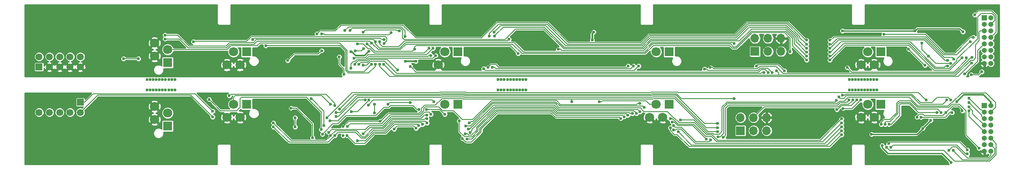
<source format=gbl>
G04 #@! TF.GenerationSoftware,KiCad,Pcbnew,(2018-01-21 revision 6b9866de8)-makepkg*
G04 #@! TF.CreationDate,2018-04-10T18:06:55+02:00*
G04 #@! TF.ProjectId,Arm_interface_board_panel,41726D5F696E746572666163655F626F,rev?*
G04 #@! TF.SameCoordinates,Original*
G04 #@! TF.FileFunction,Copper,L2,Bot,Signal*
G04 #@! TF.FilePolarity,Positive*
%FSLAX46Y46*%
G04 Gerber Fmt 4.6, Leading zero omitted, Abs format (unit mm)*
G04 Created by KiCad (PCBNEW (2018-01-21 revision 6b9866de8)-makepkg) date 04/10/18 18:06:55*
%MOMM*%
%LPD*%
G01*
G04 APERTURE LIST*
%ADD10C,3.800000*%
%ADD11C,1.800000*%
%ADD12R,1.800000X1.800000*%
%ADD13R,1.700000X1.700000*%
%ADD14O,1.700000X1.700000*%
%ADD15C,1.350000*%
%ADD16R,1.350000X1.350000*%
%ADD17R,1.000000X1.000000*%
%ADD18O,1.000000X1.000000*%
%ADD19C,0.600000*%
%ADD20C,0.304800*%
%ADD21C,0.254000*%
%ADD22C,0.152400*%
G04 APERTURE END LIST*
D10*
X232600000Y-88300000D03*
X151600000Y-88300000D03*
X70600000Y-88300000D03*
D11*
X174490000Y-93040000D03*
X175760000Y-90500000D03*
X177030000Y-93040000D03*
D12*
X178300000Y-90500000D03*
D13*
X194900000Y-90400000D03*
D14*
X194900000Y-87860000D03*
X197440000Y-90400000D03*
X197440000Y-87860000D03*
X199980000Y-90400000D03*
X199980000Y-87860000D03*
D12*
X137300000Y-90500000D03*
D11*
X136030000Y-93040000D03*
X134760000Y-90500000D03*
X133490000Y-93040000D03*
D15*
X64048000Y-91446000D03*
X62048000Y-91446000D03*
X60048000Y-91446000D03*
X58048000Y-91446000D03*
X56048000Y-91446000D03*
X64048000Y-93446000D03*
X62048000Y-93446000D03*
X60048000Y-93446000D03*
X58048000Y-93446000D03*
D16*
X56048000Y-93446000D03*
D12*
X81000000Y-92600000D03*
D11*
X78460000Y-91330000D03*
X81000000Y-90060000D03*
X78460000Y-88790000D03*
X92490000Y-93040000D03*
X93760000Y-90500000D03*
X95030000Y-93040000D03*
D12*
X96300000Y-90500000D03*
X219300000Y-90500000D03*
D11*
X218030000Y-93040000D03*
X216760000Y-90500000D03*
X215490000Y-93040000D03*
D17*
X239400000Y-83855000D03*
D18*
X240670000Y-83855000D03*
X239400000Y-85125000D03*
X240670000Y-85125000D03*
X239400000Y-86395000D03*
X240670000Y-86395000D03*
X239400000Y-87665000D03*
X240670000Y-87665000D03*
X239400000Y-88935000D03*
X240670000Y-88935000D03*
X239400000Y-90205000D03*
X240670000Y-90205000D03*
X239400000Y-91475000D03*
X240670000Y-91475000D03*
X239400000Y-92745000D03*
X240670000Y-92745000D03*
D17*
X239400000Y-101005000D03*
D18*
X240670000Y-101005000D03*
X239400000Y-102275000D03*
X240670000Y-102275000D03*
X239400000Y-103545000D03*
X240670000Y-103545000D03*
X239400000Y-104815000D03*
X240670000Y-104815000D03*
X239400000Y-106085000D03*
X240670000Y-106085000D03*
X239400000Y-107355000D03*
X240670000Y-107355000D03*
X239400000Y-108625000D03*
X240670000Y-108625000D03*
X239400000Y-109895000D03*
X240670000Y-109895000D03*
D11*
X215490000Y-103250000D03*
X216760000Y-100710000D03*
X218030000Y-103250000D03*
D12*
X219300000Y-100710000D03*
D11*
X133490000Y-103250000D03*
X134760000Y-100710000D03*
X136030000Y-103250000D03*
D12*
X137300000Y-100710000D03*
D15*
X56048000Y-102304000D03*
X58048000Y-102304000D03*
X60048000Y-102304000D03*
X62048000Y-102304000D03*
X64048000Y-102304000D03*
X56048000Y-100304000D03*
X58048000Y-100304000D03*
X60048000Y-100304000D03*
X62048000Y-100304000D03*
D16*
X64048000Y-100304000D03*
D11*
X92490000Y-103250000D03*
X93760000Y-100710000D03*
X95030000Y-103250000D03*
D12*
X96300000Y-100710000D03*
D11*
X78460000Y-101150000D03*
X81000000Y-102420000D03*
X78460000Y-103690000D03*
D12*
X81000000Y-104960000D03*
D11*
X174490000Y-103250000D03*
X175760000Y-100710000D03*
X177030000Y-103250000D03*
D12*
X178300000Y-100710000D03*
D10*
X232600000Y-105450000D03*
X151600000Y-105450000D03*
X70600000Y-105450000D03*
D13*
X192100000Y-105850000D03*
D14*
X192100000Y-103310000D03*
X194640000Y-105850000D03*
X194640000Y-103310000D03*
X197180000Y-105850000D03*
X197180000Y-103310000D03*
D19*
X214400000Y-95850000D03*
X218000000Y-95850000D03*
X213800000Y-95850000D03*
X218000000Y-97900000D03*
X215600000Y-97900000D03*
X217400000Y-95850000D03*
X216200000Y-97900000D03*
X215000000Y-95850000D03*
X213200000Y-95850000D03*
X216800000Y-95850000D03*
X213800000Y-97900000D03*
X214400000Y-97900000D03*
X218600000Y-97900000D03*
X215600000Y-95850000D03*
X216800000Y-97900000D03*
X215000000Y-97900000D03*
X213200000Y-97900000D03*
X218600000Y-95850000D03*
X216200000Y-95850000D03*
X217400000Y-97900000D03*
X148100000Y-95850000D03*
X149900000Y-97900000D03*
X149300000Y-95850000D03*
X147500000Y-97900000D03*
X146900000Y-97900000D03*
X145100000Y-97900000D03*
X150500000Y-95850000D03*
X148700000Y-95850000D03*
X149900000Y-95850000D03*
X146900000Y-95850000D03*
X148100000Y-97900000D03*
X146300000Y-95850000D03*
X149300000Y-97900000D03*
X145700000Y-95850000D03*
X147500000Y-95850000D03*
X150500000Y-97900000D03*
X148700000Y-97900000D03*
X145100000Y-95850000D03*
X145700000Y-97900000D03*
X146300000Y-97900000D03*
X80000000Y-97900000D03*
X81200000Y-97900000D03*
X82400000Y-97900000D03*
X80600000Y-97900000D03*
X81800000Y-97900000D03*
X78800000Y-97900000D03*
X78200000Y-97900000D03*
X77600000Y-97900000D03*
X79400000Y-97900000D03*
X77000000Y-97900000D03*
X82400000Y-95850000D03*
X81800000Y-95850000D03*
X81200000Y-95850000D03*
X80600000Y-95850000D03*
X80000000Y-95850000D03*
X79400000Y-95850000D03*
X78800000Y-95850000D03*
X78200000Y-95850000D03*
X77600000Y-95850000D03*
X77000000Y-95850000D03*
X129125000Y-92375000D03*
X127093766Y-92366334D03*
X163650000Y-86625000D03*
X163325000Y-88150000D03*
X116575000Y-90500000D03*
X120025000Y-90400000D03*
X167800000Y-92250000D03*
X226500000Y-93883822D03*
X70600000Y-89850000D03*
X69050000Y-88300000D03*
X70600000Y-86750000D03*
X72150000Y-88300000D03*
X151600000Y-89850000D03*
X150050000Y-88300000D03*
X151600000Y-86750000D03*
X153150000Y-88300000D03*
X232600000Y-89850000D03*
X232600000Y-86750000D03*
X231050000Y-88300000D03*
X234150000Y-88300000D03*
X185200000Y-85900000D03*
X236600000Y-86600000D03*
X207950000Y-86050000D03*
X207200000Y-86050000D03*
X150627296Y-91362800D03*
X152567300Y-91372800D03*
X151597300Y-91372800D03*
X114200000Y-90487500D03*
X88550000Y-92700000D03*
X102734800Y-93200000D03*
X103907300Y-90402800D03*
X104757292Y-90402800D03*
X103057300Y-90402800D03*
X113300000Y-90500000D03*
X237300000Y-87700000D03*
X235600000Y-94800000D03*
X128063716Y-93336284D03*
X114237500Y-91450000D03*
X115200000Y-94900000D03*
X120484560Y-92951096D03*
X127074988Y-87528622D03*
X233500004Y-91900000D03*
X125900000Y-86446400D03*
X118900000Y-86671400D03*
X117375008Y-90325000D03*
X119024998Y-89850000D03*
X236937667Y-92683400D03*
X122099997Y-92900003D03*
X238882166Y-94371400D03*
X236850000Y-94950002D03*
X118902411Y-93099054D03*
X237500000Y-83250000D03*
X232840740Y-92740740D03*
X117098721Y-91767331D03*
X144344356Y-86655414D03*
X132457300Y-89828610D03*
X209450000Y-89775000D03*
X204950000Y-89775000D03*
X232300000Y-93274165D03*
X117775000Y-88975000D03*
X144357292Y-87407714D03*
X131657300Y-89828610D03*
X209450000Y-90550000D03*
X204950000Y-90550000D03*
X75290721Y-91802800D03*
X72457300Y-91802800D03*
X85957300Y-88502800D03*
X122957292Y-88902800D03*
X204950000Y-92100000D03*
X209450000Y-92100000D03*
X235107300Y-91652800D03*
X80457300Y-87221797D03*
X121300000Y-88500000D03*
X201757301Y-90452800D03*
X235957800Y-91649198D03*
X212807300Y-93552800D03*
X80457300Y-87974200D03*
X120500000Y-88749992D03*
X225900000Y-86450000D03*
X235250000Y-86600000D03*
X211850000Y-86400000D03*
X156750000Y-90000000D03*
X148981266Y-90828834D03*
X190900000Y-88900000D03*
X128926223Y-89923777D03*
X119700000Y-88978593D03*
X219900004Y-87050000D03*
X197457300Y-94502800D03*
X199083516Y-94176584D03*
X122852347Y-92909890D03*
X116350000Y-86350000D03*
X209450000Y-91325000D03*
X204950000Y-91325000D03*
X204950000Y-89000000D03*
X209450000Y-89000000D03*
X143350000Y-87450000D03*
X204950000Y-88225000D03*
X209450000Y-88225000D03*
X109950000Y-86997335D03*
X236653834Y-88503834D03*
X196657302Y-94502800D03*
X237015011Y-91599505D03*
X186257300Y-93552800D03*
X170307300Y-93252800D03*
X143107298Y-93552800D03*
X132057300Y-91202800D03*
X116507300Y-93702800D03*
X97470394Y-88087274D03*
X122950000Y-88100000D03*
X121257300Y-92902792D03*
X100000000Y-89300000D03*
X124357300Y-86743043D03*
X110850000Y-86997335D03*
X104257300Y-92202800D03*
X110847971Y-90264822D03*
X115350000Y-86350000D03*
X142257288Y-93752800D03*
X133007300Y-91202800D03*
X117299992Y-92900000D03*
X172350000Y-93250000D03*
X147207300Y-88052800D03*
X122102411Y-88500049D03*
X200606077Y-94188633D03*
X195197823Y-93264723D03*
X118100000Y-92899998D03*
X125600000Y-94061778D03*
X185107300Y-93852800D03*
X171357300Y-93252800D03*
X227887726Y-93080794D03*
X224700000Y-89950000D03*
X198257300Y-94502800D03*
X144007300Y-93552800D03*
X232250000Y-92199998D03*
X227300000Y-88772554D03*
X228521390Y-91278610D03*
X234093231Y-100191579D03*
X223825000Y-101200000D03*
X234075000Y-102025001D03*
X206800000Y-104200000D03*
X206150000Y-104200000D03*
X189850000Y-102225000D03*
X161350000Y-104625000D03*
X128100000Y-101825000D03*
X116223780Y-103460821D03*
X88325000Y-103175000D03*
X113836465Y-105071768D03*
X103100000Y-103350000D03*
X104700000Y-103350000D03*
X103900000Y-103350000D03*
X70600000Y-103900000D03*
X69050000Y-105450000D03*
X70600000Y-107000000D03*
X72150000Y-105450000D03*
X151600000Y-103900000D03*
X150050000Y-105450000D03*
X151600000Y-107000000D03*
X153150000Y-105450000D03*
X232600000Y-103900000D03*
X232600000Y-107000000D03*
X231050000Y-105450000D03*
X234150000Y-105450000D03*
X123700000Y-100750000D03*
X128100000Y-100400000D03*
X220152370Y-104617131D03*
X233350001Y-109725000D03*
X231025000Y-102325000D03*
X211725000Y-103550000D03*
X131309383Y-103549935D03*
X138820289Y-104911767D03*
X112600000Y-106850000D03*
X101500000Y-104350000D03*
X89700000Y-102050000D03*
X220904587Y-104600006D03*
X232550000Y-109675000D03*
X230273016Y-102350066D03*
X211725000Y-104350000D03*
X178490804Y-103549096D03*
X131300000Y-104350000D03*
X139325499Y-105510267D03*
X113400000Y-106849988D03*
X172635058Y-102183410D03*
X101500000Y-105102403D03*
X89700000Y-103150000D03*
X232942846Y-112035967D03*
X219580562Y-108774834D03*
X228975000Y-103833421D03*
X217501762Y-106556649D03*
X227446000Y-105425000D03*
X187625000Y-106014101D03*
X159400000Y-100247335D03*
X122243436Y-104037597D03*
X115059099Y-105071768D03*
X210805257Y-101741921D03*
X236416579Y-101225000D03*
X214675000Y-99875000D03*
X187625000Y-104475000D03*
X113700000Y-102350000D03*
X212000000Y-101525000D03*
X236416579Y-102016579D03*
X215427403Y-99875000D03*
X187624998Y-105261690D03*
X113700000Y-103102403D03*
X236416579Y-100350000D03*
X213922587Y-99875000D03*
X190900000Y-99588600D03*
X114373777Y-101623777D03*
X105700000Y-105150002D03*
X105700000Y-103350000D03*
X236124998Y-109575000D03*
X220850000Y-108375000D03*
X211727442Y-105877442D03*
X180034983Y-106078600D03*
X168858359Y-103471151D03*
X138170113Y-107379887D03*
X236131734Y-110398453D03*
X121100000Y-102403610D03*
X221275000Y-109100000D03*
X211725000Y-105102403D03*
X179150000Y-105700000D03*
X169530698Y-103133410D03*
X139083266Y-107521390D03*
X129137651Y-105349866D03*
X124900000Y-105521400D03*
X121100000Y-100750000D03*
X113452384Y-100943530D03*
X92900000Y-99050000D03*
X89000000Y-99750000D03*
X110800000Y-105650000D03*
X112600000Y-100750022D03*
X104900000Y-101450096D03*
X109100000Y-107250000D03*
X131301361Y-102797566D03*
X118930000Y-106480001D03*
X129725000Y-101699999D03*
X111000000Y-106550000D03*
X164700000Y-100197844D03*
X132050000Y-102650000D03*
X112213544Y-106204418D03*
X139513165Y-104390433D03*
X173400000Y-101350000D03*
X228099998Y-99891579D03*
X111900000Y-103350000D03*
X108880965Y-99583411D03*
X111328600Y-104850000D03*
X219400000Y-104625000D03*
X210700971Y-99975930D03*
X238400000Y-109250000D03*
X180446017Y-103753983D03*
X172600000Y-100552146D03*
X115850000Y-105071778D03*
X115000000Y-106850000D03*
X236416579Y-99500000D03*
X213170174Y-99875000D03*
X186350000Y-107675000D03*
X188802009Y-107177009D03*
X171125405Y-102527836D03*
X179150000Y-104900000D03*
X129700003Y-104849997D03*
X138759020Y-106438910D03*
X115800000Y-106850000D03*
X220423011Y-109099779D03*
X211724368Y-106629838D03*
X178500000Y-105300004D03*
X170253389Y-102875211D03*
X131232204Y-101740355D03*
X137550000Y-103950000D03*
X134750000Y-102649999D03*
X132600000Y-100200000D03*
X119900000Y-100850000D03*
X235113723Y-101986277D03*
X226325000Y-103225002D03*
X231975000Y-102324999D03*
X227125004Y-103228610D03*
X233125000Y-102325000D03*
X232137639Y-99901977D03*
X211184858Y-99283790D03*
X120050000Y-99893046D03*
X116600000Y-102121401D03*
X232889955Y-99889955D03*
X211875000Y-98978600D03*
X119297598Y-99896917D03*
X112500000Y-103950000D03*
X185428219Y-107491579D03*
X187735887Y-107071312D03*
X171927551Y-102472817D03*
X178852213Y-104209025D03*
X139687107Y-106195168D03*
X130450000Y-104650000D03*
X117800000Y-107850000D03*
D20*
X127093766Y-92366334D02*
X129116334Y-92366334D01*
X129116334Y-92366334D02*
X129125000Y-92375000D01*
X163325000Y-86950000D02*
X163650000Y-86625000D01*
X163325000Y-88150000D02*
X163325000Y-86950000D01*
X120025000Y-90400000D02*
X119150000Y-91275000D01*
X119150000Y-91275000D02*
X117450000Y-91275000D01*
X117450000Y-91275000D02*
X116675000Y-90500000D01*
X116675000Y-90500000D02*
X116575000Y-90500000D01*
X151597300Y-91372800D02*
X150637296Y-91372800D01*
X150637296Y-91372800D02*
X150627296Y-91362800D01*
X152021564Y-91372800D02*
X152567300Y-91372800D01*
X151597300Y-91372800D02*
X152021564Y-91372800D01*
D21*
X234600000Y-85950000D02*
X226400000Y-85950000D01*
X235250000Y-86600000D02*
X234600000Y-85950000D01*
X226400000Y-85950000D02*
X226199999Y-86150001D01*
X226199999Y-86150001D02*
X225900000Y-86450000D01*
D22*
X128926223Y-89499513D02*
X129125736Y-89300000D01*
X128926223Y-89923777D02*
X128926223Y-89499513D01*
X129125736Y-89300000D02*
X147452432Y-89300000D01*
X147452432Y-89300000D02*
X148681267Y-90528835D01*
X148681267Y-90528835D02*
X148981266Y-90828834D01*
X119999999Y-89278592D02*
X120116991Y-89278592D01*
X128626224Y-90223776D02*
X128926223Y-89923777D01*
X119700000Y-88978593D02*
X119999999Y-89278592D01*
X120116991Y-89278592D02*
X121231577Y-90393178D01*
X128456822Y-90393178D02*
X128626224Y-90223776D01*
X121231577Y-90393178D02*
X128456822Y-90393178D01*
X236710100Y-87700000D02*
X236875736Y-87700000D01*
X236875736Y-87700000D02*
X237300000Y-87700000D01*
X231683556Y-90797990D02*
X233612110Y-90797990D01*
X227935566Y-87050000D02*
X231683556Y-90797990D01*
X233612110Y-90797990D02*
X236710100Y-87700000D01*
X219900004Y-87050000D02*
X227935566Y-87050000D01*
X235899999Y-94500001D02*
X235600000Y-94800000D01*
X239400000Y-88935000D02*
X238100000Y-90235000D01*
X238100000Y-92300000D02*
X235899999Y-94500001D01*
X238100000Y-90235000D02*
X238100000Y-92300000D01*
X128363715Y-93636283D02*
X128063716Y-93336284D01*
X195654832Y-94417402D02*
X129144834Y-94417402D01*
X129144834Y-94417402D02*
X128363715Y-93636283D01*
X196105001Y-93967233D02*
X195654832Y-94417402D01*
X196921733Y-93967233D02*
X196105001Y-93967233D01*
X197457300Y-94502800D02*
X196921733Y-93967233D01*
X237700000Y-89100000D02*
X238404809Y-88395191D01*
X237700000Y-91696846D02*
X237700000Y-89100000D01*
X237264060Y-92132786D02*
X237700000Y-91696846D01*
X236740713Y-92132786D02*
X237264060Y-92132786D01*
X199507300Y-95027024D02*
X233846475Y-95027024D01*
X233846475Y-95027024D02*
X236740713Y-92132786D01*
X238404809Y-88395191D02*
X238404810Y-88026256D01*
X238404810Y-88026256D02*
X238404810Y-86595190D01*
X238404810Y-86595190D02*
X238605000Y-86395000D01*
X238605000Y-86395000D02*
X239400000Y-86395000D01*
X115200000Y-94900000D02*
X115200000Y-93834521D01*
X115200000Y-93834521D02*
X114237500Y-92872021D01*
X114237500Y-92872021D02*
X114237500Y-91450000D01*
X116507300Y-93702800D02*
X116507300Y-92875032D01*
X116507300Y-92875032D02*
X117086400Y-92295932D01*
X131425014Y-91410822D02*
X131633036Y-91202800D01*
X131633036Y-91202800D02*
X132057300Y-91202800D01*
X119984075Y-91410822D02*
X131425014Y-91410822D01*
X119434075Y-91960822D02*
X119984075Y-91410822D01*
X117708404Y-91960822D02*
X119434075Y-91960822D01*
X117086400Y-92295932D02*
X117373294Y-92295932D01*
X117373294Y-92295932D02*
X117708404Y-91960822D01*
X98914911Y-88745189D02*
X114380756Y-88745189D01*
X115812111Y-90176544D02*
X115812111Y-94007611D01*
X120184561Y-93251095D02*
X120484560Y-92951096D01*
X98342867Y-89317233D02*
X98914911Y-88745189D01*
X115812111Y-94007611D02*
X116152489Y-94347989D01*
X93242867Y-89317233D02*
X98342867Y-89317233D01*
X119087667Y-94347989D02*
X120184561Y-93251095D01*
X92500100Y-90060000D02*
X93242867Y-89317233D01*
X81000000Y-90060000D02*
X92500100Y-90060000D01*
X116152489Y-94347989D02*
X119087667Y-94347989D01*
X114380756Y-88745189D02*
X115812111Y-90176544D01*
X116007300Y-94652800D02*
X115507300Y-94152800D01*
X119931556Y-94652800D02*
X116007300Y-94652800D01*
X115507300Y-94152800D02*
X115507300Y-90302800D01*
X114504500Y-89300000D02*
X100424264Y-89300000D01*
X121257300Y-93327056D02*
X119931556Y-94652800D01*
X100424264Y-89300000D02*
X100000000Y-89300000D01*
X121257300Y-92902792D02*
X121257300Y-93327056D01*
X115507300Y-90302800D02*
X114504500Y-89300000D01*
X115350000Y-86350000D02*
X116095189Y-85604811D01*
X127074988Y-87104358D02*
X127074988Y-87528622D01*
X126279075Y-85604811D02*
X127074988Y-86400724D01*
X127074988Y-86400724D02*
X127074988Y-87104358D01*
X116095189Y-85604811D02*
X126279075Y-85604811D01*
X131572914Y-91715633D02*
X120110331Y-91715633D01*
X119560331Y-92265633D02*
X117934359Y-92265633D01*
X120110331Y-91715633D02*
X119560331Y-92265633D01*
X117934359Y-92265633D02*
X117599991Y-92600001D01*
X117599991Y-92600001D02*
X117299992Y-92900000D01*
X133007300Y-91202800D02*
X132478699Y-91731401D01*
X132478699Y-91731401D02*
X131588682Y-91731401D01*
X131588682Y-91731401D02*
X131572914Y-91715633D01*
X119686587Y-92570444D02*
X118429554Y-92570444D01*
X118429554Y-92570444D02*
X118399999Y-92599999D01*
X120236587Y-92020444D02*
X119686587Y-92570444D01*
X118399999Y-92599999D02*
X118100000Y-92899998D01*
X123558666Y-92020444D02*
X120236587Y-92020444D01*
X125600000Y-94061778D02*
X123558666Y-92020444D01*
X210842389Y-87907611D02*
X227931046Y-87907611D01*
X231623430Y-91599995D02*
X233199999Y-91599995D01*
X233199999Y-91599995D02*
X233200005Y-91600001D01*
X227931046Y-87907611D02*
X231623430Y-91599995D01*
X209647200Y-89102800D02*
X210842389Y-87907611D01*
X233200005Y-91600001D02*
X233500004Y-91900000D01*
X119356958Y-86214442D02*
X125339442Y-86214442D01*
X118900000Y-86671400D02*
X119356958Y-86214442D01*
X125339442Y-86214442D02*
X125575000Y-86450000D01*
X125575000Y-86450000D02*
X125896400Y-86450000D01*
X125896400Y-86450000D02*
X125900000Y-86446400D01*
X118549998Y-90325000D02*
X117799272Y-90325000D01*
X117799272Y-90325000D02*
X117375008Y-90325000D01*
X119024998Y-89850000D02*
X118549998Y-90325000D01*
X236637668Y-92983399D02*
X236937667Y-92683400D01*
X234284855Y-95336212D02*
X236637668Y-92983399D01*
X122099997Y-92900003D02*
X122099997Y-93324267D01*
X124111942Y-95336212D02*
X234284855Y-95336212D01*
X122099997Y-93324267D02*
X124111942Y-95336212D01*
X238303564Y-94950002D02*
X238882166Y-94371400D01*
X236850000Y-94950002D02*
X238303564Y-94950002D01*
X196013625Y-94722213D02*
X125422213Y-94722213D01*
X125422213Y-94722213D02*
X123025255Y-92325255D01*
X123025255Y-92325255D02*
X120362843Y-92325255D01*
X120362843Y-92325255D02*
X119589044Y-93099054D01*
X119326675Y-93099054D02*
X118902411Y-93099054D01*
X119589044Y-93099054D02*
X119326675Y-93099054D01*
X196233038Y-94502800D02*
X196013625Y-94722213D01*
X196657302Y-94502800D02*
X196233038Y-94502800D01*
X241703412Y-86631588D02*
X241169999Y-87165001D01*
X241169999Y-87165001D02*
X240670000Y-87665000D01*
X241703412Y-83379015D02*
X241703412Y-86631588D01*
X237500000Y-83250000D02*
X238200000Y-82550000D01*
X238200000Y-82550000D02*
X240874397Y-82550000D01*
X240874397Y-82550000D02*
X241703412Y-83379015D01*
X229988344Y-92745564D02*
X232840740Y-92740740D01*
X232845564Y-92745564D02*
X232840740Y-92740740D01*
X228521390Y-91278610D02*
X229988344Y-92745564D01*
X131179899Y-91106011D02*
X119857819Y-91106011D01*
X119857819Y-91106011D02*
X119307819Y-91656011D01*
X117210041Y-91656011D02*
X117098721Y-91767331D01*
X119307819Y-91656011D02*
X117210041Y-91656011D01*
X132457300Y-89828610D02*
X131179899Y-91106011D01*
X154319244Y-85409622D02*
X145590148Y-85409622D01*
X145590148Y-85409622D02*
X144644355Y-86355415D01*
X144644355Y-86355415D02*
X144344356Y-86655414D01*
X204950000Y-89854826D02*
X203250000Y-88154826D01*
X158219244Y-89309622D02*
X154319244Y-85409622D01*
X173002512Y-89309622D02*
X158219244Y-89309622D01*
X201064646Y-85390378D02*
X193626256Y-85390378D01*
X174552511Y-87759622D02*
X173002512Y-89309622D01*
X191257012Y-87759622D02*
X174552511Y-87759622D01*
X193626256Y-85390378D02*
X191257012Y-87759622D01*
X203250000Y-87575732D02*
X201064646Y-85390378D01*
X203250000Y-88154826D02*
X203250000Y-87575732D01*
X209544797Y-90605203D02*
X211587578Y-88562422D01*
X225016922Y-88562422D02*
X229952490Y-93497990D01*
X211587578Y-88562422D02*
X225016922Y-88562422D01*
X229952490Y-93497990D02*
X231651911Y-93497990D01*
X231651911Y-93497990D02*
X231875736Y-93274165D01*
X231875736Y-93274165D02*
X232300000Y-93274165D01*
X130787921Y-90697989D02*
X121105321Y-90697989D01*
X118932330Y-88975000D02*
X118199264Y-88975000D01*
X121105321Y-90697989D02*
X120278730Y-89871398D01*
X120278730Y-89871398D02*
X119828728Y-89871398D01*
X118199264Y-88975000D02*
X117775000Y-88975000D01*
X119828728Y-89871398D02*
X118932330Y-88975000D01*
X131657300Y-89828610D02*
X130787921Y-90697989D01*
X154069244Y-85714433D02*
X146050573Y-85714433D01*
X146050573Y-85714433D02*
X144657291Y-87107715D01*
X144657291Y-87107715D02*
X144357292Y-87407714D01*
X157969244Y-89614433D02*
X154069244Y-85714433D01*
X173128768Y-89614433D02*
X157969244Y-89614433D01*
X191407012Y-88064433D02*
X174678767Y-88064433D01*
X174678767Y-88064433D02*
X173128768Y-89614433D01*
X193776256Y-85695189D02*
X191407012Y-88064433D01*
X200938390Y-85695189D02*
X193776256Y-85695189D01*
X202900000Y-87656799D02*
X200938390Y-85695189D01*
X204950000Y-90607239D02*
X202900000Y-88557239D01*
X202900000Y-88557239D02*
X202900000Y-87656799D01*
X96350000Y-88400000D02*
X86060100Y-88400000D01*
X97224055Y-87525945D02*
X96350000Y-88400000D01*
X123208277Y-87525945D02*
X97224055Y-87525945D01*
X123478601Y-87796269D02*
X123208277Y-87525945D01*
X122957292Y-88902800D02*
X123478601Y-88381491D01*
X123478601Y-88381491D02*
X123478601Y-87796269D01*
X86060100Y-88400000D02*
X85957300Y-88502800D01*
X72457300Y-91802800D02*
X75290721Y-91802800D01*
X204950000Y-92112065D02*
X202200000Y-89362065D01*
X202200000Y-89362065D02*
X202200000Y-87818933D01*
X202200000Y-87818933D02*
X200835878Y-86454811D01*
X122159292Y-89783556D02*
X121300000Y-88924264D01*
X121300000Y-88924264D02*
X121300000Y-88500000D01*
X127107588Y-88690379D02*
X126014411Y-89783556D01*
X148221445Y-88690379D02*
X127107588Y-88690379D01*
X194266633Y-86454811D02*
X191214230Y-89507214D01*
X150059932Y-90528866D02*
X148221445Y-88690379D01*
X173507536Y-90528866D02*
X150059932Y-90528866D01*
X190166699Y-88978866D02*
X175057535Y-88978866D01*
X200835878Y-86454811D02*
X194266633Y-86454811D01*
X175057535Y-88978866D02*
X173507536Y-90528866D01*
X190695047Y-89507214D02*
X190166699Y-88978866D01*
X126014411Y-89783556D02*
X122159292Y-89783556D01*
X191214230Y-89507214D02*
X190695047Y-89507214D01*
X209597200Y-92152800D02*
X209457300Y-92152800D01*
X235107300Y-91652800D02*
X232652489Y-94107611D01*
X232652489Y-94107611D02*
X229662111Y-94107611D01*
X229662111Y-94107611D02*
X224726544Y-89172044D01*
X224726544Y-89172044D02*
X212438056Y-89172044D01*
X212438056Y-89172044D02*
X209457300Y-92152800D01*
X121300000Y-88500000D02*
X120935567Y-88135567D01*
X120935567Y-88135567D02*
X98204433Y-88135567D01*
X98204433Y-88135567D02*
X97632389Y-88707611D01*
X85107611Y-89407611D02*
X82921797Y-87221797D01*
X92290355Y-89407611D02*
X85107611Y-89407611D01*
X80881564Y-87221797D02*
X80457300Y-87221797D01*
X92990355Y-88707611D02*
X92290355Y-89407611D01*
X82921797Y-87221797D02*
X80881564Y-87221797D01*
X97632389Y-88707611D02*
X92990355Y-88707611D01*
X121838375Y-90088367D02*
X120799999Y-89049991D01*
X201757301Y-87807301D02*
X200709622Y-86759622D01*
X120799999Y-89049991D02*
X120500000Y-88749992D01*
X194392889Y-86759622D02*
X191340486Y-89812025D01*
X190040443Y-89283677D02*
X175183791Y-89283677D01*
X173633792Y-90833677D02*
X149733677Y-90833677D01*
X191340486Y-89812025D02*
X190568791Y-89812025D01*
X201757301Y-90452800D02*
X201757301Y-87807301D01*
X175183791Y-89283677D02*
X173633792Y-90833677D01*
X126140667Y-90088367D02*
X121838375Y-90088367D01*
X127233844Y-88995190D02*
X126140667Y-90088367D01*
X147895190Y-88995190D02*
X127233844Y-88995190D01*
X200709622Y-86759622D02*
X194392889Y-86759622D01*
X149733677Y-90833677D02*
X147895190Y-88995190D01*
X190568791Y-89812025D02*
X190040443Y-89283677D01*
X84981355Y-89712422D02*
X92416612Y-89712422D01*
X97761075Y-89012422D02*
X98333119Y-88440378D01*
X98333119Y-88440378D02*
X120190386Y-88440378D01*
X120190386Y-88440378D02*
X120200001Y-88449993D01*
X120200001Y-88449993D02*
X120500000Y-88749992D01*
X80457300Y-87974200D02*
X83243134Y-87974200D01*
X83243134Y-87974200D02*
X84981355Y-89712422D01*
X93116611Y-89012422D02*
X97761075Y-89012422D01*
X92416612Y-89712422D02*
X93116611Y-89012422D01*
X213666922Y-94412422D02*
X233572639Y-94412422D01*
X235957800Y-92027261D02*
X235957800Y-91649198D01*
X212807300Y-93552800D02*
X213666922Y-94412422D01*
X233572639Y-94412422D02*
X235957800Y-92027261D01*
D21*
X225850000Y-86400000D02*
X225900000Y-86450000D01*
X211850000Y-86400000D02*
X225850000Y-86400000D01*
D22*
X157174264Y-90000000D02*
X156750000Y-90000000D01*
X174931279Y-88674055D02*
X173381280Y-90224055D01*
X157398319Y-90224055D02*
X157174264Y-90000000D01*
X173381280Y-90224055D02*
X157398319Y-90224055D01*
X190900000Y-88900000D02*
X190674055Y-88674055D01*
X190674055Y-88674055D02*
X174931279Y-88674055D01*
X238957301Y-87529999D02*
X238957301Y-87533865D01*
X124973858Y-95031401D02*
X123152346Y-93209889D01*
X199507300Y-95027024D02*
X199502923Y-95031401D01*
X199502923Y-95031401D02*
X124973858Y-95031401D01*
X123152346Y-93209889D02*
X122852347Y-92909890D01*
X199507300Y-95027024D02*
X199507300Y-94600368D01*
X199383515Y-94476583D02*
X199083516Y-94176584D01*
X199507300Y-94600368D02*
X199383515Y-94476583D01*
X238800000Y-83000000D02*
X240893330Y-83000000D01*
X238100000Y-83700000D02*
X238800000Y-83000000D01*
X234078601Y-92250433D02*
X234078601Y-91921399D01*
X238100000Y-87900000D02*
X238100000Y-83700000D01*
X232526233Y-93802801D02*
X234078601Y-92250433D01*
X229807301Y-93802801D02*
X232526233Y-93802801D01*
X241398601Y-84396399D02*
X241169999Y-84625001D01*
X212132767Y-88867233D02*
X224871733Y-88867233D01*
X209642394Y-91357606D02*
X212132767Y-88867233D01*
X224871733Y-88867233D02*
X229807301Y-93802801D01*
X234078601Y-91921399D02*
X238100000Y-87900000D01*
X240893330Y-83000000D02*
X241398601Y-83505271D01*
X241398601Y-83505271D02*
X241398601Y-84396399D01*
X241169999Y-84625001D02*
X240670000Y-85125000D01*
X191921134Y-88369244D02*
X194250000Y-86040378D01*
X157842988Y-89919244D02*
X173255024Y-89919244D01*
X194250000Y-86040378D02*
X200852512Y-86040378D01*
X173255024Y-89919244D02*
X174805023Y-88369244D01*
X153964122Y-86040378D02*
X157842988Y-89919244D01*
X148469722Y-86040378D02*
X153964122Y-86040378D01*
X204650001Y-91059653D02*
X204950000Y-91359652D01*
X202550000Y-87737866D02*
X202550000Y-88959652D01*
X146429343Y-88080757D02*
X148469722Y-86040378D01*
X200852512Y-86040378D02*
X202550000Y-87737866D01*
X116790379Y-85909621D02*
X126134621Y-85909621D01*
X116350000Y-86350000D02*
X116790379Y-85909621D01*
X126134621Y-85909621D02*
X126546387Y-86321387D01*
X126546387Y-86321387D02*
X126546387Y-87782351D01*
X174805023Y-88369244D02*
X191921134Y-88369244D01*
X126546387Y-87782351D02*
X126844793Y-88080757D01*
X126844793Y-88080757D02*
X146429343Y-88080757D01*
X202550000Y-88959652D02*
X204650001Y-91059653D01*
X201190902Y-85085567D02*
X203600000Y-87494665D01*
X174426255Y-87454811D02*
X191130756Y-87454811D01*
X204650001Y-88802414D02*
X204950000Y-89102413D01*
X172876256Y-89004811D02*
X174426255Y-87454811D01*
X203600000Y-87752413D02*
X204650001Y-88802414D01*
X193500000Y-85085567D02*
X201190902Y-85085567D01*
X158542988Y-89004811D02*
X172876256Y-89004811D01*
X154642988Y-85104811D02*
X158542988Y-89004811D01*
X191130756Y-87454811D02*
X193500000Y-85085567D01*
X203600000Y-87494665D02*
X203600000Y-87752413D01*
X143350000Y-87450000D02*
X143350000Y-86902200D01*
X143350000Y-86902200D02*
X145147389Y-85104811D01*
X145147389Y-85104811D02*
X154642988Y-85104811D01*
X204757300Y-88202800D02*
X204757300Y-88252800D01*
X129125946Y-87775946D02*
X126650000Y-85300000D01*
X126650000Y-85300000D02*
X114650000Y-85300000D01*
X204757300Y-88252800D02*
X204854500Y-88350000D01*
X110497335Y-86450000D02*
X109950000Y-86997335D01*
X190930756Y-87150000D02*
X174300000Y-87150000D01*
X114650000Y-85300000D02*
X113500000Y-86450000D01*
X113500000Y-86450000D02*
X110497335Y-86450000D01*
X141824054Y-87775946D02*
X129125946Y-87775946D01*
X204854500Y-88350000D02*
X204950000Y-88350000D01*
X172750000Y-88700000D02*
X158669244Y-88700000D01*
X193300000Y-84780756D02*
X190930756Y-87150000D01*
X144800000Y-84800000D02*
X141824054Y-87775946D01*
X154769244Y-84800000D02*
X144800000Y-84800000D01*
X201380756Y-84780756D02*
X193300000Y-84780756D01*
X158669244Y-88700000D02*
X154769244Y-84800000D01*
X204950000Y-88350000D02*
X201380756Y-84780756D01*
X174300000Y-87150000D02*
X172750000Y-88700000D01*
X209457251Y-88352800D02*
X210231448Y-87578603D01*
X236353835Y-88803833D02*
X236653834Y-88503834D01*
X234054868Y-91102800D02*
X236353835Y-88803833D01*
X231557300Y-91102800D02*
X234054868Y-91102800D01*
X228033103Y-87578603D02*
X231557300Y-91102800D01*
X210231448Y-87578603D02*
X228033103Y-87578603D01*
X186257300Y-93552800D02*
X186681564Y-93552800D01*
X195407301Y-93802799D02*
X195852489Y-93357611D01*
X199012111Y-93357611D02*
X200371733Y-94717233D01*
X195852489Y-93357611D02*
X199012111Y-93357611D01*
X186931563Y-93802799D02*
X195407301Y-93802799D01*
X236842927Y-91599505D02*
X237015011Y-91599505D01*
X200371733Y-94717233D02*
X233725199Y-94717233D01*
X233725199Y-94717233D02*
X236842927Y-91599505D01*
X186681564Y-93552800D02*
X186931563Y-93802799D01*
X143707297Y-92952801D02*
X144657300Y-92952801D01*
X143107298Y-93552800D02*
X143707297Y-92952801D01*
X144657300Y-92952801D02*
X145207299Y-93502800D01*
X145207299Y-93502800D02*
X170057300Y-93502800D01*
X170057300Y-93502800D02*
X170307300Y-93252800D01*
X122525736Y-88100000D02*
X122256492Y-87830756D01*
X122256492Y-87830756D02*
X97726912Y-87830756D01*
X122950000Y-88100000D02*
X122525736Y-88100000D01*
X97726912Y-87830756D02*
X97470394Y-88087274D01*
X110850000Y-86997335D02*
X111274264Y-86997335D01*
X111274264Y-86997335D02*
X111476929Y-87200000D01*
X111476929Y-87200000D02*
X123900343Y-87200000D01*
X124057301Y-87043042D02*
X124357300Y-86743043D01*
X123900343Y-87200000D02*
X124057301Y-87043042D01*
X104257300Y-92202800D02*
X105557298Y-90902802D01*
X110847971Y-90264822D02*
X110209991Y-90902802D01*
X110209991Y-90902802D02*
X105557298Y-90902802D01*
X142616910Y-94112422D02*
X142557287Y-94052799D01*
X142557287Y-94052799D02*
X142257288Y-93752800D01*
X172350000Y-93250000D02*
X171487578Y-94112422D01*
X171487578Y-94112422D02*
X142616910Y-94112422D01*
X146874532Y-88385568D02*
X146907301Y-88352799D01*
X122102411Y-88500049D02*
X122102411Y-88924313D01*
X122102411Y-88924313D02*
X122656843Y-89478745D01*
X122656843Y-89478745D02*
X125888155Y-89478745D01*
X125888155Y-89478745D02*
X126981332Y-88385568D01*
X126981332Y-88385568D02*
X146874532Y-88385568D01*
X146907301Y-88352799D02*
X147207300Y-88052800D01*
X199470244Y-93052800D02*
X195409746Y-93052800D01*
X200606077Y-94188633D02*
X199470244Y-93052800D01*
X195409746Y-93052800D02*
X195197823Y-93264723D01*
X185786375Y-94107611D02*
X185531564Y-93852800D01*
X185531564Y-93852800D02*
X185107300Y-93852800D01*
X195533556Y-94107611D02*
X185786375Y-94107611D01*
X195978745Y-93662422D02*
X195533556Y-94107611D01*
X198257300Y-94502800D02*
X197416922Y-93662422D01*
X197416922Y-93662422D02*
X195978745Y-93662422D01*
X144431564Y-93552800D02*
X144686375Y-93807611D01*
X144007300Y-93552800D02*
X144431564Y-93552800D01*
X144686375Y-93807611D02*
X170802489Y-93807611D01*
X170802489Y-93807611D02*
X171357300Y-93252800D01*
X227830794Y-93080794D02*
X227887726Y-93080794D01*
X224700000Y-89950000D02*
X227830794Y-93080794D01*
X231792366Y-92199998D02*
X231825736Y-92199998D01*
X231825736Y-92199998D02*
X232250000Y-92199998D01*
X227804790Y-88212422D02*
X231792366Y-92199998D01*
X209457300Y-89852800D02*
X209597200Y-89852800D01*
X211097678Y-88212422D02*
X227804790Y-88212422D01*
X209457300Y-89852800D02*
X211097678Y-88212422D01*
X227300000Y-90057220D02*
X227300000Y-89196818D01*
X227300000Y-89196818D02*
X227300000Y-88772554D01*
X228521390Y-91278610D02*
X227300000Y-90057220D01*
D20*
X240670000Y-100297894D02*
X239267305Y-98895199D01*
X235389611Y-98895199D02*
X234393230Y-99891580D01*
X234393230Y-99891580D02*
X234093231Y-100191579D01*
X240670000Y-101005000D02*
X240670000Y-100297894D01*
X239267305Y-98895199D02*
X235389611Y-98895199D01*
D22*
X224124999Y-101499999D02*
X223825000Y-101200000D01*
X224708772Y-102083772D02*
X224124999Y-101499999D01*
X224708772Y-105781023D02*
X224708772Y-102083772D01*
D20*
X206150000Y-104200000D02*
X206800000Y-104200000D01*
X113836465Y-105071768D02*
X114106358Y-105071768D01*
X114106358Y-105071768D02*
X115717305Y-103460821D01*
X115717305Y-103460821D02*
X115799516Y-103460821D01*
X115799516Y-103460821D02*
X116223780Y-103460821D01*
D22*
X124050000Y-100400000D02*
X123700000Y-100750000D01*
X128100000Y-100400000D02*
X124050000Y-100400000D01*
X226301255Y-101645189D02*
X225022655Y-100366588D01*
X222670189Y-102535878D02*
X221134668Y-104071399D01*
X221134668Y-104071399D02*
X220273838Y-104071399D01*
X220273838Y-104071399D02*
X220152370Y-104192867D01*
X231025000Y-102325000D02*
X230345189Y-101645189D01*
X220152370Y-104192867D02*
X220152370Y-104617131D01*
X225022655Y-100366588D02*
X222977345Y-100366588D01*
X222977345Y-100366588D02*
X222670189Y-100673744D01*
X230345189Y-101645189D02*
X226301255Y-101645189D01*
X222670189Y-100673744D02*
X222670189Y-102535878D01*
X240670000Y-108625000D02*
X241398601Y-109353601D01*
X241398601Y-109353601D02*
X241398601Y-110382466D01*
X241398601Y-110382466D02*
X240251256Y-111529811D01*
X240251256Y-111529811D02*
X235154812Y-111529811D01*
X235154812Y-111529811D02*
X233650000Y-110024999D01*
X233650000Y-110024999D02*
X233350001Y-109725000D01*
X124647488Y-103690378D02*
X130744676Y-103690378D01*
X130744676Y-103690378D02*
X130885119Y-103549935D01*
X118745189Y-107045189D02*
X119242677Y-107045189D01*
X113544811Y-105905189D02*
X117605189Y-105905189D01*
X117605189Y-105905189D02*
X118745189Y-107045189D01*
X130885119Y-103549935D02*
X131309383Y-103549935D01*
X119242677Y-107045189D02*
X120797488Y-105490378D01*
X120797488Y-105490378D02*
X122847488Y-105490378D01*
X122847488Y-105490378D02*
X124647488Y-103690378D01*
X112600000Y-106850000D02*
X113544811Y-105905189D01*
X185540203Y-106658167D02*
X186575174Y-106658167D01*
X186575174Y-106658167D02*
X187629984Y-107712977D01*
X180180032Y-104285566D02*
X183167603Y-104285566D01*
X173389069Y-102121399D02*
X177915865Y-102121399D01*
X139244553Y-104911767D02*
X139251820Y-104919034D01*
X138820289Y-104911767D02*
X139244553Y-104911767D01*
X179312484Y-103418018D02*
X180180032Y-104285566D01*
X139251820Y-104919034D02*
X139766894Y-104919034D01*
X144102250Y-100583677D02*
X156155127Y-100583678D01*
X183167603Y-104285566D02*
X185540203Y-106658167D01*
X177915865Y-102121399D02*
X179212484Y-103418018D01*
X156957015Y-101385567D02*
X172653237Y-101385567D01*
X139766894Y-104919034D02*
X144102250Y-100583677D01*
X172653237Y-101385567D02*
X173389069Y-102121399D01*
X179212484Y-103418018D02*
X179312484Y-103418018D01*
X156155127Y-100583678D02*
X156957015Y-101385567D01*
X187629984Y-107712977D02*
X207562023Y-107712977D01*
X207562023Y-107712977D02*
X211725000Y-103550000D01*
X111671399Y-107778601D02*
X112300001Y-107149999D01*
X112300001Y-107149999D02*
X112600000Y-106850000D01*
X104928601Y-107778601D02*
X111671399Y-107778601D01*
X101500000Y-104350000D02*
X104928601Y-107778601D01*
X86300000Y-98650000D02*
X89700000Y-102050000D01*
X81900000Y-98650000D02*
X86300000Y-98650000D01*
X66529400Y-98650000D02*
X81900000Y-98650000D01*
X64048000Y-100304000D02*
X64875400Y-100304000D01*
X64875400Y-100304000D02*
X66529400Y-98650000D01*
X223000000Y-100775000D02*
X223000000Y-102928857D01*
X221328851Y-104600006D02*
X220904587Y-104600006D01*
X226575066Y-102350066D02*
X224896399Y-100671399D01*
X230273016Y-102350066D02*
X226575066Y-102350066D01*
X224896399Y-100671399D02*
X223103601Y-100671399D01*
X223103601Y-100671399D02*
X223000000Y-100775000D01*
X223000000Y-102928857D02*
X221328851Y-104600006D01*
X240125000Y-111225000D02*
X236186601Y-111225000D01*
X240670000Y-110680000D02*
X240125000Y-111225000D01*
X240670000Y-109895000D02*
X240670000Y-110680000D01*
X236186601Y-111225000D02*
X233957999Y-108996398D01*
X233228602Y-108996398D02*
X232849999Y-109375001D01*
X233957999Y-108996398D02*
X233228602Y-108996398D01*
X232849999Y-109375001D02*
X232550000Y-109675000D01*
X122973744Y-105795189D02*
X124773744Y-103995189D01*
X118600000Y-107350000D02*
X119368933Y-107350000D01*
X114039988Y-106210000D02*
X117460000Y-106210000D01*
X120923744Y-105795189D02*
X122973744Y-105795189D01*
X119368933Y-107350000D02*
X120923744Y-105795189D01*
X131000001Y-104050001D02*
X131300000Y-104350000D01*
X117460000Y-106210000D02*
X118600000Y-107350000D01*
X124773744Y-103995189D02*
X130945189Y-103995189D01*
X113400000Y-106849988D02*
X114039988Y-106210000D01*
X130945189Y-103995189D02*
X131000001Y-104050001D01*
X183009347Y-104590377D02*
X185381948Y-106962978D01*
X180053776Y-104590377D02*
X183009347Y-104590377D01*
X185381948Y-106962978D02*
X186445308Y-106962978D01*
X179186228Y-103722829D02*
X180053776Y-104590377D01*
X178490804Y-103549096D02*
X178896824Y-103549096D01*
X208057212Y-108017788D02*
X211725000Y-104350000D01*
X179070557Y-103722829D02*
X179186228Y-103722829D01*
X178896824Y-103549096D02*
X179070557Y-103722829D01*
X186445308Y-106962978D02*
X187500118Y-108017788D01*
X187500118Y-108017788D02*
X208057212Y-108017788D01*
X172142026Y-101690378D02*
X156830759Y-101690378D01*
X172635058Y-102183410D02*
X172142026Y-101690378D01*
X156830759Y-101690378D02*
X156028869Y-100888487D01*
X156028869Y-100888487D02*
X144228506Y-100888488D01*
X144228506Y-100888488D02*
X139606727Y-105510267D01*
X139606727Y-105510267D02*
X139325499Y-105510267D01*
X104481008Y-108083411D02*
X112166577Y-108083411D01*
X101500000Y-105102403D02*
X104481008Y-108083411D01*
X112166577Y-108083411D02*
X113100001Y-107149987D01*
X113100001Y-107149987D02*
X113400000Y-106849988D01*
X64048000Y-102304000D02*
X67397190Y-98954810D01*
X85504810Y-98954810D02*
X89400001Y-102850001D01*
X89400001Y-102850001D02*
X89700000Y-103150000D01*
X67397190Y-98954810D02*
X85504810Y-98954810D01*
D21*
X231193457Y-110286578D02*
X232942846Y-112035967D01*
X220668042Y-110286578D02*
X231193457Y-110286578D01*
X219580562Y-108774834D02*
X219580562Y-109199098D01*
X219580562Y-109199098D02*
X220668042Y-110286578D01*
X227446000Y-105425000D02*
X227446000Y-105362421D01*
X227446000Y-105362421D02*
X228975000Y-103833421D01*
X217501762Y-106556649D02*
X226314351Y-106556649D01*
X226314351Y-106556649D02*
X227446000Y-105425000D01*
X228975000Y-103896000D02*
X228975000Y-103833421D01*
D22*
X130852218Y-100906942D02*
X130278601Y-101480559D01*
X138340753Y-99581399D02*
X134218277Y-99581399D01*
X132892734Y-100906942D02*
X130852218Y-100906942D01*
X159400000Y-99669244D02*
X138428598Y-99669244D01*
X134218277Y-99581399D02*
X132892734Y-100906942D01*
X138428598Y-99669244D02*
X138340753Y-99581399D01*
X130278601Y-101480559D02*
X130278601Y-101978729D01*
X130278601Y-101978729D02*
X129786196Y-102471134D01*
X129786196Y-102471134D02*
X123809899Y-102471134D01*
X123809899Y-102471134D02*
X122543435Y-103737598D01*
X122543435Y-103737598D02*
X122243436Y-104037597D01*
X179340756Y-99581399D02*
X185773458Y-106014101D01*
X175218271Y-99581399D02*
X179340756Y-99581399D01*
X185773458Y-106014101D02*
X187200736Y-106014101D01*
X187200736Y-106014101D02*
X187625000Y-106014101D01*
X175130426Y-99669244D02*
X175218271Y-99581399D01*
X159400000Y-99669244D02*
X175130426Y-99669244D01*
X159400000Y-99669244D02*
X159400000Y-100247335D01*
X116093270Y-104037597D02*
X121819172Y-104037597D01*
X121819172Y-104037597D02*
X122243436Y-104037597D01*
X115059099Y-105071768D02*
X116093270Y-104037597D01*
X214675000Y-99875000D02*
X213553601Y-100996399D01*
X210975749Y-101741921D02*
X210805257Y-101741921D01*
X213553601Y-100996399D02*
X211721271Y-100996399D01*
X211721271Y-100996399D02*
X210975749Y-101741921D01*
X237150000Y-102565000D02*
X237150000Y-101958421D01*
X237150000Y-101958421D02*
X236716578Y-101524999D01*
X236716578Y-101524999D02*
X236416579Y-101225000D01*
X239400000Y-104815000D02*
X237150000Y-102565000D01*
X138593265Y-98971778D02*
X138681110Y-99059623D01*
X187200736Y-104475000D02*
X187625000Y-104475000D01*
X174877914Y-99059623D02*
X174965759Y-98971778D01*
X113700000Y-102350000D02*
X114445600Y-102350000D01*
X133965765Y-98971778D02*
X138593265Y-98971778D01*
X179593268Y-98971778D02*
X185096490Y-104475000D01*
X138681110Y-99059623D02*
X174877914Y-99059623D01*
X117735978Y-99059622D02*
X133877921Y-99059622D01*
X114445600Y-102350000D02*
X117735978Y-99059622D01*
X185096490Y-104475000D02*
X187200736Y-104475000D01*
X174965759Y-98971778D02*
X179593268Y-98971778D01*
X133877921Y-99059622D02*
X133965765Y-98971778D01*
X212424264Y-101525000D02*
X212000000Y-101525000D01*
X213777403Y-101525000D02*
X212424264Y-101525000D01*
X215427403Y-99875000D02*
X213777403Y-101525000D01*
X236416579Y-103101579D02*
X236416579Y-102440843D01*
X239400000Y-106085000D02*
X236416579Y-103101579D01*
X236416579Y-102440843D02*
X236416579Y-102016579D01*
X134092021Y-99276589D02*
X138467009Y-99276589D01*
X114124264Y-103102403D02*
X117862234Y-99364433D01*
X185452113Y-105261690D02*
X187200734Y-105261690D01*
X138467009Y-99276589D02*
X138554854Y-99364434D01*
X175004170Y-99364434D02*
X175092015Y-99276589D01*
X175092015Y-99276589D02*
X179467012Y-99276589D01*
X187200734Y-105261690D02*
X187624998Y-105261690D01*
X134004177Y-99364433D02*
X134092021Y-99276589D01*
X117862234Y-99364433D02*
X134004177Y-99364433D01*
X179467012Y-99276589D02*
X185452113Y-105261690D01*
X113700000Y-103102403D02*
X114124264Y-103102403D01*
X138554854Y-99364434D02*
X175004170Y-99364434D01*
X194388600Y-105378600D02*
X194900000Y-105890000D01*
X211595015Y-100691588D02*
X213105999Y-100691588D01*
X196759622Y-101190378D02*
X211096225Y-101190378D01*
X194640000Y-103310000D02*
X196759622Y-101190378D01*
X211096225Y-101190378D02*
X211595015Y-100691588D01*
X213105999Y-100691588D02*
X213622588Y-100174999D01*
X213622588Y-100174999D02*
X213922587Y-99875000D01*
X238900001Y-103045001D02*
X238900001Y-102833422D01*
X238900001Y-102833422D02*
X236416579Y-100350000D01*
X239400000Y-103545000D02*
X238900001Y-103045001D01*
X114373777Y-101623777D02*
X117242743Y-98754811D01*
X179719524Y-98666967D02*
X180641157Y-99588600D01*
X117242743Y-98754811D02*
X133751665Y-98754811D01*
X138719521Y-98666967D02*
X138807366Y-98754812D01*
X180641157Y-99588600D02*
X190475736Y-99588600D01*
X138807366Y-98754812D02*
X174751658Y-98754812D01*
X190475736Y-99588600D02*
X190900000Y-99588600D01*
X174839503Y-98666967D02*
X179719524Y-98666967D01*
X174751658Y-98754812D02*
X174839503Y-98666967D01*
X133839509Y-98666967D02*
X138719521Y-98666967D01*
X133751665Y-98754811D02*
X133839509Y-98666967D01*
X105700000Y-103350000D02*
X105700000Y-105150002D01*
X220850000Y-108375000D02*
X221149999Y-108075001D01*
X235824999Y-109275001D02*
X236124998Y-109575000D01*
X234624999Y-108075001D02*
X235824999Y-109275001D01*
X221149999Y-108075001D02*
X234624999Y-108075001D01*
X208954884Y-108650000D02*
X211727442Y-105877442D01*
X196724050Y-108650000D02*
X208954884Y-108650000D01*
X182606383Y-108650000D02*
X196724050Y-108650000D01*
X180034983Y-106078600D02*
X182606383Y-108650000D01*
X168601638Y-103214430D02*
X168858359Y-103471151D01*
X167800000Y-103214430D02*
X168601638Y-103214430D01*
X158673744Y-103214430D02*
X167800000Y-103214430D01*
X155397590Y-102412540D02*
X156199480Y-103214430D01*
X148750000Y-102412540D02*
X155397590Y-102412540D01*
X156199480Y-103214430D02*
X158673744Y-103214430D01*
X144944054Y-102412540D02*
X148750000Y-102412540D01*
X141814430Y-105542164D02*
X144944054Y-102412540D01*
X138170113Y-107379887D02*
X138840226Y-108050000D01*
X138840226Y-108050000D02*
X139907815Y-108050000D01*
X139907815Y-108050000D02*
X141814430Y-106143385D01*
X141814430Y-106143385D02*
X141814430Y-105542164D01*
X235791121Y-110398453D02*
X236131734Y-110398453D01*
X221699999Y-108675001D02*
X234067669Y-108675001D01*
X221275000Y-109100000D02*
X221699999Y-108675001D01*
X234067669Y-108675001D02*
X235791121Y-110398453D01*
X121100000Y-100750000D02*
X121100000Y-102403610D01*
X128697404Y-104909619D02*
X129137651Y-105349866D01*
X128600000Y-104909619D02*
X128697404Y-104909619D01*
X124900000Y-105521400D02*
X125511781Y-104909619D01*
X125511781Y-104909619D02*
X128600000Y-104909619D01*
X208532330Y-108295073D02*
X211725000Y-105102403D01*
X208532330Y-108325000D02*
X208532330Y-108295073D01*
X198705760Y-108325000D02*
X208532330Y-108325000D01*
X180568934Y-105550000D02*
X183343934Y-108325000D01*
X179724264Y-105550000D02*
X180568934Y-105550000D01*
X179150000Y-105700000D02*
X179574264Y-105700000D01*
X179574264Y-105700000D02*
X179724264Y-105550000D01*
X183343934Y-108325000D02*
X198705760Y-108325000D01*
X169306908Y-102909620D02*
X169530698Y-103133410D01*
X158800000Y-102909620D02*
X169306908Y-102909620D01*
X156325736Y-102909620D02*
X158800000Y-102909620D01*
X149550000Y-102107730D02*
X155523846Y-102107730D01*
X155523846Y-102107730D02*
X156325736Y-102909620D01*
X141509620Y-105415908D02*
X141509620Y-106017129D01*
X141509620Y-106017129D02*
X140005359Y-107521390D01*
X149550000Y-102107730D02*
X144817798Y-102107730D01*
X140005359Y-107521390D02*
X139507530Y-107521390D01*
X139507530Y-107521390D02*
X139083266Y-107521390D01*
X144817798Y-102107730D02*
X141509620Y-105415908D01*
X113452384Y-100519266D02*
X113452384Y-100943530D01*
X93199999Y-98750001D02*
X111683119Y-98750001D01*
X92900000Y-99050000D02*
X93199999Y-98750001D01*
X111683119Y-98750001D02*
X113452384Y-100519266D01*
X95000000Y-101350000D02*
X94400000Y-101950000D01*
X95000000Y-99650000D02*
X95000000Y-101350000D01*
X95290378Y-99359622D02*
X95000000Y-99650000D01*
X94400000Y-101950000D02*
X91200000Y-101950000D01*
X107909622Y-99359622D02*
X95290378Y-99359622D01*
X110800000Y-105650000D02*
X110800000Y-102250000D01*
X110800000Y-102250000D02*
X107909622Y-99359622D01*
X91200000Y-101950000D02*
X89499999Y-100249999D01*
X89499999Y-100249999D02*
X89000000Y-99750000D01*
X94142397Y-99054811D02*
X110904789Y-99054811D01*
X93760000Y-100710000D02*
X93760000Y-99437208D01*
X93760000Y-99437208D02*
X94142397Y-99054811D01*
X112300001Y-100450023D02*
X112600000Y-100750022D01*
X110904789Y-99054811D02*
X112300001Y-100450023D01*
X109100000Y-104550000D02*
X106000096Y-101450096D01*
X109100000Y-107250000D02*
X109100000Y-104550000D01*
X106000096Y-101450096D02*
X104900000Y-101450096D01*
X118930000Y-106480001D02*
X120234181Y-105175820D01*
X120234181Y-105175820D02*
X122730980Y-105175820D01*
X122730980Y-105175820D02*
X124521232Y-103385567D01*
X130752965Y-102797566D02*
X130877097Y-102797566D01*
X130877097Y-102797566D02*
X131301361Y-102797566D01*
X124521232Y-103385567D02*
X130164964Y-103385567D01*
X130164964Y-103385567D02*
X130752965Y-102797566D01*
X122985940Y-101300000D02*
X123900000Y-101300000D01*
X121353729Y-102932211D02*
X122985940Y-101300000D01*
X128550737Y-100950000D02*
X129300736Y-101699999D01*
X115607789Y-102932211D02*
X121353729Y-102932211D01*
X113996833Y-104543167D02*
X115607789Y-102932211D01*
X111000000Y-106550000D02*
X113006833Y-104543167D01*
X113006833Y-104543167D02*
X113996833Y-104543167D01*
X123900000Y-101300000D02*
X124250000Y-100950000D01*
X124250000Y-100950000D02*
X128550737Y-100950000D01*
X129300736Y-101699999D02*
X129725000Y-101699999D01*
X165124264Y-100197844D02*
X165298564Y-100023544D01*
X173800752Y-100023544D02*
X174487208Y-100710000D01*
X164700000Y-100197844D02*
X165124264Y-100197844D01*
X165298564Y-100023544D02*
X173800752Y-100023544D01*
X174487208Y-100710000D02*
X175760000Y-100710000D01*
X119378556Y-105600378D02*
X120107925Y-104871009D01*
X120107925Y-104871009D02*
X122604724Y-104871009D01*
X122604724Y-104871009D02*
X124394976Y-103080756D01*
X124394976Y-103080756D02*
X130038708Y-103080756D01*
X131750001Y-102350001D02*
X132050000Y-102650000D01*
X131668965Y-102268965D02*
X131750001Y-102350001D01*
X112213544Y-106204418D02*
X112817584Y-105600378D01*
X130850499Y-102268965D02*
X131668965Y-102268965D01*
X130038708Y-103080756D02*
X130850499Y-102268965D01*
X112817584Y-105600378D02*
X119378556Y-105600378D01*
X140164426Y-104090434D02*
X139813164Y-104090434D01*
X156281380Y-100278866D02*
X143975994Y-100278866D01*
X143975994Y-100278866D02*
X140164426Y-104090434D01*
X157083271Y-101080756D02*
X156281380Y-100278866D01*
X173400000Y-101350000D02*
X173130756Y-101080756D01*
X173130756Y-101080756D02*
X157083271Y-101080756D01*
X139813164Y-104090434D02*
X139513165Y-104390433D01*
X111900000Y-103350000D02*
X116800000Y-98450000D01*
X116800000Y-98450000D02*
X133625409Y-98450000D01*
X133625409Y-98450000D02*
X133713253Y-98362156D01*
X133713253Y-98362156D02*
X138845777Y-98362156D01*
X138845777Y-98362156D02*
X138933622Y-98450001D01*
X138933622Y-98450001D02*
X174625402Y-98450001D01*
X174625402Y-98450001D02*
X174713247Y-98362156D01*
X174713247Y-98362156D02*
X179845780Y-98362156D01*
X179845780Y-98362156D02*
X179845782Y-98362158D01*
X179845782Y-98362158D02*
X179875000Y-98362158D01*
X179875000Y-98362158D02*
X179937842Y-98425000D01*
X179937842Y-98425000D02*
X226633419Y-98425000D01*
X226633419Y-98425000D02*
X227799999Y-99591580D01*
X227799999Y-99591580D02*
X228099998Y-99891579D01*
X111328600Y-102031046D02*
X109180964Y-99883410D01*
X111328600Y-104850000D02*
X111328600Y-102031046D01*
X109180964Y-99883410D02*
X108880965Y-99583411D01*
X108700000Y-99450000D02*
X108747554Y-99450000D01*
X108747554Y-99450000D02*
X108880965Y-99583411D01*
X219400000Y-104200736D02*
X219400000Y-104625000D01*
X221125000Y-103650000D02*
X219950736Y-103650000D01*
X238400000Y-109250000D02*
X235875000Y-106725000D01*
X235875000Y-106725000D02*
X235875000Y-102000000D01*
X232528554Y-101340378D02*
X226427511Y-101340378D01*
X226427511Y-101340378D02*
X225148911Y-100061777D01*
X225148911Y-100061777D02*
X222851089Y-100061777D01*
X222365378Y-102409622D02*
X221125000Y-103650000D01*
X219950736Y-103650000D02*
X219400000Y-104200736D01*
X222365378Y-100547488D02*
X222365378Y-102409622D01*
X233148743Y-100720189D02*
X232528554Y-101340378D01*
X235875000Y-102000000D02*
X234595189Y-100720189D01*
X234595189Y-100720189D02*
X233148743Y-100720189D01*
X222851089Y-100061777D02*
X222365378Y-100547488D01*
X189499071Y-100275929D02*
X210400972Y-100275929D01*
X188550000Y-105982328D02*
X188550000Y-101225000D01*
X185678356Y-106353356D02*
X186701430Y-106353356D01*
X180446017Y-103753983D02*
X183078983Y-103753983D01*
X187989616Y-106542711D02*
X188550000Y-105982328D01*
X186701430Y-106353356D02*
X186890785Y-106542711D01*
X186890785Y-106542711D02*
X187989616Y-106542711D01*
X188550000Y-101225000D02*
X189499071Y-100275929D01*
X183078983Y-103753983D02*
X185678356Y-106353356D01*
X210400972Y-100275929D02*
X210700971Y-99975930D01*
X115850000Y-105071778D02*
X116355580Y-104566198D01*
X116355580Y-104566198D02*
X122478468Y-104566198D01*
X140173793Y-103650000D02*
X143849738Y-99974055D01*
X156407636Y-99974055D02*
X157209526Y-100775945D01*
X157209526Y-100775945D02*
X171951937Y-100775945D01*
X138150000Y-103650000D02*
X140173793Y-103650000D01*
X172175736Y-100552146D02*
X172600000Y-100552146D01*
X122478468Y-104566198D02*
X124268720Y-102775945D01*
X130703602Y-101984795D02*
X130703602Y-101486625D01*
X171951937Y-100775945D02*
X172175736Y-100552146D01*
X143849738Y-99974055D02*
X156407636Y-99974055D01*
X130978474Y-101211753D02*
X133591423Y-101211753D01*
X129912452Y-102775945D02*
X130703602Y-101984795D01*
X136450000Y-101950000D02*
X138150000Y-103650000D01*
X134329670Y-101950000D02*
X136450000Y-101950000D01*
X133591423Y-101211753D02*
X134329670Y-101950000D01*
X130703602Y-101486625D02*
X130978474Y-101211753D01*
X124268720Y-102775945D02*
X129912452Y-102775945D01*
X188802009Y-107177009D02*
X189159620Y-106819398D01*
X212870175Y-100174999D02*
X213170174Y-99875000D01*
X189159620Y-106819398D02*
X189159620Y-101477512D01*
X189159620Y-101477512D02*
X189751565Y-100885567D01*
X212658397Y-100386777D02*
X212870175Y-100174999D01*
X211468759Y-100386777D02*
X212658397Y-100386777D01*
X210969969Y-100885567D02*
X211468759Y-100386777D01*
X189751565Y-100885567D02*
X210969969Y-100885567D01*
X239400000Y-102275000D02*
X238900001Y-101775001D01*
X238900001Y-101775001D02*
X238691580Y-101775001D01*
X236716578Y-99799999D02*
X236416579Y-99500000D01*
X238691580Y-101775001D02*
X236716578Y-99799999D01*
X129554809Y-104604809D02*
X129750000Y-104800000D01*
X125026256Y-104604809D02*
X129554809Y-104604809D01*
X123226258Y-106404807D02*
X125026256Y-104604809D01*
X117328601Y-108378601D02*
X119221399Y-108378601D01*
X115800000Y-106850000D02*
X117328601Y-108378601D01*
X119221399Y-108378601D02*
X119350000Y-108250000D01*
X119350000Y-108250000D02*
X119350000Y-108231066D01*
X129750000Y-104800000D02*
X129700003Y-104849997D01*
X119350000Y-108231066D02*
X121176259Y-106404807D01*
X121176259Y-106404807D02*
X123226258Y-106404807D01*
X186050001Y-107974999D02*
X186350000Y-107675000D01*
X180649999Y-105199999D02*
X183470189Y-108020189D01*
X179150000Y-104900000D02*
X179449999Y-105199999D01*
X183470189Y-108020189D02*
X186004811Y-108020189D01*
X179449999Y-105199999D02*
X180649999Y-105199999D01*
X186004811Y-108020189D02*
X186050001Y-107974999D01*
X139432351Y-106687977D02*
X139463252Y-106687977D01*
X139463252Y-106687977D02*
X139499053Y-106723778D01*
X140899998Y-105764618D02*
X140899998Y-105163396D01*
X144565287Y-101498109D02*
X155776357Y-101498109D01*
X156578248Y-102300000D02*
X170473305Y-102300000D01*
X170473305Y-102300000D02*
X170701141Y-102527836D01*
X155776357Y-101498109D02*
X156578248Y-102300000D01*
X139499053Y-106723778D02*
X139940838Y-106723778D01*
X139940838Y-106723778D02*
X140899998Y-105764618D01*
X170701141Y-102527836D02*
X171125405Y-102527836D01*
X139183284Y-106438910D02*
X139432351Y-106687977D01*
X140899998Y-105163396D02*
X144565287Y-101498109D01*
X138759020Y-106438910D02*
X139183284Y-106438910D01*
X241703412Y-110508722D02*
X241703411Y-108388411D01*
X240377512Y-111834622D02*
X241703412Y-110508722D01*
X241169999Y-107854999D02*
X240670000Y-107355000D01*
X233659622Y-111834622D02*
X240377512Y-111834622D01*
X231551768Y-109726768D02*
X233659622Y-111834622D01*
X220423011Y-109099779D02*
X221050000Y-109726768D01*
X221050000Y-109726768D02*
X231551768Y-109726768D01*
X241703411Y-108388411D02*
X241169999Y-107854999D01*
X182128863Y-108954810D02*
X209399396Y-108954810D01*
X179781254Y-106607201D02*
X182128863Y-108954810D01*
X209399396Y-108954810D02*
X211724368Y-106629838D01*
X178500000Y-105832330D02*
X179274871Y-106607201D01*
X178500000Y-105300004D02*
X178500000Y-105832330D01*
X179274871Y-106607201D02*
X179781254Y-106607201D01*
X169982988Y-102604810D02*
X170253389Y-102875211D01*
X156451992Y-102604810D02*
X169982988Y-102604810D01*
X150052920Y-101802920D02*
X155650102Y-101802920D01*
X155650102Y-101802920D02*
X156451992Y-102604810D01*
X139336996Y-106992788D02*
X139372797Y-107028589D01*
X138530568Y-106992788D02*
X139336996Y-106992788D01*
X139372797Y-107028589D02*
X140067094Y-107028589D01*
X141204809Y-105289652D02*
X144691542Y-101802919D01*
X137550000Y-106012220D02*
X138530568Y-106992788D01*
X140067094Y-107028589D02*
X141204809Y-105890874D01*
X144691542Y-101802919D02*
X149676257Y-101802920D01*
X149676257Y-101802920D02*
X150052920Y-101802920D01*
X137550000Y-103950000D02*
X137550000Y-106012220D01*
X141204809Y-105890874D02*
X141204809Y-105289652D01*
X134450001Y-102350000D02*
X134298604Y-102350000D01*
X131656468Y-101740355D02*
X131232204Y-101740355D01*
X133688959Y-101740355D02*
X131656468Y-101740355D01*
X134750000Y-102649999D02*
X134450001Y-102350000D01*
X134298604Y-102350000D02*
X133688959Y-101740355D01*
X120899999Y-99850001D02*
X132250001Y-99850001D01*
X119900000Y-100850000D02*
X120899999Y-99850001D01*
X132300001Y-99900001D02*
X132600000Y-100200000D01*
X132250001Y-99850001D02*
X132300001Y-99900001D01*
X233274999Y-101025000D02*
X234425000Y-101025000D01*
X231975000Y-102324999D02*
X233274999Y-101025000D01*
X234425000Y-101025000D02*
X235113723Y-101713723D01*
X235113723Y-101713723D02*
X235113723Y-101986277D01*
X231374999Y-102925000D02*
X227800000Y-102925000D01*
X231975000Y-102324999D02*
X231374999Y-102925000D01*
X227800000Y-102925000D02*
X227550000Y-102675000D01*
X227550000Y-102675000D02*
X226750000Y-102675000D01*
X226750000Y-102675000D02*
X226325000Y-103100000D01*
X226325000Y-103100000D02*
X226325000Y-103225002D01*
X232725000Y-102325000D02*
X231820189Y-103229811D01*
X233125000Y-102325000D02*
X232725000Y-102325000D01*
X231820189Y-103229811D02*
X227550469Y-103229811D01*
X227550469Y-103229811D02*
X227549268Y-103228610D01*
X227549268Y-103228610D02*
X227125004Y-103228610D01*
X211484857Y-99583789D02*
X212125141Y-99583789D01*
X212125141Y-99583789D02*
X212674308Y-99034622D01*
X212674308Y-99034622D02*
X225246225Y-99034622D01*
X211184858Y-99283790D02*
X211484857Y-99583789D01*
X231837640Y-100201976D02*
X232137639Y-99901977D01*
X231314616Y-100725000D02*
X231837640Y-100201976D01*
X226936603Y-100725000D02*
X231314616Y-100725000D01*
X225246225Y-99034622D02*
X226936603Y-100725000D01*
X117821645Y-102121401D02*
X119750001Y-100193045D01*
X119750001Y-100193045D02*
X120050000Y-99893046D01*
X116600000Y-102121401D02*
X117821645Y-102121401D01*
X211875000Y-98978600D02*
X212299264Y-98978600D01*
X225372481Y-98729811D02*
X227062850Y-100420180D01*
X227062850Y-100420180D02*
X229204820Y-100420180D01*
X230275000Y-99350000D02*
X232350000Y-99350000D01*
X232589956Y-99589956D02*
X232889955Y-99889955D01*
X232350000Y-99350000D02*
X232589956Y-99589956D01*
X212299264Y-98978600D02*
X212548053Y-98729811D01*
X229204820Y-100420180D02*
X230275000Y-99350000D01*
X212548053Y-98729811D02*
X225372481Y-98729811D01*
X113989071Y-103950000D02*
X118042154Y-99896917D01*
X112500000Y-103950000D02*
X113989071Y-103950000D01*
X118873334Y-99896917D02*
X119297598Y-99896917D01*
X118042154Y-99896917D02*
X118873334Y-99896917D01*
X189625309Y-100580756D02*
X188854809Y-101351256D01*
X212205876Y-100081966D02*
X211342503Y-100081966D01*
X241625000Y-101320000D02*
X241625000Y-100375000D01*
X211342503Y-100081966D02*
X210843714Y-100580756D01*
X210843714Y-100580756D02*
X189625309Y-100580756D01*
X235052478Y-98475000D02*
X233112100Y-100415378D01*
X188854809Y-101351256D02*
X188854809Y-106376654D01*
X188160151Y-107071312D02*
X187735887Y-107071312D01*
X188854809Y-106376654D02*
X188160151Y-107071312D01*
X224864598Y-99346398D02*
X212941444Y-99346398D01*
X232402298Y-101035567D02*
X226553767Y-101035567D01*
X226553767Y-101035567D02*
X224864598Y-99346398D01*
X233022487Y-100415378D02*
X232402298Y-101035567D01*
X233112100Y-100415378D02*
X233022487Y-100415378D01*
X212941444Y-99346398D02*
X212205876Y-100081966D01*
X239725000Y-98475000D02*
X235052478Y-98475000D01*
X240670000Y-102275000D02*
X241625000Y-101320000D01*
X241625000Y-100375000D02*
X239725000Y-98475000D01*
X178852213Y-104209025D02*
X179241357Y-104209025D01*
X179927520Y-104895188D02*
X182831828Y-104895188D01*
X185128220Y-107191580D02*
X185428219Y-107491579D01*
X182831828Y-104895188D02*
X185128220Y-107191580D01*
X179241357Y-104209025D02*
X179927520Y-104895188D01*
X156704504Y-101995189D02*
X171377521Y-101995189D01*
X171555150Y-102172818D02*
X171627552Y-102172818D01*
X155902613Y-101193298D02*
X156704504Y-101995189D01*
X144439031Y-101193298D02*
X155902613Y-101193298D01*
X139987106Y-105645223D02*
X144439031Y-101193298D01*
X139687107Y-106195168D02*
X139987106Y-105895169D01*
X139987106Y-105895169D02*
X139987106Y-105645223D01*
X171377521Y-101995189D02*
X171555150Y-102172818D01*
X171627552Y-102172818D02*
X171927551Y-102472817D01*
X130199999Y-104299999D02*
X130500000Y-104600000D01*
X124900000Y-104299999D02*
X130199999Y-104299999D01*
X123100001Y-106099998D02*
X124900000Y-104299999D01*
X121050001Y-106099999D02*
X123100001Y-106099998D01*
X117800000Y-107850000D02*
X119300000Y-107850000D01*
X119300000Y-107850000D02*
X121050001Y-106099999D01*
X130500000Y-104600000D02*
X130450000Y-104650000D01*
D21*
G36*
X90593224Y-85000000D02*
X90618298Y-85126056D01*
X90689703Y-85232921D01*
X90796568Y-85304326D01*
X90922624Y-85329400D01*
X92922624Y-85329400D01*
X93048680Y-85304326D01*
X93155545Y-85232921D01*
X93226950Y-85126056D01*
X93252024Y-85000000D01*
X93252024Y-81329400D01*
X131593224Y-81329400D01*
X131593224Y-85000000D01*
X131618298Y-85126056D01*
X131689703Y-85232921D01*
X131796568Y-85304326D01*
X131922624Y-85329400D01*
X133922624Y-85329400D01*
X134048680Y-85304326D01*
X134155545Y-85232921D01*
X134226950Y-85126056D01*
X134252024Y-85000000D01*
X134252024Y-81329400D01*
X172593224Y-81329400D01*
X172593224Y-85000000D01*
X172618298Y-85126056D01*
X172689703Y-85232921D01*
X172796568Y-85304326D01*
X172922624Y-85329400D01*
X174922624Y-85329400D01*
X175048680Y-85304326D01*
X175155545Y-85232921D01*
X175226950Y-85126056D01*
X175252024Y-85000000D01*
X175252024Y-81329400D01*
X213593224Y-81329400D01*
X213593224Y-85000000D01*
X213618298Y-85126056D01*
X213689703Y-85232921D01*
X213796568Y-85304326D01*
X213922624Y-85329400D01*
X215922624Y-85329400D01*
X216048680Y-85304326D01*
X216155545Y-85232921D01*
X216226950Y-85126056D01*
X216252024Y-85000000D01*
X216252024Y-81329400D01*
X242270600Y-81329400D01*
X242270600Y-95270600D01*
X238451521Y-95270600D01*
X238555011Y-95201449D01*
X238805660Y-94950800D01*
X238997416Y-94950800D01*
X239210370Y-94862592D01*
X239373358Y-94699604D01*
X239461566Y-94486650D01*
X239461566Y-94256150D01*
X239373358Y-94043196D01*
X239210370Y-93880208D01*
X238997416Y-93792000D01*
X238766916Y-93792000D01*
X238553962Y-93880208D01*
X238390974Y-94043196D01*
X238302766Y-94256150D01*
X238302766Y-94447906D01*
X238156270Y-94594402D01*
X237313796Y-94594402D01*
X237178204Y-94458810D01*
X236965250Y-94370602D01*
X236734750Y-94370602D01*
X236521796Y-94458810D01*
X236358808Y-94621798D01*
X236270600Y-94834752D01*
X236270600Y-95065252D01*
X236355658Y-95270600D01*
X235948796Y-95270600D01*
X236091192Y-95128204D01*
X236179400Y-94915250D01*
X236179400Y-94723494D01*
X237896078Y-93006816D01*
X238558802Y-93006816D01*
X238620039Y-93154695D01*
X238836193Y-93421987D01*
X239138182Y-93586214D01*
X239273000Y-93521565D01*
X239273000Y-92872000D01*
X238624581Y-92872000D01*
X238558802Y-93006816D01*
X237896078Y-93006816D01*
X238351447Y-92551447D01*
X238428532Y-92436083D01*
X238455600Y-92300000D01*
X238455600Y-90382294D01*
X238609904Y-90227990D01*
X238665822Y-90509107D01*
X238838084Y-90766916D01*
X238947462Y-90840000D01*
X238838084Y-90913084D01*
X238665822Y-91170893D01*
X238605331Y-91475000D01*
X238665822Y-91779107D01*
X238838084Y-92036916D01*
X238862893Y-92053493D01*
X238836193Y-92068013D01*
X238620039Y-92335305D01*
X238558802Y-92483184D01*
X238624581Y-92618000D01*
X239273000Y-92618000D01*
X239273000Y-92598000D01*
X239527000Y-92598000D01*
X239527000Y-92618000D01*
X239547000Y-92618000D01*
X239547000Y-92872000D01*
X239527000Y-92872000D01*
X239527000Y-93521565D01*
X239661818Y-93586214D01*
X239963807Y-93421987D01*
X240084910Y-93272233D01*
X240108084Y-93306916D01*
X240365893Y-93479178D01*
X240593238Y-93524400D01*
X240746762Y-93524400D01*
X240974107Y-93479178D01*
X241231916Y-93306916D01*
X241404178Y-93049107D01*
X241464669Y-92745000D01*
X241404178Y-92440893D01*
X241231916Y-92183084D01*
X241122538Y-92110000D01*
X241231916Y-92036916D01*
X241404178Y-91779107D01*
X241464669Y-91475000D01*
X241404178Y-91170893D01*
X241231916Y-90913084D01*
X241122538Y-90840000D01*
X241231916Y-90766916D01*
X241404178Y-90509107D01*
X241464669Y-90205000D01*
X241404178Y-89900893D01*
X241231916Y-89643084D01*
X241122538Y-89570000D01*
X241231916Y-89496916D01*
X241404178Y-89239107D01*
X241464669Y-88935000D01*
X241404178Y-88630893D01*
X241231916Y-88373084D01*
X241122538Y-88300000D01*
X241231916Y-88226916D01*
X241404178Y-87969107D01*
X241464669Y-87665000D01*
X241416260Y-87421634D01*
X241954859Y-86883035D01*
X242031944Y-86767671D01*
X242059012Y-86631588D01*
X242059012Y-83379015D01*
X242052127Y-83344400D01*
X242031944Y-83242932D01*
X241954859Y-83127568D01*
X241125844Y-82298553D01*
X241010480Y-82221468D01*
X240874397Y-82194400D01*
X238200000Y-82194400D01*
X238063918Y-82221468D01*
X238063916Y-82221469D01*
X238063917Y-82221469D01*
X237948552Y-82298553D01*
X237576506Y-82670600D01*
X237384750Y-82670600D01*
X237171796Y-82758808D01*
X237008808Y-82921796D01*
X236920600Y-83134750D01*
X236920600Y-83365250D01*
X237008808Y-83578204D01*
X237171796Y-83741192D01*
X237384750Y-83829400D01*
X237615250Y-83829400D01*
X237744400Y-83775905D01*
X237744400Y-87325004D01*
X237628204Y-87208808D01*
X237415250Y-87120600D01*
X237184750Y-87120600D01*
X236971796Y-87208808D01*
X236836204Y-87344400D01*
X236710100Y-87344400D01*
X236574018Y-87371468D01*
X236563937Y-87378204D01*
X236458652Y-87448553D01*
X233464816Y-90442390D01*
X231830850Y-90442390D01*
X229688460Y-88300000D01*
X231070600Y-88300000D01*
X231187019Y-88885276D01*
X231518551Y-89381449D01*
X232014724Y-89712981D01*
X232600000Y-89829400D01*
X233185276Y-89712981D01*
X233681449Y-89381449D01*
X234012981Y-88885276D01*
X234129400Y-88300000D01*
X234012981Y-87714724D01*
X233681449Y-87218551D01*
X233185276Y-86887019D01*
X232600000Y-86770600D01*
X232014724Y-86887019D01*
X231518551Y-87218551D01*
X231187019Y-87714724D01*
X231070600Y-88300000D01*
X229688460Y-88300000D01*
X228187013Y-86798553D01*
X228071649Y-86721468D01*
X227935566Y-86694400D01*
X226425905Y-86694400D01*
X226479400Y-86565250D01*
X226479400Y-86445336D01*
X226568336Y-86356400D01*
X234431664Y-86356400D01*
X234670600Y-86595336D01*
X234670600Y-86715250D01*
X234758808Y-86928204D01*
X234921796Y-87091192D01*
X235134750Y-87179400D01*
X235365250Y-87179400D01*
X235578204Y-87091192D01*
X235741192Y-86928204D01*
X235829400Y-86715250D01*
X235829400Y-86484750D01*
X235741192Y-86271796D01*
X235578204Y-86108808D01*
X235365250Y-86020600D01*
X235245336Y-86020600D01*
X234887368Y-85662632D01*
X234816980Y-85615600D01*
X234755523Y-85574535D01*
X234600000Y-85543600D01*
X226400000Y-85543600D01*
X226244477Y-85574535D01*
X226112632Y-85662632D01*
X225904664Y-85870600D01*
X225784750Y-85870600D01*
X225571796Y-85958808D01*
X225537004Y-85993600D01*
X212262996Y-85993600D01*
X212178204Y-85908808D01*
X211965250Y-85820600D01*
X211734750Y-85820600D01*
X211521796Y-85908808D01*
X211358808Y-86071796D01*
X211270600Y-86284750D01*
X211270600Y-86515250D01*
X211358808Y-86728204D01*
X211521796Y-86891192D01*
X211734750Y-86979400D01*
X211965250Y-86979400D01*
X212178204Y-86891192D01*
X212262996Y-86806400D01*
X219373768Y-86806400D01*
X219320604Y-86934750D01*
X219320604Y-87165250D01*
X219344526Y-87223003D01*
X210231448Y-87223003D01*
X210095365Y-87250071D01*
X209980001Y-87327156D01*
X209633349Y-87673808D01*
X209565250Y-87645600D01*
X209334750Y-87645600D01*
X209121796Y-87733808D01*
X208958808Y-87896796D01*
X208870600Y-88109750D01*
X208870600Y-88340250D01*
X208958808Y-88553204D01*
X209018104Y-88612500D01*
X208958808Y-88671796D01*
X208870600Y-88884750D01*
X208870600Y-89115250D01*
X208958808Y-89328204D01*
X209018104Y-89387500D01*
X208958808Y-89446796D01*
X208870600Y-89659750D01*
X208870600Y-89890250D01*
X208958808Y-90103204D01*
X209018104Y-90162500D01*
X208958808Y-90221796D01*
X208870600Y-90434750D01*
X208870600Y-90665250D01*
X208958808Y-90878204D01*
X209018104Y-90937500D01*
X208958808Y-90996796D01*
X208870600Y-91209750D01*
X208870600Y-91440250D01*
X208958808Y-91653204D01*
X209018104Y-91712500D01*
X208958808Y-91771796D01*
X208870600Y-91984750D01*
X208870600Y-92215250D01*
X208958808Y-92428204D01*
X209121796Y-92591192D01*
X209334750Y-92679400D01*
X209565250Y-92679400D01*
X209778204Y-92591192D01*
X209941192Y-92428204D01*
X210029400Y-92215250D01*
X210029400Y-92098723D01*
X214728328Y-92098723D01*
X215490000Y-92860395D01*
X216251672Y-92098723D01*
X217268328Y-92098723D01*
X218030000Y-92860395D01*
X218791672Y-92098723D01*
X218691321Y-91913704D01*
X218209966Y-91746362D01*
X217701213Y-91775964D01*
X217368679Y-91913704D01*
X217268328Y-92098723D01*
X216251672Y-92098723D01*
X216151321Y-91913704D01*
X215669966Y-91746362D01*
X215161213Y-91775964D01*
X214828679Y-91913704D01*
X214728328Y-92098723D01*
X210029400Y-92098723D01*
X210029400Y-92083594D01*
X212585350Y-89527644D01*
X216064432Y-89527644D01*
X215760153Y-89831923D01*
X215580600Y-90265403D01*
X215580600Y-90734597D01*
X215760153Y-91168077D01*
X216091923Y-91499847D01*
X216525403Y-91679400D01*
X216994597Y-91679400D01*
X217428077Y-91499847D01*
X217759847Y-91168077D01*
X217939400Y-90734597D01*
X217939400Y-90265403D01*
X217759847Y-89831923D01*
X217455568Y-89527644D01*
X218129520Y-89527644D01*
X218115127Y-89600000D01*
X218115127Y-91400000D01*
X218136812Y-91509016D01*
X218198564Y-91601436D01*
X218290984Y-91663188D01*
X218400000Y-91684873D01*
X219859265Y-91684873D01*
X219827275Y-91716863D01*
X219670550Y-92095230D01*
X219670550Y-92504770D01*
X219827275Y-92883137D01*
X220116863Y-93172725D01*
X220495230Y-93329450D01*
X220904770Y-93329450D01*
X221283137Y-93172725D01*
X221572725Y-92883137D01*
X221729450Y-92504770D01*
X221729450Y-92095230D01*
X221572725Y-91716863D01*
X221283137Y-91427275D01*
X220904770Y-91270550D01*
X220495230Y-91270550D01*
X220484873Y-91274840D01*
X220484873Y-89600000D01*
X220470480Y-89527644D01*
X224302960Y-89527644D01*
X224208808Y-89621796D01*
X224120600Y-89834750D01*
X224120600Y-90065250D01*
X224208808Y-90278204D01*
X224371796Y-90441192D01*
X224584750Y-90529400D01*
X224776506Y-90529400D01*
X227308326Y-93061220D01*
X227308326Y-93196044D01*
X227396534Y-93408998D01*
X227559522Y-93571986D01*
X227772476Y-93660194D01*
X228002976Y-93660194D01*
X228215930Y-93571986D01*
X228378918Y-93408998D01*
X228402843Y-93351237D01*
X229108428Y-94056822D01*
X218750698Y-94056822D01*
X218791672Y-93981277D01*
X218030000Y-93219605D01*
X217268328Y-93981277D01*
X217309302Y-94056822D01*
X216210698Y-94056822D01*
X216251672Y-93981277D01*
X215490000Y-93219605D01*
X214728328Y-93981277D01*
X214769302Y-94056822D01*
X213814216Y-94056822D01*
X213386700Y-93629306D01*
X213386700Y-93437550D01*
X213298492Y-93224596D01*
X213135504Y-93061608D01*
X212922550Y-92973400D01*
X212692050Y-92973400D01*
X212479096Y-93061608D01*
X212316108Y-93224596D01*
X212227900Y-93437550D01*
X212227900Y-93668050D01*
X212316108Y-93881004D01*
X212479096Y-94043992D01*
X212692050Y-94132200D01*
X212883806Y-94132200D01*
X213113239Y-94361633D01*
X201161556Y-94361633D01*
X201185477Y-94303883D01*
X201185477Y-94073383D01*
X201097269Y-93860429D01*
X200934281Y-93697441D01*
X200721327Y-93609233D01*
X200529571Y-93609233D01*
X199780372Y-92860034D01*
X214196362Y-92860034D01*
X214225964Y-93368787D01*
X214363704Y-93701321D01*
X214548723Y-93801672D01*
X215310395Y-93040000D01*
X215669605Y-93040000D01*
X216431277Y-93801672D01*
X216616296Y-93701321D01*
X216761080Y-93284853D01*
X216765964Y-93368787D01*
X216903704Y-93701321D01*
X217088723Y-93801672D01*
X217850395Y-93040000D01*
X218209605Y-93040000D01*
X218971277Y-93801672D01*
X219156296Y-93701321D01*
X219323638Y-93219966D01*
X219294036Y-92711213D01*
X219156296Y-92378679D01*
X218971277Y-92278328D01*
X218209605Y-93040000D01*
X217850395Y-93040000D01*
X217088723Y-92278328D01*
X216903704Y-92378679D01*
X216758920Y-92795147D01*
X216754036Y-92711213D01*
X216616296Y-92378679D01*
X216431277Y-92278328D01*
X215669605Y-93040000D01*
X215310395Y-93040000D01*
X214548723Y-92278328D01*
X214363704Y-92378679D01*
X214196362Y-92860034D01*
X199780372Y-92860034D01*
X199721691Y-92801353D01*
X199606327Y-92724268D01*
X199470244Y-92697200D01*
X195409746Y-92697200D01*
X195363807Y-92706338D01*
X195313073Y-92685323D01*
X195082573Y-92685323D01*
X194869619Y-92773531D01*
X194706631Y-92936519D01*
X194618423Y-93149473D01*
X194618423Y-93379973D01*
X194646269Y-93447199D01*
X187078857Y-93447199D01*
X186933011Y-93301353D01*
X186817647Y-93224268D01*
X186730912Y-93207016D01*
X186585504Y-93061608D01*
X186372550Y-92973400D01*
X186142050Y-92973400D01*
X185929096Y-93061608D01*
X185766108Y-93224596D01*
X185677900Y-93437550D01*
X185677900Y-93531119D01*
X185667647Y-93524268D01*
X185580912Y-93507016D01*
X185435504Y-93361608D01*
X185222550Y-93273400D01*
X184992050Y-93273400D01*
X184779096Y-93361608D01*
X184616108Y-93524596D01*
X184527900Y-93737550D01*
X184527900Y-93968050D01*
X184566733Y-94061802D01*
X172041092Y-94061802D01*
X172273494Y-93829400D01*
X172465250Y-93829400D01*
X172678204Y-93741192D01*
X172841192Y-93578204D01*
X172929400Y-93365250D01*
X172929400Y-93134750D01*
X172841192Y-92921796D01*
X172678204Y-92758808D01*
X172465250Y-92670600D01*
X172234750Y-92670600D01*
X172021796Y-92758808D01*
X171858808Y-92921796D01*
X171853070Y-92935649D01*
X171848492Y-92924596D01*
X171685504Y-92761608D01*
X171472550Y-92673400D01*
X171242050Y-92673400D01*
X171029096Y-92761608D01*
X170866108Y-92924596D01*
X170832300Y-93006216D01*
X170798492Y-92924596D01*
X170635504Y-92761608D01*
X170422550Y-92673400D01*
X170192050Y-92673400D01*
X169979096Y-92761608D01*
X169816108Y-92924596D01*
X169727900Y-93137550D01*
X169727900Y-93147200D01*
X145354593Y-93147200D01*
X144908747Y-92701354D01*
X144793383Y-92624269D01*
X144657300Y-92597201D01*
X143707297Y-92597201D01*
X143571214Y-92624269D01*
X143455850Y-92701354D01*
X143183804Y-92973400D01*
X142992048Y-92973400D01*
X142779094Y-93061608D01*
X142616106Y-93224596D01*
X142596299Y-93272415D01*
X142585492Y-93261608D01*
X142372538Y-93173400D01*
X142142038Y-93173400D01*
X141929084Y-93261608D01*
X141766096Y-93424596D01*
X141677888Y-93637550D01*
X141677888Y-93868050D01*
X141758142Y-94061802D01*
X134207997Y-94061802D01*
X134251672Y-93981277D01*
X133490000Y-93219605D01*
X132728328Y-93981277D01*
X132772003Y-94061802D01*
X129292128Y-94061802D01*
X128643116Y-93412790D01*
X128643116Y-93221034D01*
X128554908Y-93008080D01*
X128391920Y-92845092D01*
X128278553Y-92798134D01*
X128728738Y-92798134D01*
X128796796Y-92866192D01*
X129009750Y-92954400D01*
X129240250Y-92954400D01*
X129453204Y-92866192D01*
X129459362Y-92860034D01*
X132196362Y-92860034D01*
X132225964Y-93368787D01*
X132363704Y-93701321D01*
X132548723Y-93801672D01*
X133310395Y-93040000D01*
X133669605Y-93040000D01*
X134431277Y-93801672D01*
X134616296Y-93701321D01*
X134783638Y-93219966D01*
X134754036Y-92711213D01*
X134616296Y-92378679D01*
X134431277Y-92278328D01*
X133669605Y-93040000D01*
X133310395Y-93040000D01*
X132548723Y-92278328D01*
X132363704Y-92378679D01*
X132196362Y-92860034D01*
X129459362Y-92860034D01*
X129616192Y-92703204D01*
X129704400Y-92490250D01*
X129704400Y-92259750D01*
X129637701Y-92098723D01*
X132728328Y-92098723D01*
X133490000Y-92860395D01*
X134251672Y-92098723D01*
X134151321Y-91913704D01*
X133669966Y-91746362D01*
X133161213Y-91775964D01*
X132828679Y-91913704D01*
X132728328Y-92098723D01*
X129637701Y-92098723D01*
X129626314Y-92071233D01*
X131509410Y-92071233D01*
X131588682Y-92087001D01*
X132478699Y-92087001D01*
X132614782Y-92059933D01*
X132730146Y-91982848D01*
X132930794Y-91782200D01*
X133122550Y-91782200D01*
X133335504Y-91693992D01*
X133498492Y-91531004D01*
X133586700Y-91318050D01*
X133586700Y-91087550D01*
X133498492Y-90874596D01*
X133335504Y-90711608D01*
X133122550Y-90623400D01*
X132892050Y-90623400D01*
X132679096Y-90711608D01*
X132532300Y-90858404D01*
X132385504Y-90711608D01*
X132172550Y-90623400D01*
X132165404Y-90623400D01*
X132380794Y-90408010D01*
X132572550Y-90408010D01*
X132785504Y-90319802D01*
X132948492Y-90156814D01*
X133036700Y-89943860D01*
X133036700Y-89713360D01*
X133012775Y-89655600D01*
X133936476Y-89655600D01*
X133760153Y-89831923D01*
X133580600Y-90265403D01*
X133580600Y-90734597D01*
X133760153Y-91168077D01*
X134091923Y-91499847D01*
X134525403Y-91679400D01*
X134994597Y-91679400D01*
X135428077Y-91499847D01*
X135759847Y-91168077D01*
X135939400Y-90734597D01*
X135939400Y-90265403D01*
X135759847Y-89831923D01*
X135583524Y-89655600D01*
X136115127Y-89655600D01*
X136115127Y-91400000D01*
X136136812Y-91509016D01*
X136198564Y-91601436D01*
X136290984Y-91663188D01*
X136400000Y-91684873D01*
X137859265Y-91684873D01*
X137827275Y-91716863D01*
X137670550Y-92095230D01*
X137670550Y-92504770D01*
X137827275Y-92883137D01*
X138116863Y-93172725D01*
X138495230Y-93329450D01*
X138904770Y-93329450D01*
X139283137Y-93172725D01*
X139572725Y-92883137D01*
X139729450Y-92504770D01*
X139729450Y-92095230D01*
X139572725Y-91716863D01*
X139283137Y-91427275D01*
X138904770Y-91270550D01*
X138495230Y-91270550D01*
X138484873Y-91274840D01*
X138484873Y-89655600D01*
X147305138Y-89655600D01*
X148401866Y-90752328D01*
X148401866Y-90944084D01*
X148490074Y-91157038D01*
X148653062Y-91320026D01*
X148866016Y-91408234D01*
X149096516Y-91408234D01*
X149309470Y-91320026D01*
X149472458Y-91157038D01*
X149497907Y-91095599D01*
X149597594Y-91162209D01*
X149733677Y-91189277D01*
X173633792Y-91189277D01*
X173769875Y-91162209D01*
X173885239Y-91085124D01*
X174580600Y-90389763D01*
X174580600Y-90734597D01*
X174760153Y-91168077D01*
X175091923Y-91499847D01*
X175525403Y-91679400D01*
X175994597Y-91679400D01*
X176428077Y-91499847D01*
X176759847Y-91168077D01*
X176939400Y-90734597D01*
X176939400Y-90265403D01*
X176759847Y-89831923D01*
X176567201Y-89639277D01*
X177115127Y-89639277D01*
X177115127Y-91400000D01*
X177136812Y-91509016D01*
X177198564Y-91601436D01*
X177290984Y-91663188D01*
X177400000Y-91684873D01*
X178859265Y-91684873D01*
X178827275Y-91716863D01*
X178670550Y-92095230D01*
X178670550Y-92504770D01*
X178827275Y-92883137D01*
X179116863Y-93172725D01*
X179495230Y-93329450D01*
X179904770Y-93329450D01*
X180283137Y-93172725D01*
X180572725Y-92883137D01*
X180729450Y-92504770D01*
X180729450Y-92095230D01*
X180572725Y-91716863D01*
X180283137Y-91427275D01*
X179904770Y-91270550D01*
X179495230Y-91270550D01*
X179484873Y-91274840D01*
X179484873Y-89639277D01*
X189893149Y-89639277D01*
X190317344Y-90063472D01*
X190432708Y-90140557D01*
X190568791Y-90167625D01*
X191340486Y-90167625D01*
X191476569Y-90140557D01*
X191591933Y-90063472D01*
X192105405Y-89550000D01*
X193765127Y-89550000D01*
X193765127Y-91250000D01*
X193786812Y-91359016D01*
X193848564Y-91451436D01*
X193940984Y-91513188D01*
X194050000Y-91534873D01*
X195750000Y-91534873D01*
X195859016Y-91513188D01*
X195951436Y-91451436D01*
X196013188Y-91359016D01*
X196034873Y-91250000D01*
X196034873Y-90400000D01*
X196288474Y-90400000D01*
X196376129Y-90840670D01*
X196625748Y-91214252D01*
X196999330Y-91463871D01*
X197328765Y-91529400D01*
X197551235Y-91529400D01*
X197880670Y-91463871D01*
X198254252Y-91214252D01*
X198503871Y-90840670D01*
X198591526Y-90400000D01*
X198828474Y-90400000D01*
X198916129Y-90840670D01*
X199165748Y-91214252D01*
X199539330Y-91463871D01*
X199868765Y-91529400D01*
X200091235Y-91529400D01*
X200420670Y-91463871D01*
X200794252Y-91214252D01*
X201043871Y-90840670D01*
X201131526Y-90400000D01*
X201043871Y-89959330D01*
X200794252Y-89585748D01*
X200420670Y-89336129D01*
X200091235Y-89270600D01*
X199868765Y-89270600D01*
X199539330Y-89336129D01*
X199165748Y-89585748D01*
X198916129Y-89959330D01*
X198828474Y-90400000D01*
X198591526Y-90400000D01*
X198503871Y-89959330D01*
X198254252Y-89585748D01*
X197880670Y-89336129D01*
X197551235Y-89270600D01*
X197328765Y-89270600D01*
X196999330Y-89336129D01*
X196625748Y-89585748D01*
X196376129Y-89959330D01*
X196288474Y-90400000D01*
X196034873Y-90400000D01*
X196034873Y-89550000D01*
X196013188Y-89440984D01*
X195951436Y-89348564D01*
X195859016Y-89286812D01*
X195750000Y-89265127D01*
X194050000Y-89265127D01*
X193940984Y-89286812D01*
X193848564Y-89348564D01*
X193786812Y-89440984D01*
X193765127Y-89550000D01*
X192105405Y-89550000D01*
X193756260Y-87899145D01*
X193836129Y-88300670D01*
X194085748Y-88674252D01*
X194459330Y-88923871D01*
X194788765Y-88989400D01*
X195011235Y-88989400D01*
X195340670Y-88923871D01*
X195714252Y-88674252D01*
X195963871Y-88300670D01*
X196051526Y-87860000D01*
X195963871Y-87419330D01*
X195760673Y-87115222D01*
X196579327Y-87115222D01*
X196376129Y-87419330D01*
X196288474Y-87860000D01*
X196376129Y-88300670D01*
X196625748Y-88674252D01*
X196999330Y-88923871D01*
X197328765Y-88989400D01*
X197551235Y-88989400D01*
X197880670Y-88923871D01*
X198254252Y-88674252D01*
X198503871Y-88300670D01*
X198528474Y-88176982D01*
X198790499Y-88176982D01*
X199002348Y-88608056D01*
X199363036Y-88925245D01*
X199663020Y-89049489D01*
X199853000Y-88988627D01*
X199853000Y-87987000D01*
X200107000Y-87987000D01*
X200107000Y-88988627D01*
X200296980Y-89049489D01*
X200596964Y-88925245D01*
X200957652Y-88608056D01*
X201169501Y-88176982D01*
X201109193Y-87987000D01*
X200107000Y-87987000D01*
X199853000Y-87987000D01*
X198850807Y-87987000D01*
X198790499Y-88176982D01*
X198528474Y-88176982D01*
X198591526Y-87860000D01*
X198503871Y-87419330D01*
X198300673Y-87115222D01*
X199000737Y-87115222D01*
X198790499Y-87543018D01*
X198850807Y-87733000D01*
X199853000Y-87733000D01*
X199853000Y-87713000D01*
X200107000Y-87713000D01*
X200107000Y-87733000D01*
X201109193Y-87733000D01*
X201126280Y-87679174D01*
X201401701Y-87954595D01*
X201401701Y-89989004D01*
X201266109Y-90124596D01*
X201177901Y-90337550D01*
X201177901Y-90568050D01*
X201266109Y-90781004D01*
X201429097Y-90943992D01*
X201642051Y-91032200D01*
X201872551Y-91032200D01*
X202085505Y-90943992D01*
X202248493Y-90781004D01*
X202336701Y-90568050D01*
X202336701Y-90337550D01*
X202248493Y-90124596D01*
X202112901Y-89989004D01*
X202112901Y-89777860D01*
X204370600Y-92035559D01*
X204370600Y-92215250D01*
X204458808Y-92428204D01*
X204621796Y-92591192D01*
X204834750Y-92679400D01*
X205065250Y-92679400D01*
X205278204Y-92591192D01*
X205441192Y-92428204D01*
X205529400Y-92215250D01*
X205529400Y-91984750D01*
X205441192Y-91771796D01*
X205381896Y-91712500D01*
X205441192Y-91653204D01*
X205529400Y-91440250D01*
X205529400Y-91209750D01*
X205441192Y-90996796D01*
X205381896Y-90937500D01*
X205441192Y-90878204D01*
X205529400Y-90665250D01*
X205529400Y-90434750D01*
X205441192Y-90221796D01*
X205381896Y-90162500D01*
X205441192Y-90103204D01*
X205529400Y-89890250D01*
X205529400Y-89659750D01*
X205441192Y-89446796D01*
X205381896Y-89387500D01*
X205441192Y-89328204D01*
X205529400Y-89115250D01*
X205529400Y-88884750D01*
X205441192Y-88671796D01*
X205381896Y-88612500D01*
X205441192Y-88553204D01*
X205529400Y-88340250D01*
X205529400Y-88109750D01*
X205441192Y-87896796D01*
X205278204Y-87733808D01*
X205065250Y-87645600D01*
X204834750Y-87645600D01*
X204773758Y-87670864D01*
X201632203Y-84529309D01*
X201516839Y-84452224D01*
X201380756Y-84425156D01*
X193300000Y-84425156D01*
X193163917Y-84452224D01*
X193048553Y-84529309D01*
X190783462Y-86794400D01*
X174300000Y-86794400D01*
X174163917Y-86821468D01*
X174048553Y-86898553D01*
X172602706Y-88344400D01*
X163871615Y-88344400D01*
X163904400Y-88265250D01*
X163904400Y-88034750D01*
X163816192Y-87821796D01*
X163756800Y-87762404D01*
X163756800Y-87204400D01*
X163765250Y-87204400D01*
X163978204Y-87116192D01*
X164141192Y-86953204D01*
X164229400Y-86740250D01*
X164229400Y-86509750D01*
X164141192Y-86296796D01*
X163978204Y-86133808D01*
X163765250Y-86045600D01*
X163534750Y-86045600D01*
X163321796Y-86133808D01*
X163158808Y-86296796D01*
X163070600Y-86509750D01*
X163070600Y-86593742D01*
X163019671Y-86644671D01*
X162926069Y-86784757D01*
X162893200Y-86950000D01*
X162893200Y-87762404D01*
X162833808Y-87821796D01*
X162745600Y-88034750D01*
X162745600Y-88265250D01*
X162778385Y-88344400D01*
X158816538Y-88344400D01*
X155020691Y-84548553D01*
X154905327Y-84471468D01*
X154769244Y-84444400D01*
X144800000Y-84444400D01*
X144663917Y-84471468D01*
X144548553Y-84548553D01*
X141676760Y-87420346D01*
X129273240Y-87420346D01*
X126901447Y-85048553D01*
X126786083Y-84971468D01*
X126650000Y-84944400D01*
X114650000Y-84944400D01*
X114513918Y-84971468D01*
X114398553Y-85048553D01*
X113352706Y-86094400D01*
X110497335Y-86094400D01*
X110361253Y-86121468D01*
X110245888Y-86198553D01*
X110026506Y-86417935D01*
X109834750Y-86417935D01*
X109621796Y-86506143D01*
X109458808Y-86669131D01*
X109370600Y-86882085D01*
X109370600Y-87112585D01*
X109394525Y-87170345D01*
X97224055Y-87170345D01*
X97087973Y-87197413D01*
X97009165Y-87250071D01*
X96972608Y-87274498D01*
X96202706Y-88044400D01*
X86318296Y-88044400D01*
X86285504Y-88011608D01*
X86072550Y-87923400D01*
X85842050Y-87923400D01*
X85629096Y-88011608D01*
X85466108Y-88174596D01*
X85377900Y-88387550D01*
X85377900Y-88618050D01*
X85466108Y-88831004D01*
X85629096Y-88993992D01*
X85769167Y-89052011D01*
X85254905Y-89052011D01*
X83173244Y-86970350D01*
X83057880Y-86893265D01*
X82921797Y-86866197D01*
X80921096Y-86866197D01*
X80785504Y-86730605D01*
X80572550Y-86642397D01*
X80342050Y-86642397D01*
X80129096Y-86730605D01*
X79966108Y-86893593D01*
X79877900Y-87106547D01*
X79877900Y-87337047D01*
X79966108Y-87550001D01*
X80014106Y-87597999D01*
X79966108Y-87645996D01*
X79877900Y-87858950D01*
X79877900Y-88089450D01*
X79966108Y-88302404D01*
X80129096Y-88465392D01*
X80342050Y-88553600D01*
X80572550Y-88553600D01*
X80785504Y-88465392D01*
X80921096Y-88329800D01*
X83095840Y-88329800D01*
X84470438Y-89704400D01*
X82129279Y-89704400D01*
X81999847Y-89391923D01*
X81668077Y-89060153D01*
X81234597Y-88880600D01*
X80765403Y-88880600D01*
X80331923Y-89060153D01*
X80000153Y-89391923D01*
X79820600Y-89825403D01*
X79820600Y-90294597D01*
X80000153Y-90728077D01*
X80331923Y-91059847D01*
X80765403Y-91239400D01*
X81234597Y-91239400D01*
X81668077Y-91059847D01*
X81999847Y-90728077D01*
X82129279Y-90415600D01*
X92500100Y-90415600D01*
X92580600Y-90399588D01*
X92580600Y-90734597D01*
X92760153Y-91168077D01*
X93091923Y-91499847D01*
X93525403Y-91679400D01*
X93994597Y-91679400D01*
X94428077Y-91499847D01*
X94759847Y-91168077D01*
X94939400Y-90734597D01*
X94939400Y-90265403D01*
X94759847Y-89831923D01*
X94600757Y-89672833D01*
X95115127Y-89672833D01*
X95115127Y-91400000D01*
X95136812Y-91509016D01*
X95198564Y-91601436D01*
X95290984Y-91663188D01*
X95400000Y-91684873D01*
X96859265Y-91684873D01*
X96827275Y-91716863D01*
X96670550Y-92095230D01*
X96670550Y-92504770D01*
X96827275Y-92883137D01*
X97116863Y-93172725D01*
X97495230Y-93329450D01*
X97904770Y-93329450D01*
X98283137Y-93172725D01*
X98572725Y-92883137D01*
X98729450Y-92504770D01*
X98729450Y-92095230D01*
X98726269Y-92087550D01*
X103677900Y-92087550D01*
X103677900Y-92318050D01*
X103766108Y-92531004D01*
X103929096Y-92693992D01*
X104142050Y-92782200D01*
X104372550Y-92782200D01*
X104585504Y-92693992D01*
X104748492Y-92531004D01*
X104836700Y-92318050D01*
X104836700Y-92126294D01*
X105704592Y-91258402D01*
X110209991Y-91258402D01*
X110346074Y-91231334D01*
X110461438Y-91154249D01*
X110771465Y-90844222D01*
X110963221Y-90844222D01*
X111176175Y-90756014D01*
X111339163Y-90593026D01*
X111427371Y-90380072D01*
X111427371Y-90149572D01*
X111339163Y-89936618D01*
X111176175Y-89773630D01*
X110963221Y-89685422D01*
X110732721Y-89685422D01*
X110519767Y-89773630D01*
X110356779Y-89936618D01*
X110268571Y-90149572D01*
X110268571Y-90341328D01*
X110062697Y-90547202D01*
X105557298Y-90547202D01*
X105421215Y-90574270D01*
X105305851Y-90651355D01*
X104333806Y-91623400D01*
X104142050Y-91623400D01*
X103929096Y-91711608D01*
X103766108Y-91874596D01*
X103677900Y-92087550D01*
X98726269Y-92087550D01*
X98572725Y-91716863D01*
X98283137Y-91427275D01*
X97904770Y-91270550D01*
X97495230Y-91270550D01*
X97484873Y-91274840D01*
X97484873Y-89672833D01*
X98342867Y-89672833D01*
X98478950Y-89645765D01*
X98594314Y-89568680D01*
X99062205Y-89100789D01*
X99455378Y-89100789D01*
X99420600Y-89184750D01*
X99420600Y-89415250D01*
X99508808Y-89628204D01*
X99671796Y-89791192D01*
X99884750Y-89879400D01*
X100115250Y-89879400D01*
X100328204Y-89791192D01*
X100463796Y-89655600D01*
X114357206Y-89655600D01*
X115151700Y-90450094D01*
X115151700Y-93283327D01*
X114593100Y-92724727D01*
X114593100Y-91913796D01*
X114728692Y-91778204D01*
X114816900Y-91565250D01*
X114816900Y-91334750D01*
X114728692Y-91121796D01*
X114565704Y-90958808D01*
X114352750Y-90870600D01*
X114122250Y-90870600D01*
X113909296Y-90958808D01*
X113746308Y-91121796D01*
X113658100Y-91334750D01*
X113658100Y-91565250D01*
X113746308Y-91778204D01*
X113881900Y-91913796D01*
X113881900Y-92872021D01*
X113908968Y-93008104D01*
X113986053Y-93123468D01*
X114844400Y-93981815D01*
X114844400Y-94436204D01*
X114708808Y-94571796D01*
X114620600Y-94784750D01*
X114620600Y-95015250D01*
X114708808Y-95228204D01*
X114751204Y-95270600D01*
X53329400Y-95270600D01*
X53329400Y-92771000D01*
X55088127Y-92771000D01*
X55088127Y-94121000D01*
X55109812Y-94230016D01*
X55171564Y-94322436D01*
X55263984Y-94384188D01*
X55373000Y-94405873D01*
X56723000Y-94405873D01*
X56832016Y-94384188D01*
X56924436Y-94322436D01*
X56986188Y-94230016D01*
X56987394Y-94223949D01*
X57449656Y-94223949D01*
X57522301Y-94385628D01*
X57921898Y-94515279D01*
X58340693Y-94482142D01*
X58573699Y-94385628D01*
X58646344Y-94223949D01*
X59449656Y-94223949D01*
X59522301Y-94385628D01*
X59921898Y-94515279D01*
X60340693Y-94482142D01*
X60573699Y-94385628D01*
X60646344Y-94223949D01*
X61449656Y-94223949D01*
X61522301Y-94385628D01*
X61921898Y-94515279D01*
X62340693Y-94482142D01*
X62573699Y-94385628D01*
X62646344Y-94223949D01*
X63449656Y-94223949D01*
X63522301Y-94385628D01*
X63921898Y-94515279D01*
X64340693Y-94482142D01*
X64573699Y-94385628D01*
X64646344Y-94223949D01*
X64048000Y-93625605D01*
X63449656Y-94223949D01*
X62646344Y-94223949D01*
X62048000Y-93625605D01*
X61449656Y-94223949D01*
X60646344Y-94223949D01*
X60048000Y-93625605D01*
X59449656Y-94223949D01*
X58646344Y-94223949D01*
X58048000Y-93625605D01*
X57449656Y-94223949D01*
X56987394Y-94223949D01*
X57007873Y-94121000D01*
X57007873Y-93688329D01*
X57011858Y-93738693D01*
X57108372Y-93971699D01*
X57270051Y-94044344D01*
X57868395Y-93446000D01*
X58227605Y-93446000D01*
X58825949Y-94044344D01*
X58987628Y-93971699D01*
X59040664Y-93808237D01*
X59108372Y-93971699D01*
X59270051Y-94044344D01*
X59868395Y-93446000D01*
X60227605Y-93446000D01*
X60825949Y-94044344D01*
X60987628Y-93971699D01*
X61040664Y-93808237D01*
X61108372Y-93971699D01*
X61270051Y-94044344D01*
X61868395Y-93446000D01*
X62227605Y-93446000D01*
X62825949Y-94044344D01*
X62987628Y-93971699D01*
X63040664Y-93808237D01*
X63108372Y-93971699D01*
X63270051Y-94044344D01*
X63868395Y-93446000D01*
X64227605Y-93446000D01*
X64825949Y-94044344D01*
X64987628Y-93971699D01*
X65044884Y-93795230D01*
X78170550Y-93795230D01*
X78170550Y-94204770D01*
X78327275Y-94583137D01*
X78616863Y-94872725D01*
X78995230Y-95029450D01*
X79404770Y-95029450D01*
X79783137Y-94872725D01*
X80072725Y-94583137D01*
X80229450Y-94204770D01*
X80229450Y-93981277D01*
X91728328Y-93981277D01*
X91828679Y-94166296D01*
X92310034Y-94333638D01*
X92818787Y-94304036D01*
X93151321Y-94166296D01*
X93251672Y-93981277D01*
X94268328Y-93981277D01*
X94368679Y-94166296D01*
X94850034Y-94333638D01*
X95358787Y-94304036D01*
X95691321Y-94166296D01*
X95791672Y-93981277D01*
X95030000Y-93219605D01*
X94268328Y-93981277D01*
X93251672Y-93981277D01*
X92490000Y-93219605D01*
X91728328Y-93981277D01*
X80229450Y-93981277D01*
X80229450Y-93795230D01*
X80225160Y-93784873D01*
X81900000Y-93784873D01*
X82009016Y-93763188D01*
X82101436Y-93701436D01*
X82163188Y-93609016D01*
X82184873Y-93500000D01*
X82184873Y-92860034D01*
X91196362Y-92860034D01*
X91225964Y-93368787D01*
X91363704Y-93701321D01*
X91548723Y-93801672D01*
X92310395Y-93040000D01*
X92669605Y-93040000D01*
X93431277Y-93801672D01*
X93616296Y-93701321D01*
X93761080Y-93284853D01*
X93765964Y-93368787D01*
X93903704Y-93701321D01*
X94088723Y-93801672D01*
X94850395Y-93040000D01*
X95209605Y-93040000D01*
X95971277Y-93801672D01*
X96156296Y-93701321D01*
X96323638Y-93219966D01*
X96294036Y-92711213D01*
X96156296Y-92378679D01*
X95971277Y-92278328D01*
X95209605Y-93040000D01*
X94850395Y-93040000D01*
X94088723Y-92278328D01*
X93903704Y-92378679D01*
X93758920Y-92795147D01*
X93754036Y-92711213D01*
X93616296Y-92378679D01*
X93431277Y-92278328D01*
X92669605Y-93040000D01*
X92310395Y-93040000D01*
X91548723Y-92278328D01*
X91363704Y-92378679D01*
X91196362Y-92860034D01*
X82184873Y-92860034D01*
X82184873Y-92098723D01*
X91728328Y-92098723D01*
X92490000Y-92860395D01*
X93251672Y-92098723D01*
X94268328Y-92098723D01*
X95030000Y-92860395D01*
X95791672Y-92098723D01*
X95691321Y-91913704D01*
X95209966Y-91746362D01*
X94701213Y-91775964D01*
X94368679Y-91913704D01*
X94268328Y-92098723D01*
X93251672Y-92098723D01*
X93151321Y-91913704D01*
X92669966Y-91746362D01*
X92161213Y-91775964D01*
X91828679Y-91913704D01*
X91728328Y-92098723D01*
X82184873Y-92098723D01*
X82184873Y-91700000D01*
X82163188Y-91590984D01*
X82101436Y-91498564D01*
X82009016Y-91436812D01*
X81900000Y-91415127D01*
X80100000Y-91415127D01*
X79990984Y-91436812D01*
X79898564Y-91498564D01*
X79836812Y-91590984D01*
X79815127Y-91700000D01*
X79815127Y-93159265D01*
X79783137Y-93127275D01*
X79404770Y-92970550D01*
X78995230Y-92970550D01*
X78616863Y-93127275D01*
X78327275Y-93416863D01*
X78170550Y-93795230D01*
X65044884Y-93795230D01*
X65117279Y-93572102D01*
X65084142Y-93153307D01*
X64987628Y-92920301D01*
X64825949Y-92847656D01*
X64227605Y-93446000D01*
X63868395Y-93446000D01*
X63270051Y-92847656D01*
X63108372Y-92920301D01*
X63055336Y-93083763D01*
X62987628Y-92920301D01*
X62825949Y-92847656D01*
X62227605Y-93446000D01*
X61868395Y-93446000D01*
X61270051Y-92847656D01*
X61108372Y-92920301D01*
X61055336Y-93083763D01*
X60987628Y-92920301D01*
X60825949Y-92847656D01*
X60227605Y-93446000D01*
X59868395Y-93446000D01*
X59270051Y-92847656D01*
X59108372Y-92920301D01*
X59055336Y-93083763D01*
X58987628Y-92920301D01*
X58825949Y-92847656D01*
X58227605Y-93446000D01*
X57868395Y-93446000D01*
X57270051Y-92847656D01*
X57108372Y-92920301D01*
X57007873Y-93230049D01*
X57007873Y-92771000D01*
X56986188Y-92661984D01*
X56924436Y-92569564D01*
X56832016Y-92507812D01*
X56723000Y-92486127D01*
X55373000Y-92486127D01*
X55263984Y-92507812D01*
X55171564Y-92569564D01*
X55109812Y-92661984D01*
X55088127Y-92771000D01*
X53329400Y-92771000D01*
X53329400Y-91256158D01*
X55093600Y-91256158D01*
X55093600Y-91635842D01*
X55238899Y-91986624D01*
X55507376Y-92255101D01*
X55858158Y-92400400D01*
X56237842Y-92400400D01*
X56588624Y-92255101D01*
X56857101Y-91986624D01*
X57002400Y-91635842D01*
X57002400Y-91256158D01*
X57093600Y-91256158D01*
X57093600Y-91635842D01*
X57238899Y-91986624D01*
X57507376Y-92255101D01*
X57858158Y-92400400D01*
X57874840Y-92400400D01*
X57755307Y-92409858D01*
X57522301Y-92506372D01*
X57449656Y-92668051D01*
X58048000Y-93266395D01*
X58646344Y-92668051D01*
X58573699Y-92506372D01*
X58241901Y-92398719D01*
X58588624Y-92255101D01*
X58857101Y-91986624D01*
X59002400Y-91635842D01*
X59002400Y-91256158D01*
X59093600Y-91256158D01*
X59093600Y-91635842D01*
X59238899Y-91986624D01*
X59507376Y-92255101D01*
X59858158Y-92400400D01*
X59874840Y-92400400D01*
X59755307Y-92409858D01*
X59522301Y-92506372D01*
X59449656Y-92668051D01*
X60048000Y-93266395D01*
X60646344Y-92668051D01*
X60573699Y-92506372D01*
X60241901Y-92398719D01*
X60588624Y-92255101D01*
X60857101Y-91986624D01*
X61002400Y-91635842D01*
X61002400Y-91256158D01*
X61093600Y-91256158D01*
X61093600Y-91635842D01*
X61238899Y-91986624D01*
X61507376Y-92255101D01*
X61858158Y-92400400D01*
X61874840Y-92400400D01*
X61755307Y-92409858D01*
X61522301Y-92506372D01*
X61449656Y-92668051D01*
X62048000Y-93266395D01*
X62646344Y-92668051D01*
X62573699Y-92506372D01*
X62241901Y-92398719D01*
X62588624Y-92255101D01*
X62857101Y-91986624D01*
X63002400Y-91635842D01*
X63002400Y-91256158D01*
X63093600Y-91256158D01*
X63093600Y-91635842D01*
X63238899Y-91986624D01*
X63507376Y-92255101D01*
X63858158Y-92400400D01*
X63874840Y-92400400D01*
X63755307Y-92409858D01*
X63522301Y-92506372D01*
X63449656Y-92668051D01*
X64048000Y-93266395D01*
X64646344Y-92668051D01*
X64573699Y-92506372D01*
X64241901Y-92398719D01*
X64588624Y-92255101D01*
X64857101Y-91986624D01*
X64980981Y-91687550D01*
X71877900Y-91687550D01*
X71877900Y-91918050D01*
X71966108Y-92131004D01*
X72129096Y-92293992D01*
X72342050Y-92382200D01*
X72572550Y-92382200D01*
X72785504Y-92293992D01*
X72921096Y-92158400D01*
X74826925Y-92158400D01*
X74962517Y-92293992D01*
X75175471Y-92382200D01*
X75405971Y-92382200D01*
X75618925Y-92293992D01*
X75641640Y-92271277D01*
X77698328Y-92271277D01*
X77798679Y-92456296D01*
X78280034Y-92623638D01*
X78788787Y-92594036D01*
X79121321Y-92456296D01*
X79221672Y-92271277D01*
X78460000Y-91509605D01*
X77698328Y-92271277D01*
X75641640Y-92271277D01*
X75781913Y-92131004D01*
X75870121Y-91918050D01*
X75870121Y-91687550D01*
X75781913Y-91474596D01*
X75618925Y-91311608D01*
X75405971Y-91223400D01*
X75175471Y-91223400D01*
X74962517Y-91311608D01*
X74826925Y-91447200D01*
X72921096Y-91447200D01*
X72785504Y-91311608D01*
X72572550Y-91223400D01*
X72342050Y-91223400D01*
X72129096Y-91311608D01*
X71966108Y-91474596D01*
X71877900Y-91687550D01*
X64980981Y-91687550D01*
X65002400Y-91635842D01*
X65002400Y-91256158D01*
X64958442Y-91150034D01*
X77166362Y-91150034D01*
X77195964Y-91658787D01*
X77333704Y-91991321D01*
X77518723Y-92091672D01*
X78280395Y-91330000D01*
X78639605Y-91330000D01*
X79401277Y-92091672D01*
X79586296Y-91991321D01*
X79753638Y-91509966D01*
X79724036Y-91001213D01*
X79586296Y-90668679D01*
X79401277Y-90568328D01*
X78639605Y-91330000D01*
X78280395Y-91330000D01*
X77518723Y-90568328D01*
X77333704Y-90668679D01*
X77166362Y-91150034D01*
X64958442Y-91150034D01*
X64857101Y-90905376D01*
X64588624Y-90636899D01*
X64237842Y-90491600D01*
X63858158Y-90491600D01*
X63507376Y-90636899D01*
X63238899Y-90905376D01*
X63093600Y-91256158D01*
X63002400Y-91256158D01*
X62857101Y-90905376D01*
X62588624Y-90636899D01*
X62237842Y-90491600D01*
X61858158Y-90491600D01*
X61507376Y-90636899D01*
X61238899Y-90905376D01*
X61093600Y-91256158D01*
X61002400Y-91256158D01*
X60857101Y-90905376D01*
X60588624Y-90636899D01*
X60237842Y-90491600D01*
X59858158Y-90491600D01*
X59507376Y-90636899D01*
X59238899Y-90905376D01*
X59093600Y-91256158D01*
X59002400Y-91256158D01*
X58857101Y-90905376D01*
X58588624Y-90636899D01*
X58237842Y-90491600D01*
X57858158Y-90491600D01*
X57507376Y-90636899D01*
X57238899Y-90905376D01*
X57093600Y-91256158D01*
X57002400Y-91256158D01*
X56857101Y-90905376D01*
X56588624Y-90636899D01*
X56237842Y-90491600D01*
X55858158Y-90491600D01*
X55507376Y-90636899D01*
X55238899Y-90905376D01*
X55093600Y-91256158D01*
X53329400Y-91256158D01*
X53329400Y-88300000D01*
X69070600Y-88300000D01*
X69187019Y-88885276D01*
X69518551Y-89381449D01*
X70014724Y-89712981D01*
X70600000Y-89829400D01*
X71093296Y-89731277D01*
X77698328Y-89731277D01*
X77798679Y-89916296D01*
X78215147Y-90061080D01*
X78131213Y-90065964D01*
X77798679Y-90203704D01*
X77698328Y-90388723D01*
X78460000Y-91150395D01*
X79221672Y-90388723D01*
X79121321Y-90203704D01*
X78704853Y-90058920D01*
X78788787Y-90054036D01*
X79121321Y-89916296D01*
X79221672Y-89731277D01*
X78460000Y-88969605D01*
X77698328Y-89731277D01*
X71093296Y-89731277D01*
X71185276Y-89712981D01*
X71681449Y-89381449D01*
X72012981Y-88885276D01*
X72067730Y-88610034D01*
X77166362Y-88610034D01*
X77195964Y-89118787D01*
X77333704Y-89451321D01*
X77518723Y-89551672D01*
X78280395Y-88790000D01*
X78639605Y-88790000D01*
X79401277Y-89551672D01*
X79586296Y-89451321D01*
X79753638Y-88969966D01*
X79724036Y-88461213D01*
X79586296Y-88128679D01*
X79401277Y-88028328D01*
X78639605Y-88790000D01*
X78280395Y-88790000D01*
X77518723Y-88028328D01*
X77333704Y-88128679D01*
X77166362Y-88610034D01*
X72067730Y-88610034D01*
X72129400Y-88300000D01*
X72039636Y-87848723D01*
X77698328Y-87848723D01*
X78460000Y-88610395D01*
X79221672Y-87848723D01*
X79121321Y-87663704D01*
X78639966Y-87496362D01*
X78131213Y-87525964D01*
X77798679Y-87663704D01*
X77698328Y-87848723D01*
X72039636Y-87848723D01*
X72012981Y-87714724D01*
X71681449Y-87218551D01*
X71185276Y-86887019D01*
X70600000Y-86770600D01*
X70014724Y-86887019D01*
X69518551Y-87218551D01*
X69187019Y-87714724D01*
X69070600Y-88300000D01*
X53329400Y-88300000D01*
X53329400Y-81329400D01*
X90593224Y-81329400D01*
X90593224Y-85000000D01*
X90593224Y-85000000D01*
G37*
X90593224Y-85000000D02*
X90618298Y-85126056D01*
X90689703Y-85232921D01*
X90796568Y-85304326D01*
X90922624Y-85329400D01*
X92922624Y-85329400D01*
X93048680Y-85304326D01*
X93155545Y-85232921D01*
X93226950Y-85126056D01*
X93252024Y-85000000D01*
X93252024Y-81329400D01*
X131593224Y-81329400D01*
X131593224Y-85000000D01*
X131618298Y-85126056D01*
X131689703Y-85232921D01*
X131796568Y-85304326D01*
X131922624Y-85329400D01*
X133922624Y-85329400D01*
X134048680Y-85304326D01*
X134155545Y-85232921D01*
X134226950Y-85126056D01*
X134252024Y-85000000D01*
X134252024Y-81329400D01*
X172593224Y-81329400D01*
X172593224Y-85000000D01*
X172618298Y-85126056D01*
X172689703Y-85232921D01*
X172796568Y-85304326D01*
X172922624Y-85329400D01*
X174922624Y-85329400D01*
X175048680Y-85304326D01*
X175155545Y-85232921D01*
X175226950Y-85126056D01*
X175252024Y-85000000D01*
X175252024Y-81329400D01*
X213593224Y-81329400D01*
X213593224Y-85000000D01*
X213618298Y-85126056D01*
X213689703Y-85232921D01*
X213796568Y-85304326D01*
X213922624Y-85329400D01*
X215922624Y-85329400D01*
X216048680Y-85304326D01*
X216155545Y-85232921D01*
X216226950Y-85126056D01*
X216252024Y-85000000D01*
X216252024Y-81329400D01*
X242270600Y-81329400D01*
X242270600Y-95270600D01*
X238451521Y-95270600D01*
X238555011Y-95201449D01*
X238805660Y-94950800D01*
X238997416Y-94950800D01*
X239210370Y-94862592D01*
X239373358Y-94699604D01*
X239461566Y-94486650D01*
X239461566Y-94256150D01*
X239373358Y-94043196D01*
X239210370Y-93880208D01*
X238997416Y-93792000D01*
X238766916Y-93792000D01*
X238553962Y-93880208D01*
X238390974Y-94043196D01*
X238302766Y-94256150D01*
X238302766Y-94447906D01*
X238156270Y-94594402D01*
X237313796Y-94594402D01*
X237178204Y-94458810D01*
X236965250Y-94370602D01*
X236734750Y-94370602D01*
X236521796Y-94458810D01*
X236358808Y-94621798D01*
X236270600Y-94834752D01*
X236270600Y-95065252D01*
X236355658Y-95270600D01*
X235948796Y-95270600D01*
X236091192Y-95128204D01*
X236179400Y-94915250D01*
X236179400Y-94723494D01*
X237896078Y-93006816D01*
X238558802Y-93006816D01*
X238620039Y-93154695D01*
X238836193Y-93421987D01*
X239138182Y-93586214D01*
X239273000Y-93521565D01*
X239273000Y-92872000D01*
X238624581Y-92872000D01*
X238558802Y-93006816D01*
X237896078Y-93006816D01*
X238351447Y-92551447D01*
X238428532Y-92436083D01*
X238455600Y-92300000D01*
X238455600Y-90382294D01*
X238609904Y-90227990D01*
X238665822Y-90509107D01*
X238838084Y-90766916D01*
X238947462Y-90840000D01*
X238838084Y-90913084D01*
X238665822Y-91170893D01*
X238605331Y-91475000D01*
X238665822Y-91779107D01*
X238838084Y-92036916D01*
X238862893Y-92053493D01*
X238836193Y-92068013D01*
X238620039Y-92335305D01*
X238558802Y-92483184D01*
X238624581Y-92618000D01*
X239273000Y-92618000D01*
X239273000Y-92598000D01*
X239527000Y-92598000D01*
X239527000Y-92618000D01*
X239547000Y-92618000D01*
X239547000Y-92872000D01*
X239527000Y-92872000D01*
X239527000Y-93521565D01*
X239661818Y-93586214D01*
X239963807Y-93421987D01*
X240084910Y-93272233D01*
X240108084Y-93306916D01*
X240365893Y-93479178D01*
X240593238Y-93524400D01*
X240746762Y-93524400D01*
X240974107Y-93479178D01*
X241231916Y-93306916D01*
X241404178Y-93049107D01*
X241464669Y-92745000D01*
X241404178Y-92440893D01*
X241231916Y-92183084D01*
X241122538Y-92110000D01*
X241231916Y-92036916D01*
X241404178Y-91779107D01*
X241464669Y-91475000D01*
X241404178Y-91170893D01*
X241231916Y-90913084D01*
X241122538Y-90840000D01*
X241231916Y-90766916D01*
X241404178Y-90509107D01*
X241464669Y-90205000D01*
X241404178Y-89900893D01*
X241231916Y-89643084D01*
X241122538Y-89570000D01*
X241231916Y-89496916D01*
X241404178Y-89239107D01*
X241464669Y-88935000D01*
X241404178Y-88630893D01*
X241231916Y-88373084D01*
X241122538Y-88300000D01*
X241231916Y-88226916D01*
X241404178Y-87969107D01*
X241464669Y-87665000D01*
X241416260Y-87421634D01*
X241954859Y-86883035D01*
X242031944Y-86767671D01*
X242059012Y-86631588D01*
X242059012Y-83379015D01*
X242052127Y-83344400D01*
X242031944Y-83242932D01*
X241954859Y-83127568D01*
X241125844Y-82298553D01*
X241010480Y-82221468D01*
X240874397Y-82194400D01*
X238200000Y-82194400D01*
X238063918Y-82221468D01*
X238063916Y-82221469D01*
X238063917Y-82221469D01*
X237948552Y-82298553D01*
X237576506Y-82670600D01*
X237384750Y-82670600D01*
X237171796Y-82758808D01*
X237008808Y-82921796D01*
X236920600Y-83134750D01*
X236920600Y-83365250D01*
X237008808Y-83578204D01*
X237171796Y-83741192D01*
X237384750Y-83829400D01*
X237615250Y-83829400D01*
X237744400Y-83775905D01*
X237744400Y-87325004D01*
X237628204Y-87208808D01*
X237415250Y-87120600D01*
X237184750Y-87120600D01*
X236971796Y-87208808D01*
X236836204Y-87344400D01*
X236710100Y-87344400D01*
X236574018Y-87371468D01*
X236563937Y-87378204D01*
X236458652Y-87448553D01*
X233464816Y-90442390D01*
X231830850Y-90442390D01*
X229688460Y-88300000D01*
X231070600Y-88300000D01*
X231187019Y-88885276D01*
X231518551Y-89381449D01*
X232014724Y-89712981D01*
X232600000Y-89829400D01*
X233185276Y-89712981D01*
X233681449Y-89381449D01*
X234012981Y-88885276D01*
X234129400Y-88300000D01*
X234012981Y-87714724D01*
X233681449Y-87218551D01*
X233185276Y-86887019D01*
X232600000Y-86770600D01*
X232014724Y-86887019D01*
X231518551Y-87218551D01*
X231187019Y-87714724D01*
X231070600Y-88300000D01*
X229688460Y-88300000D01*
X228187013Y-86798553D01*
X228071649Y-86721468D01*
X227935566Y-86694400D01*
X226425905Y-86694400D01*
X226479400Y-86565250D01*
X226479400Y-86445336D01*
X226568336Y-86356400D01*
X234431664Y-86356400D01*
X234670600Y-86595336D01*
X234670600Y-86715250D01*
X234758808Y-86928204D01*
X234921796Y-87091192D01*
X235134750Y-87179400D01*
X235365250Y-87179400D01*
X235578204Y-87091192D01*
X235741192Y-86928204D01*
X235829400Y-86715250D01*
X235829400Y-86484750D01*
X235741192Y-86271796D01*
X235578204Y-86108808D01*
X235365250Y-86020600D01*
X235245336Y-86020600D01*
X234887368Y-85662632D01*
X234816980Y-85615600D01*
X234755523Y-85574535D01*
X234600000Y-85543600D01*
X226400000Y-85543600D01*
X226244477Y-85574535D01*
X226112632Y-85662632D01*
X225904664Y-85870600D01*
X225784750Y-85870600D01*
X225571796Y-85958808D01*
X225537004Y-85993600D01*
X212262996Y-85993600D01*
X212178204Y-85908808D01*
X211965250Y-85820600D01*
X211734750Y-85820600D01*
X211521796Y-85908808D01*
X211358808Y-86071796D01*
X211270600Y-86284750D01*
X211270600Y-86515250D01*
X211358808Y-86728204D01*
X211521796Y-86891192D01*
X211734750Y-86979400D01*
X211965250Y-86979400D01*
X212178204Y-86891192D01*
X212262996Y-86806400D01*
X219373768Y-86806400D01*
X219320604Y-86934750D01*
X219320604Y-87165250D01*
X219344526Y-87223003D01*
X210231448Y-87223003D01*
X210095365Y-87250071D01*
X209980001Y-87327156D01*
X209633349Y-87673808D01*
X209565250Y-87645600D01*
X209334750Y-87645600D01*
X209121796Y-87733808D01*
X208958808Y-87896796D01*
X208870600Y-88109750D01*
X208870600Y-88340250D01*
X208958808Y-88553204D01*
X209018104Y-88612500D01*
X208958808Y-88671796D01*
X208870600Y-88884750D01*
X208870600Y-89115250D01*
X208958808Y-89328204D01*
X209018104Y-89387500D01*
X208958808Y-89446796D01*
X208870600Y-89659750D01*
X208870600Y-89890250D01*
X208958808Y-90103204D01*
X209018104Y-90162500D01*
X208958808Y-90221796D01*
X208870600Y-90434750D01*
X208870600Y-90665250D01*
X208958808Y-90878204D01*
X209018104Y-90937500D01*
X208958808Y-90996796D01*
X208870600Y-91209750D01*
X208870600Y-91440250D01*
X208958808Y-91653204D01*
X209018104Y-91712500D01*
X208958808Y-91771796D01*
X208870600Y-91984750D01*
X208870600Y-92215250D01*
X208958808Y-92428204D01*
X209121796Y-92591192D01*
X209334750Y-92679400D01*
X209565250Y-92679400D01*
X209778204Y-92591192D01*
X209941192Y-92428204D01*
X210029400Y-92215250D01*
X210029400Y-92098723D01*
X214728328Y-92098723D01*
X215490000Y-92860395D01*
X216251672Y-92098723D01*
X217268328Y-92098723D01*
X218030000Y-92860395D01*
X218791672Y-92098723D01*
X218691321Y-91913704D01*
X218209966Y-91746362D01*
X217701213Y-91775964D01*
X217368679Y-91913704D01*
X217268328Y-92098723D01*
X216251672Y-92098723D01*
X216151321Y-91913704D01*
X215669966Y-91746362D01*
X215161213Y-91775964D01*
X214828679Y-91913704D01*
X214728328Y-92098723D01*
X210029400Y-92098723D01*
X210029400Y-92083594D01*
X212585350Y-89527644D01*
X216064432Y-89527644D01*
X215760153Y-89831923D01*
X215580600Y-90265403D01*
X215580600Y-90734597D01*
X215760153Y-91168077D01*
X216091923Y-91499847D01*
X216525403Y-91679400D01*
X216994597Y-91679400D01*
X217428077Y-91499847D01*
X217759847Y-91168077D01*
X217939400Y-90734597D01*
X217939400Y-90265403D01*
X217759847Y-89831923D01*
X217455568Y-89527644D01*
X218129520Y-89527644D01*
X218115127Y-89600000D01*
X218115127Y-91400000D01*
X218136812Y-91509016D01*
X218198564Y-91601436D01*
X218290984Y-91663188D01*
X218400000Y-91684873D01*
X219859265Y-91684873D01*
X219827275Y-91716863D01*
X219670550Y-92095230D01*
X219670550Y-92504770D01*
X219827275Y-92883137D01*
X220116863Y-93172725D01*
X220495230Y-93329450D01*
X220904770Y-93329450D01*
X221283137Y-93172725D01*
X221572725Y-92883137D01*
X221729450Y-92504770D01*
X221729450Y-92095230D01*
X221572725Y-91716863D01*
X221283137Y-91427275D01*
X220904770Y-91270550D01*
X220495230Y-91270550D01*
X220484873Y-91274840D01*
X220484873Y-89600000D01*
X220470480Y-89527644D01*
X224302960Y-89527644D01*
X224208808Y-89621796D01*
X224120600Y-89834750D01*
X224120600Y-90065250D01*
X224208808Y-90278204D01*
X224371796Y-90441192D01*
X224584750Y-90529400D01*
X224776506Y-90529400D01*
X227308326Y-93061220D01*
X227308326Y-93196044D01*
X227396534Y-93408998D01*
X227559522Y-93571986D01*
X227772476Y-93660194D01*
X228002976Y-93660194D01*
X228215930Y-93571986D01*
X228378918Y-93408998D01*
X228402843Y-93351237D01*
X229108428Y-94056822D01*
X218750698Y-94056822D01*
X218791672Y-93981277D01*
X218030000Y-93219605D01*
X217268328Y-93981277D01*
X217309302Y-94056822D01*
X216210698Y-94056822D01*
X216251672Y-93981277D01*
X215490000Y-93219605D01*
X214728328Y-93981277D01*
X214769302Y-94056822D01*
X213814216Y-94056822D01*
X213386700Y-93629306D01*
X213386700Y-93437550D01*
X213298492Y-93224596D01*
X213135504Y-93061608D01*
X212922550Y-92973400D01*
X212692050Y-92973400D01*
X212479096Y-93061608D01*
X212316108Y-93224596D01*
X212227900Y-93437550D01*
X212227900Y-93668050D01*
X212316108Y-93881004D01*
X212479096Y-94043992D01*
X212692050Y-94132200D01*
X212883806Y-94132200D01*
X213113239Y-94361633D01*
X201161556Y-94361633D01*
X201185477Y-94303883D01*
X201185477Y-94073383D01*
X201097269Y-93860429D01*
X200934281Y-93697441D01*
X200721327Y-93609233D01*
X200529571Y-93609233D01*
X199780372Y-92860034D01*
X214196362Y-92860034D01*
X214225964Y-93368787D01*
X214363704Y-93701321D01*
X214548723Y-93801672D01*
X215310395Y-93040000D01*
X215669605Y-93040000D01*
X216431277Y-93801672D01*
X216616296Y-93701321D01*
X216761080Y-93284853D01*
X216765964Y-93368787D01*
X216903704Y-93701321D01*
X217088723Y-93801672D01*
X217850395Y-93040000D01*
X218209605Y-93040000D01*
X218971277Y-93801672D01*
X219156296Y-93701321D01*
X219323638Y-93219966D01*
X219294036Y-92711213D01*
X219156296Y-92378679D01*
X218971277Y-92278328D01*
X218209605Y-93040000D01*
X217850395Y-93040000D01*
X217088723Y-92278328D01*
X216903704Y-92378679D01*
X216758920Y-92795147D01*
X216754036Y-92711213D01*
X216616296Y-92378679D01*
X216431277Y-92278328D01*
X215669605Y-93040000D01*
X215310395Y-93040000D01*
X214548723Y-92278328D01*
X214363704Y-92378679D01*
X214196362Y-92860034D01*
X199780372Y-92860034D01*
X199721691Y-92801353D01*
X199606327Y-92724268D01*
X199470244Y-92697200D01*
X195409746Y-92697200D01*
X195363807Y-92706338D01*
X195313073Y-92685323D01*
X195082573Y-92685323D01*
X194869619Y-92773531D01*
X194706631Y-92936519D01*
X194618423Y-93149473D01*
X194618423Y-93379973D01*
X194646269Y-93447199D01*
X187078857Y-93447199D01*
X186933011Y-93301353D01*
X186817647Y-93224268D01*
X186730912Y-93207016D01*
X186585504Y-93061608D01*
X186372550Y-92973400D01*
X186142050Y-92973400D01*
X185929096Y-93061608D01*
X185766108Y-93224596D01*
X185677900Y-93437550D01*
X185677900Y-93531119D01*
X185667647Y-93524268D01*
X185580912Y-93507016D01*
X185435504Y-93361608D01*
X185222550Y-93273400D01*
X184992050Y-93273400D01*
X184779096Y-93361608D01*
X184616108Y-93524596D01*
X184527900Y-93737550D01*
X184527900Y-93968050D01*
X184566733Y-94061802D01*
X172041092Y-94061802D01*
X172273494Y-93829400D01*
X172465250Y-93829400D01*
X172678204Y-93741192D01*
X172841192Y-93578204D01*
X172929400Y-93365250D01*
X172929400Y-93134750D01*
X172841192Y-92921796D01*
X172678204Y-92758808D01*
X172465250Y-92670600D01*
X172234750Y-92670600D01*
X172021796Y-92758808D01*
X171858808Y-92921796D01*
X171853070Y-92935649D01*
X171848492Y-92924596D01*
X171685504Y-92761608D01*
X171472550Y-92673400D01*
X171242050Y-92673400D01*
X171029096Y-92761608D01*
X170866108Y-92924596D01*
X170832300Y-93006216D01*
X170798492Y-92924596D01*
X170635504Y-92761608D01*
X170422550Y-92673400D01*
X170192050Y-92673400D01*
X169979096Y-92761608D01*
X169816108Y-92924596D01*
X169727900Y-93137550D01*
X169727900Y-93147200D01*
X145354593Y-93147200D01*
X144908747Y-92701354D01*
X144793383Y-92624269D01*
X144657300Y-92597201D01*
X143707297Y-92597201D01*
X143571214Y-92624269D01*
X143455850Y-92701354D01*
X143183804Y-92973400D01*
X142992048Y-92973400D01*
X142779094Y-93061608D01*
X142616106Y-93224596D01*
X142596299Y-93272415D01*
X142585492Y-93261608D01*
X142372538Y-93173400D01*
X142142038Y-93173400D01*
X141929084Y-93261608D01*
X141766096Y-93424596D01*
X141677888Y-93637550D01*
X141677888Y-93868050D01*
X141758142Y-94061802D01*
X134207997Y-94061802D01*
X134251672Y-93981277D01*
X133490000Y-93219605D01*
X132728328Y-93981277D01*
X132772003Y-94061802D01*
X129292128Y-94061802D01*
X128643116Y-93412790D01*
X128643116Y-93221034D01*
X128554908Y-93008080D01*
X128391920Y-92845092D01*
X128278553Y-92798134D01*
X128728738Y-92798134D01*
X128796796Y-92866192D01*
X129009750Y-92954400D01*
X129240250Y-92954400D01*
X129453204Y-92866192D01*
X129459362Y-92860034D01*
X132196362Y-92860034D01*
X132225964Y-93368787D01*
X132363704Y-93701321D01*
X132548723Y-93801672D01*
X133310395Y-93040000D01*
X133669605Y-93040000D01*
X134431277Y-93801672D01*
X134616296Y-93701321D01*
X134783638Y-93219966D01*
X134754036Y-92711213D01*
X134616296Y-92378679D01*
X134431277Y-92278328D01*
X133669605Y-93040000D01*
X133310395Y-93040000D01*
X132548723Y-92278328D01*
X132363704Y-92378679D01*
X132196362Y-92860034D01*
X129459362Y-92860034D01*
X129616192Y-92703204D01*
X129704400Y-92490250D01*
X129704400Y-92259750D01*
X129637701Y-92098723D01*
X132728328Y-92098723D01*
X133490000Y-92860395D01*
X134251672Y-92098723D01*
X134151321Y-91913704D01*
X133669966Y-91746362D01*
X133161213Y-91775964D01*
X132828679Y-91913704D01*
X132728328Y-92098723D01*
X129637701Y-92098723D01*
X129626314Y-92071233D01*
X131509410Y-92071233D01*
X131588682Y-92087001D01*
X132478699Y-92087001D01*
X132614782Y-92059933D01*
X132730146Y-91982848D01*
X132930794Y-91782200D01*
X133122550Y-91782200D01*
X133335504Y-91693992D01*
X133498492Y-91531004D01*
X133586700Y-91318050D01*
X133586700Y-91087550D01*
X133498492Y-90874596D01*
X133335504Y-90711608D01*
X133122550Y-90623400D01*
X132892050Y-90623400D01*
X132679096Y-90711608D01*
X132532300Y-90858404D01*
X132385504Y-90711608D01*
X132172550Y-90623400D01*
X132165404Y-90623400D01*
X132380794Y-90408010D01*
X132572550Y-90408010D01*
X132785504Y-90319802D01*
X132948492Y-90156814D01*
X133036700Y-89943860D01*
X133036700Y-89713360D01*
X133012775Y-89655600D01*
X133936476Y-89655600D01*
X133760153Y-89831923D01*
X133580600Y-90265403D01*
X133580600Y-90734597D01*
X133760153Y-91168077D01*
X134091923Y-91499847D01*
X134525403Y-91679400D01*
X134994597Y-91679400D01*
X135428077Y-91499847D01*
X135759847Y-91168077D01*
X135939400Y-90734597D01*
X135939400Y-90265403D01*
X135759847Y-89831923D01*
X135583524Y-89655600D01*
X136115127Y-89655600D01*
X136115127Y-91400000D01*
X136136812Y-91509016D01*
X136198564Y-91601436D01*
X136290984Y-91663188D01*
X136400000Y-91684873D01*
X137859265Y-91684873D01*
X137827275Y-91716863D01*
X137670550Y-92095230D01*
X137670550Y-92504770D01*
X137827275Y-92883137D01*
X138116863Y-93172725D01*
X138495230Y-93329450D01*
X138904770Y-93329450D01*
X139283137Y-93172725D01*
X139572725Y-92883137D01*
X139729450Y-92504770D01*
X139729450Y-92095230D01*
X139572725Y-91716863D01*
X139283137Y-91427275D01*
X138904770Y-91270550D01*
X138495230Y-91270550D01*
X138484873Y-91274840D01*
X138484873Y-89655600D01*
X147305138Y-89655600D01*
X148401866Y-90752328D01*
X148401866Y-90944084D01*
X148490074Y-91157038D01*
X148653062Y-91320026D01*
X148866016Y-91408234D01*
X149096516Y-91408234D01*
X149309470Y-91320026D01*
X149472458Y-91157038D01*
X149497907Y-91095599D01*
X149597594Y-91162209D01*
X149733677Y-91189277D01*
X173633792Y-91189277D01*
X173769875Y-91162209D01*
X173885239Y-91085124D01*
X174580600Y-90389763D01*
X174580600Y-90734597D01*
X174760153Y-91168077D01*
X175091923Y-91499847D01*
X175525403Y-91679400D01*
X175994597Y-91679400D01*
X176428077Y-91499847D01*
X176759847Y-91168077D01*
X176939400Y-90734597D01*
X176939400Y-90265403D01*
X176759847Y-89831923D01*
X176567201Y-89639277D01*
X177115127Y-89639277D01*
X177115127Y-91400000D01*
X177136812Y-91509016D01*
X177198564Y-91601436D01*
X177290984Y-91663188D01*
X177400000Y-91684873D01*
X178859265Y-91684873D01*
X178827275Y-91716863D01*
X178670550Y-92095230D01*
X178670550Y-92504770D01*
X178827275Y-92883137D01*
X179116863Y-93172725D01*
X179495230Y-93329450D01*
X179904770Y-93329450D01*
X180283137Y-93172725D01*
X180572725Y-92883137D01*
X180729450Y-92504770D01*
X180729450Y-92095230D01*
X180572725Y-91716863D01*
X180283137Y-91427275D01*
X179904770Y-91270550D01*
X179495230Y-91270550D01*
X179484873Y-91274840D01*
X179484873Y-89639277D01*
X189893149Y-89639277D01*
X190317344Y-90063472D01*
X190432708Y-90140557D01*
X190568791Y-90167625D01*
X191340486Y-90167625D01*
X191476569Y-90140557D01*
X191591933Y-90063472D01*
X192105405Y-89550000D01*
X193765127Y-89550000D01*
X193765127Y-91250000D01*
X193786812Y-91359016D01*
X193848564Y-91451436D01*
X193940984Y-91513188D01*
X194050000Y-91534873D01*
X195750000Y-91534873D01*
X195859016Y-91513188D01*
X195951436Y-91451436D01*
X196013188Y-91359016D01*
X196034873Y-91250000D01*
X196034873Y-90400000D01*
X196288474Y-90400000D01*
X196376129Y-90840670D01*
X196625748Y-91214252D01*
X196999330Y-91463871D01*
X197328765Y-91529400D01*
X197551235Y-91529400D01*
X197880670Y-91463871D01*
X198254252Y-91214252D01*
X198503871Y-90840670D01*
X198591526Y-90400000D01*
X198828474Y-90400000D01*
X198916129Y-90840670D01*
X199165748Y-91214252D01*
X199539330Y-91463871D01*
X199868765Y-91529400D01*
X200091235Y-91529400D01*
X200420670Y-91463871D01*
X200794252Y-91214252D01*
X201043871Y-90840670D01*
X201131526Y-90400000D01*
X201043871Y-89959330D01*
X200794252Y-89585748D01*
X200420670Y-89336129D01*
X200091235Y-89270600D01*
X199868765Y-89270600D01*
X199539330Y-89336129D01*
X199165748Y-89585748D01*
X198916129Y-89959330D01*
X198828474Y-90400000D01*
X198591526Y-90400000D01*
X198503871Y-89959330D01*
X198254252Y-89585748D01*
X197880670Y-89336129D01*
X197551235Y-89270600D01*
X197328765Y-89270600D01*
X196999330Y-89336129D01*
X196625748Y-89585748D01*
X196376129Y-89959330D01*
X196288474Y-90400000D01*
X196034873Y-90400000D01*
X196034873Y-89550000D01*
X196013188Y-89440984D01*
X195951436Y-89348564D01*
X195859016Y-89286812D01*
X195750000Y-89265127D01*
X194050000Y-89265127D01*
X193940984Y-89286812D01*
X193848564Y-89348564D01*
X193786812Y-89440984D01*
X193765127Y-89550000D01*
X192105405Y-89550000D01*
X193756260Y-87899145D01*
X193836129Y-88300670D01*
X194085748Y-88674252D01*
X194459330Y-88923871D01*
X194788765Y-88989400D01*
X195011235Y-88989400D01*
X195340670Y-88923871D01*
X195714252Y-88674252D01*
X195963871Y-88300670D01*
X196051526Y-87860000D01*
X195963871Y-87419330D01*
X195760673Y-87115222D01*
X196579327Y-87115222D01*
X196376129Y-87419330D01*
X196288474Y-87860000D01*
X196376129Y-88300670D01*
X196625748Y-88674252D01*
X196999330Y-88923871D01*
X197328765Y-88989400D01*
X197551235Y-88989400D01*
X197880670Y-88923871D01*
X198254252Y-88674252D01*
X198503871Y-88300670D01*
X198528474Y-88176982D01*
X198790499Y-88176982D01*
X199002348Y-88608056D01*
X199363036Y-88925245D01*
X199663020Y-89049489D01*
X199853000Y-88988627D01*
X199853000Y-87987000D01*
X200107000Y-87987000D01*
X200107000Y-88988627D01*
X200296980Y-89049489D01*
X200596964Y-88925245D01*
X200957652Y-88608056D01*
X201169501Y-88176982D01*
X201109193Y-87987000D01*
X200107000Y-87987000D01*
X199853000Y-87987000D01*
X198850807Y-87987000D01*
X198790499Y-88176982D01*
X198528474Y-88176982D01*
X198591526Y-87860000D01*
X198503871Y-87419330D01*
X198300673Y-87115222D01*
X199000737Y-87115222D01*
X198790499Y-87543018D01*
X198850807Y-87733000D01*
X199853000Y-87733000D01*
X199853000Y-87713000D01*
X200107000Y-87713000D01*
X200107000Y-87733000D01*
X201109193Y-87733000D01*
X201126280Y-87679174D01*
X201401701Y-87954595D01*
X201401701Y-89989004D01*
X201266109Y-90124596D01*
X201177901Y-90337550D01*
X201177901Y-90568050D01*
X201266109Y-90781004D01*
X201429097Y-90943992D01*
X201642051Y-91032200D01*
X201872551Y-91032200D01*
X202085505Y-90943992D01*
X202248493Y-90781004D01*
X202336701Y-90568050D01*
X202336701Y-90337550D01*
X202248493Y-90124596D01*
X202112901Y-89989004D01*
X202112901Y-89777860D01*
X204370600Y-92035559D01*
X204370600Y-92215250D01*
X204458808Y-92428204D01*
X204621796Y-92591192D01*
X204834750Y-92679400D01*
X205065250Y-92679400D01*
X205278204Y-92591192D01*
X205441192Y-92428204D01*
X205529400Y-92215250D01*
X205529400Y-91984750D01*
X205441192Y-91771796D01*
X205381896Y-91712500D01*
X205441192Y-91653204D01*
X205529400Y-91440250D01*
X205529400Y-91209750D01*
X205441192Y-90996796D01*
X205381896Y-90937500D01*
X205441192Y-90878204D01*
X205529400Y-90665250D01*
X205529400Y-90434750D01*
X205441192Y-90221796D01*
X205381896Y-90162500D01*
X205441192Y-90103204D01*
X205529400Y-89890250D01*
X205529400Y-89659750D01*
X205441192Y-89446796D01*
X205381896Y-89387500D01*
X205441192Y-89328204D01*
X205529400Y-89115250D01*
X205529400Y-88884750D01*
X205441192Y-88671796D01*
X205381896Y-88612500D01*
X205441192Y-88553204D01*
X205529400Y-88340250D01*
X205529400Y-88109750D01*
X205441192Y-87896796D01*
X205278204Y-87733808D01*
X205065250Y-87645600D01*
X204834750Y-87645600D01*
X204773758Y-87670864D01*
X201632203Y-84529309D01*
X201516839Y-84452224D01*
X201380756Y-84425156D01*
X193300000Y-84425156D01*
X193163917Y-84452224D01*
X193048553Y-84529309D01*
X190783462Y-86794400D01*
X174300000Y-86794400D01*
X174163917Y-86821468D01*
X174048553Y-86898553D01*
X172602706Y-88344400D01*
X163871615Y-88344400D01*
X163904400Y-88265250D01*
X163904400Y-88034750D01*
X163816192Y-87821796D01*
X163756800Y-87762404D01*
X163756800Y-87204400D01*
X163765250Y-87204400D01*
X163978204Y-87116192D01*
X164141192Y-86953204D01*
X164229400Y-86740250D01*
X164229400Y-86509750D01*
X164141192Y-86296796D01*
X163978204Y-86133808D01*
X163765250Y-86045600D01*
X163534750Y-86045600D01*
X163321796Y-86133808D01*
X163158808Y-86296796D01*
X163070600Y-86509750D01*
X163070600Y-86593742D01*
X163019671Y-86644671D01*
X162926069Y-86784757D01*
X162893200Y-86950000D01*
X162893200Y-87762404D01*
X162833808Y-87821796D01*
X162745600Y-88034750D01*
X162745600Y-88265250D01*
X162778385Y-88344400D01*
X158816538Y-88344400D01*
X155020691Y-84548553D01*
X154905327Y-84471468D01*
X154769244Y-84444400D01*
X144800000Y-84444400D01*
X144663917Y-84471468D01*
X144548553Y-84548553D01*
X141676760Y-87420346D01*
X129273240Y-87420346D01*
X126901447Y-85048553D01*
X126786083Y-84971468D01*
X126650000Y-84944400D01*
X114650000Y-84944400D01*
X114513918Y-84971468D01*
X114398553Y-85048553D01*
X113352706Y-86094400D01*
X110497335Y-86094400D01*
X110361253Y-86121468D01*
X110245888Y-86198553D01*
X110026506Y-86417935D01*
X109834750Y-86417935D01*
X109621796Y-86506143D01*
X109458808Y-86669131D01*
X109370600Y-86882085D01*
X109370600Y-87112585D01*
X109394525Y-87170345D01*
X97224055Y-87170345D01*
X97087973Y-87197413D01*
X97009165Y-87250071D01*
X96972608Y-87274498D01*
X96202706Y-88044400D01*
X86318296Y-88044400D01*
X86285504Y-88011608D01*
X86072550Y-87923400D01*
X85842050Y-87923400D01*
X85629096Y-88011608D01*
X85466108Y-88174596D01*
X85377900Y-88387550D01*
X85377900Y-88618050D01*
X85466108Y-88831004D01*
X85629096Y-88993992D01*
X85769167Y-89052011D01*
X85254905Y-89052011D01*
X83173244Y-86970350D01*
X83057880Y-86893265D01*
X82921797Y-86866197D01*
X80921096Y-86866197D01*
X80785504Y-86730605D01*
X80572550Y-86642397D01*
X80342050Y-86642397D01*
X80129096Y-86730605D01*
X79966108Y-86893593D01*
X79877900Y-87106547D01*
X79877900Y-87337047D01*
X79966108Y-87550001D01*
X80014106Y-87597999D01*
X79966108Y-87645996D01*
X79877900Y-87858950D01*
X79877900Y-88089450D01*
X79966108Y-88302404D01*
X80129096Y-88465392D01*
X80342050Y-88553600D01*
X80572550Y-88553600D01*
X80785504Y-88465392D01*
X80921096Y-88329800D01*
X83095840Y-88329800D01*
X84470438Y-89704400D01*
X82129279Y-89704400D01*
X81999847Y-89391923D01*
X81668077Y-89060153D01*
X81234597Y-88880600D01*
X80765403Y-88880600D01*
X80331923Y-89060153D01*
X80000153Y-89391923D01*
X79820600Y-89825403D01*
X79820600Y-90294597D01*
X80000153Y-90728077D01*
X80331923Y-91059847D01*
X80765403Y-91239400D01*
X81234597Y-91239400D01*
X81668077Y-91059847D01*
X81999847Y-90728077D01*
X82129279Y-90415600D01*
X92500100Y-90415600D01*
X92580600Y-90399588D01*
X92580600Y-90734597D01*
X92760153Y-91168077D01*
X93091923Y-91499847D01*
X93525403Y-91679400D01*
X93994597Y-91679400D01*
X94428077Y-91499847D01*
X94759847Y-91168077D01*
X94939400Y-90734597D01*
X94939400Y-90265403D01*
X94759847Y-89831923D01*
X94600757Y-89672833D01*
X95115127Y-89672833D01*
X95115127Y-91400000D01*
X95136812Y-91509016D01*
X95198564Y-91601436D01*
X95290984Y-91663188D01*
X95400000Y-91684873D01*
X96859265Y-91684873D01*
X96827275Y-91716863D01*
X96670550Y-92095230D01*
X96670550Y-92504770D01*
X96827275Y-92883137D01*
X97116863Y-93172725D01*
X97495230Y-93329450D01*
X97904770Y-93329450D01*
X98283137Y-93172725D01*
X98572725Y-92883137D01*
X98729450Y-92504770D01*
X98729450Y-92095230D01*
X98726269Y-92087550D01*
X103677900Y-92087550D01*
X103677900Y-92318050D01*
X103766108Y-92531004D01*
X103929096Y-92693992D01*
X104142050Y-92782200D01*
X104372550Y-92782200D01*
X104585504Y-92693992D01*
X104748492Y-92531004D01*
X104836700Y-92318050D01*
X104836700Y-92126294D01*
X105704592Y-91258402D01*
X110209991Y-91258402D01*
X110346074Y-91231334D01*
X110461438Y-91154249D01*
X110771465Y-90844222D01*
X110963221Y-90844222D01*
X111176175Y-90756014D01*
X111339163Y-90593026D01*
X111427371Y-90380072D01*
X111427371Y-90149572D01*
X111339163Y-89936618D01*
X111176175Y-89773630D01*
X110963221Y-89685422D01*
X110732721Y-89685422D01*
X110519767Y-89773630D01*
X110356779Y-89936618D01*
X110268571Y-90149572D01*
X110268571Y-90341328D01*
X110062697Y-90547202D01*
X105557298Y-90547202D01*
X105421215Y-90574270D01*
X105305851Y-90651355D01*
X104333806Y-91623400D01*
X104142050Y-91623400D01*
X103929096Y-91711608D01*
X103766108Y-91874596D01*
X103677900Y-92087550D01*
X98726269Y-92087550D01*
X98572725Y-91716863D01*
X98283137Y-91427275D01*
X97904770Y-91270550D01*
X97495230Y-91270550D01*
X97484873Y-91274840D01*
X97484873Y-89672833D01*
X98342867Y-89672833D01*
X98478950Y-89645765D01*
X98594314Y-89568680D01*
X99062205Y-89100789D01*
X99455378Y-89100789D01*
X99420600Y-89184750D01*
X99420600Y-89415250D01*
X99508808Y-89628204D01*
X99671796Y-89791192D01*
X99884750Y-89879400D01*
X100115250Y-89879400D01*
X100328204Y-89791192D01*
X100463796Y-89655600D01*
X114357206Y-89655600D01*
X115151700Y-90450094D01*
X115151700Y-93283327D01*
X114593100Y-92724727D01*
X114593100Y-91913796D01*
X114728692Y-91778204D01*
X114816900Y-91565250D01*
X114816900Y-91334750D01*
X114728692Y-91121796D01*
X114565704Y-90958808D01*
X114352750Y-90870600D01*
X114122250Y-90870600D01*
X113909296Y-90958808D01*
X113746308Y-91121796D01*
X113658100Y-91334750D01*
X113658100Y-91565250D01*
X113746308Y-91778204D01*
X113881900Y-91913796D01*
X113881900Y-92872021D01*
X113908968Y-93008104D01*
X113986053Y-93123468D01*
X114844400Y-93981815D01*
X114844400Y-94436204D01*
X114708808Y-94571796D01*
X114620600Y-94784750D01*
X114620600Y-95015250D01*
X114708808Y-95228204D01*
X114751204Y-95270600D01*
X53329400Y-95270600D01*
X53329400Y-92771000D01*
X55088127Y-92771000D01*
X55088127Y-94121000D01*
X55109812Y-94230016D01*
X55171564Y-94322436D01*
X55263984Y-94384188D01*
X55373000Y-94405873D01*
X56723000Y-94405873D01*
X56832016Y-94384188D01*
X56924436Y-94322436D01*
X56986188Y-94230016D01*
X56987394Y-94223949D01*
X57449656Y-94223949D01*
X57522301Y-94385628D01*
X57921898Y-94515279D01*
X58340693Y-94482142D01*
X58573699Y-94385628D01*
X58646344Y-94223949D01*
X59449656Y-94223949D01*
X59522301Y-94385628D01*
X59921898Y-94515279D01*
X60340693Y-94482142D01*
X60573699Y-94385628D01*
X60646344Y-94223949D01*
X61449656Y-94223949D01*
X61522301Y-94385628D01*
X61921898Y-94515279D01*
X62340693Y-94482142D01*
X62573699Y-94385628D01*
X62646344Y-94223949D01*
X63449656Y-94223949D01*
X63522301Y-94385628D01*
X63921898Y-94515279D01*
X64340693Y-94482142D01*
X64573699Y-94385628D01*
X64646344Y-94223949D01*
X64048000Y-93625605D01*
X63449656Y-94223949D01*
X62646344Y-94223949D01*
X62048000Y-93625605D01*
X61449656Y-94223949D01*
X60646344Y-94223949D01*
X60048000Y-93625605D01*
X59449656Y-94223949D01*
X58646344Y-94223949D01*
X58048000Y-93625605D01*
X57449656Y-94223949D01*
X56987394Y-94223949D01*
X57007873Y-94121000D01*
X57007873Y-93688329D01*
X57011858Y-93738693D01*
X57108372Y-93971699D01*
X57270051Y-94044344D01*
X57868395Y-93446000D01*
X58227605Y-93446000D01*
X58825949Y-94044344D01*
X58987628Y-93971699D01*
X59040664Y-93808237D01*
X59108372Y-93971699D01*
X59270051Y-94044344D01*
X59868395Y-93446000D01*
X60227605Y-93446000D01*
X60825949Y-94044344D01*
X60987628Y-93971699D01*
X61040664Y-93808237D01*
X61108372Y-93971699D01*
X61270051Y-94044344D01*
X61868395Y-93446000D01*
X62227605Y-93446000D01*
X62825949Y-94044344D01*
X62987628Y-93971699D01*
X63040664Y-93808237D01*
X63108372Y-93971699D01*
X63270051Y-94044344D01*
X63868395Y-93446000D01*
X64227605Y-93446000D01*
X64825949Y-94044344D01*
X64987628Y-93971699D01*
X65044884Y-93795230D01*
X78170550Y-93795230D01*
X78170550Y-94204770D01*
X78327275Y-94583137D01*
X78616863Y-94872725D01*
X78995230Y-95029450D01*
X79404770Y-95029450D01*
X79783137Y-94872725D01*
X80072725Y-94583137D01*
X80229450Y-94204770D01*
X80229450Y-93981277D01*
X91728328Y-93981277D01*
X91828679Y-94166296D01*
X92310034Y-94333638D01*
X92818787Y-94304036D01*
X93151321Y-94166296D01*
X93251672Y-93981277D01*
X94268328Y-93981277D01*
X94368679Y-94166296D01*
X94850034Y-94333638D01*
X95358787Y-94304036D01*
X95691321Y-94166296D01*
X95791672Y-93981277D01*
X95030000Y-93219605D01*
X94268328Y-93981277D01*
X93251672Y-93981277D01*
X92490000Y-93219605D01*
X91728328Y-93981277D01*
X80229450Y-93981277D01*
X80229450Y-93795230D01*
X80225160Y-93784873D01*
X81900000Y-93784873D01*
X82009016Y-93763188D01*
X82101436Y-93701436D01*
X82163188Y-93609016D01*
X82184873Y-93500000D01*
X82184873Y-92860034D01*
X91196362Y-92860034D01*
X91225964Y-93368787D01*
X91363704Y-93701321D01*
X91548723Y-93801672D01*
X92310395Y-93040000D01*
X92669605Y-93040000D01*
X93431277Y-93801672D01*
X93616296Y-93701321D01*
X93761080Y-93284853D01*
X93765964Y-93368787D01*
X93903704Y-93701321D01*
X94088723Y-93801672D01*
X94850395Y-93040000D01*
X95209605Y-93040000D01*
X95971277Y-93801672D01*
X96156296Y-93701321D01*
X96323638Y-93219966D01*
X96294036Y-92711213D01*
X96156296Y-92378679D01*
X95971277Y-92278328D01*
X95209605Y-93040000D01*
X94850395Y-93040000D01*
X94088723Y-92278328D01*
X93903704Y-92378679D01*
X93758920Y-92795147D01*
X93754036Y-92711213D01*
X93616296Y-92378679D01*
X93431277Y-92278328D01*
X92669605Y-93040000D01*
X92310395Y-93040000D01*
X91548723Y-92278328D01*
X91363704Y-92378679D01*
X91196362Y-92860034D01*
X82184873Y-92860034D01*
X82184873Y-92098723D01*
X91728328Y-92098723D01*
X92490000Y-92860395D01*
X93251672Y-92098723D01*
X94268328Y-92098723D01*
X95030000Y-92860395D01*
X95791672Y-92098723D01*
X95691321Y-91913704D01*
X95209966Y-91746362D01*
X94701213Y-91775964D01*
X94368679Y-91913704D01*
X94268328Y-92098723D01*
X93251672Y-92098723D01*
X93151321Y-91913704D01*
X92669966Y-91746362D01*
X92161213Y-91775964D01*
X91828679Y-91913704D01*
X91728328Y-92098723D01*
X82184873Y-92098723D01*
X82184873Y-91700000D01*
X82163188Y-91590984D01*
X82101436Y-91498564D01*
X82009016Y-91436812D01*
X81900000Y-91415127D01*
X80100000Y-91415127D01*
X79990984Y-91436812D01*
X79898564Y-91498564D01*
X79836812Y-91590984D01*
X79815127Y-91700000D01*
X79815127Y-93159265D01*
X79783137Y-93127275D01*
X79404770Y-92970550D01*
X78995230Y-92970550D01*
X78616863Y-93127275D01*
X78327275Y-93416863D01*
X78170550Y-93795230D01*
X65044884Y-93795230D01*
X65117279Y-93572102D01*
X65084142Y-93153307D01*
X64987628Y-92920301D01*
X64825949Y-92847656D01*
X64227605Y-93446000D01*
X63868395Y-93446000D01*
X63270051Y-92847656D01*
X63108372Y-92920301D01*
X63055336Y-93083763D01*
X62987628Y-92920301D01*
X62825949Y-92847656D01*
X62227605Y-93446000D01*
X61868395Y-93446000D01*
X61270051Y-92847656D01*
X61108372Y-92920301D01*
X61055336Y-93083763D01*
X60987628Y-92920301D01*
X60825949Y-92847656D01*
X60227605Y-93446000D01*
X59868395Y-93446000D01*
X59270051Y-92847656D01*
X59108372Y-92920301D01*
X59055336Y-93083763D01*
X58987628Y-92920301D01*
X58825949Y-92847656D01*
X58227605Y-93446000D01*
X57868395Y-93446000D01*
X57270051Y-92847656D01*
X57108372Y-92920301D01*
X57007873Y-93230049D01*
X57007873Y-92771000D01*
X56986188Y-92661984D01*
X56924436Y-92569564D01*
X56832016Y-92507812D01*
X56723000Y-92486127D01*
X55373000Y-92486127D01*
X55263984Y-92507812D01*
X55171564Y-92569564D01*
X55109812Y-92661984D01*
X55088127Y-92771000D01*
X53329400Y-92771000D01*
X53329400Y-91256158D01*
X55093600Y-91256158D01*
X55093600Y-91635842D01*
X55238899Y-91986624D01*
X55507376Y-92255101D01*
X55858158Y-92400400D01*
X56237842Y-92400400D01*
X56588624Y-92255101D01*
X56857101Y-91986624D01*
X57002400Y-91635842D01*
X57002400Y-91256158D01*
X57093600Y-91256158D01*
X57093600Y-91635842D01*
X57238899Y-91986624D01*
X57507376Y-92255101D01*
X57858158Y-92400400D01*
X57874840Y-92400400D01*
X57755307Y-92409858D01*
X57522301Y-92506372D01*
X57449656Y-92668051D01*
X58048000Y-93266395D01*
X58646344Y-92668051D01*
X58573699Y-92506372D01*
X58241901Y-92398719D01*
X58588624Y-92255101D01*
X58857101Y-91986624D01*
X59002400Y-91635842D01*
X59002400Y-91256158D01*
X59093600Y-91256158D01*
X59093600Y-91635842D01*
X59238899Y-91986624D01*
X59507376Y-92255101D01*
X59858158Y-92400400D01*
X59874840Y-92400400D01*
X59755307Y-92409858D01*
X59522301Y-92506372D01*
X59449656Y-92668051D01*
X60048000Y-93266395D01*
X60646344Y-92668051D01*
X60573699Y-92506372D01*
X60241901Y-92398719D01*
X60588624Y-92255101D01*
X60857101Y-91986624D01*
X61002400Y-91635842D01*
X61002400Y-91256158D01*
X61093600Y-91256158D01*
X61093600Y-91635842D01*
X61238899Y-91986624D01*
X61507376Y-92255101D01*
X61858158Y-92400400D01*
X61874840Y-92400400D01*
X61755307Y-92409858D01*
X61522301Y-92506372D01*
X61449656Y-92668051D01*
X62048000Y-93266395D01*
X62646344Y-92668051D01*
X62573699Y-92506372D01*
X62241901Y-92398719D01*
X62588624Y-92255101D01*
X62857101Y-91986624D01*
X63002400Y-91635842D01*
X63002400Y-91256158D01*
X63093600Y-91256158D01*
X63093600Y-91635842D01*
X63238899Y-91986624D01*
X63507376Y-92255101D01*
X63858158Y-92400400D01*
X63874840Y-92400400D01*
X63755307Y-92409858D01*
X63522301Y-92506372D01*
X63449656Y-92668051D01*
X64048000Y-93266395D01*
X64646344Y-92668051D01*
X64573699Y-92506372D01*
X64241901Y-92398719D01*
X64588624Y-92255101D01*
X64857101Y-91986624D01*
X64980981Y-91687550D01*
X71877900Y-91687550D01*
X71877900Y-91918050D01*
X71966108Y-92131004D01*
X72129096Y-92293992D01*
X72342050Y-92382200D01*
X72572550Y-92382200D01*
X72785504Y-92293992D01*
X72921096Y-92158400D01*
X74826925Y-92158400D01*
X74962517Y-92293992D01*
X75175471Y-92382200D01*
X75405971Y-92382200D01*
X75618925Y-92293992D01*
X75641640Y-92271277D01*
X77698328Y-92271277D01*
X77798679Y-92456296D01*
X78280034Y-92623638D01*
X78788787Y-92594036D01*
X79121321Y-92456296D01*
X79221672Y-92271277D01*
X78460000Y-91509605D01*
X77698328Y-92271277D01*
X75641640Y-92271277D01*
X75781913Y-92131004D01*
X75870121Y-91918050D01*
X75870121Y-91687550D01*
X75781913Y-91474596D01*
X75618925Y-91311608D01*
X75405971Y-91223400D01*
X75175471Y-91223400D01*
X74962517Y-91311608D01*
X74826925Y-91447200D01*
X72921096Y-91447200D01*
X72785504Y-91311608D01*
X72572550Y-91223400D01*
X72342050Y-91223400D01*
X72129096Y-91311608D01*
X71966108Y-91474596D01*
X71877900Y-91687550D01*
X64980981Y-91687550D01*
X65002400Y-91635842D01*
X65002400Y-91256158D01*
X64958442Y-91150034D01*
X77166362Y-91150034D01*
X77195964Y-91658787D01*
X77333704Y-91991321D01*
X77518723Y-92091672D01*
X78280395Y-91330000D01*
X78639605Y-91330000D01*
X79401277Y-92091672D01*
X79586296Y-91991321D01*
X79753638Y-91509966D01*
X79724036Y-91001213D01*
X79586296Y-90668679D01*
X79401277Y-90568328D01*
X78639605Y-91330000D01*
X78280395Y-91330000D01*
X77518723Y-90568328D01*
X77333704Y-90668679D01*
X77166362Y-91150034D01*
X64958442Y-91150034D01*
X64857101Y-90905376D01*
X64588624Y-90636899D01*
X64237842Y-90491600D01*
X63858158Y-90491600D01*
X63507376Y-90636899D01*
X63238899Y-90905376D01*
X63093600Y-91256158D01*
X63002400Y-91256158D01*
X62857101Y-90905376D01*
X62588624Y-90636899D01*
X62237842Y-90491600D01*
X61858158Y-90491600D01*
X61507376Y-90636899D01*
X61238899Y-90905376D01*
X61093600Y-91256158D01*
X61002400Y-91256158D01*
X60857101Y-90905376D01*
X60588624Y-90636899D01*
X60237842Y-90491600D01*
X59858158Y-90491600D01*
X59507376Y-90636899D01*
X59238899Y-90905376D01*
X59093600Y-91256158D01*
X59002400Y-91256158D01*
X58857101Y-90905376D01*
X58588624Y-90636899D01*
X58237842Y-90491600D01*
X57858158Y-90491600D01*
X57507376Y-90636899D01*
X57238899Y-90905376D01*
X57093600Y-91256158D01*
X57002400Y-91256158D01*
X56857101Y-90905376D01*
X56588624Y-90636899D01*
X56237842Y-90491600D01*
X55858158Y-90491600D01*
X55507376Y-90636899D01*
X55238899Y-90905376D01*
X55093600Y-91256158D01*
X53329400Y-91256158D01*
X53329400Y-88300000D01*
X69070600Y-88300000D01*
X69187019Y-88885276D01*
X69518551Y-89381449D01*
X70014724Y-89712981D01*
X70600000Y-89829400D01*
X71093296Y-89731277D01*
X77698328Y-89731277D01*
X77798679Y-89916296D01*
X78215147Y-90061080D01*
X78131213Y-90065964D01*
X77798679Y-90203704D01*
X77698328Y-90388723D01*
X78460000Y-91150395D01*
X79221672Y-90388723D01*
X79121321Y-90203704D01*
X78704853Y-90058920D01*
X78788787Y-90054036D01*
X79121321Y-89916296D01*
X79221672Y-89731277D01*
X78460000Y-88969605D01*
X77698328Y-89731277D01*
X71093296Y-89731277D01*
X71185276Y-89712981D01*
X71681449Y-89381449D01*
X72012981Y-88885276D01*
X72067730Y-88610034D01*
X77166362Y-88610034D01*
X77195964Y-89118787D01*
X77333704Y-89451321D01*
X77518723Y-89551672D01*
X78280395Y-88790000D01*
X78639605Y-88790000D01*
X79401277Y-89551672D01*
X79586296Y-89451321D01*
X79753638Y-88969966D01*
X79724036Y-88461213D01*
X79586296Y-88128679D01*
X79401277Y-88028328D01*
X78639605Y-88790000D01*
X78280395Y-88790000D01*
X77518723Y-88028328D01*
X77333704Y-88128679D01*
X77166362Y-88610034D01*
X72067730Y-88610034D01*
X72129400Y-88300000D01*
X72039636Y-87848723D01*
X77698328Y-87848723D01*
X78460000Y-88610395D01*
X79221672Y-87848723D01*
X79121321Y-87663704D01*
X78639966Y-87496362D01*
X78131213Y-87525964D01*
X77798679Y-87663704D01*
X77698328Y-87848723D01*
X72039636Y-87848723D01*
X72012981Y-87714724D01*
X71681449Y-87218551D01*
X71185276Y-86887019D01*
X70600000Y-86770600D01*
X70014724Y-86887019D01*
X69518551Y-87218551D01*
X69187019Y-87714724D01*
X69070600Y-88300000D01*
X53329400Y-88300000D01*
X53329400Y-81329400D01*
X90593224Y-81329400D01*
X90593224Y-85000000D01*
G36*
X232933164Y-87495670D02*
X233215607Y-87684393D01*
X233404330Y-87966836D01*
X233470600Y-88300000D01*
X233404330Y-88633164D01*
X233215607Y-88915607D01*
X232933164Y-89104330D01*
X232600000Y-89170600D01*
X232266836Y-89104330D01*
X231984393Y-88915607D01*
X231795670Y-88633164D01*
X231729400Y-88300000D01*
X231795670Y-87966836D01*
X231984393Y-87684393D01*
X232266836Y-87495670D01*
X232600000Y-87429400D01*
X232933164Y-87495670D01*
X232933164Y-87495670D01*
G37*
X232933164Y-87495670D02*
X233215607Y-87684393D01*
X233404330Y-87966836D01*
X233470600Y-88300000D01*
X233404330Y-88633164D01*
X233215607Y-88915607D01*
X232933164Y-89104330D01*
X232600000Y-89170600D01*
X232266836Y-89104330D01*
X231984393Y-88915607D01*
X231795670Y-88633164D01*
X231729400Y-88300000D01*
X231795670Y-87966836D01*
X231984393Y-87684393D01*
X232266836Y-87495670D01*
X232600000Y-87429400D01*
X232933164Y-87495670D01*
G36*
X70933164Y-87495670D02*
X71215607Y-87684393D01*
X71404330Y-87966836D01*
X71470600Y-88300000D01*
X71404330Y-88633164D01*
X71215607Y-88915607D01*
X70933164Y-89104330D01*
X70600000Y-89170600D01*
X70266836Y-89104330D01*
X69984393Y-88915607D01*
X69795670Y-88633164D01*
X69729400Y-88300000D01*
X69795670Y-87966836D01*
X69984393Y-87684393D01*
X70266836Y-87495670D01*
X70600000Y-87429400D01*
X70933164Y-87495670D01*
X70933164Y-87495670D01*
G37*
X70933164Y-87495670D02*
X71215607Y-87684393D01*
X71404330Y-87966836D01*
X71470600Y-88300000D01*
X71404330Y-88633164D01*
X71215607Y-88915607D01*
X70933164Y-89104330D01*
X70600000Y-89170600D01*
X70266836Y-89104330D01*
X69984393Y-88915607D01*
X69795670Y-88633164D01*
X69729400Y-88300000D01*
X69795670Y-87966836D01*
X69984393Y-87684393D01*
X70266836Y-87495670D01*
X70600000Y-87429400D01*
X70933164Y-87495670D01*
G36*
X156841450Y-89420600D02*
X156634750Y-89420600D01*
X156421796Y-89508808D01*
X156258808Y-89671796D01*
X156170600Y-89884750D01*
X156170600Y-90115250D01*
X156194631Y-90173266D01*
X150207226Y-90173266D01*
X148472892Y-88438932D01*
X148357528Y-88361847D01*
X148221445Y-88334779D01*
X147717639Y-88334779D01*
X147732044Y-88300000D01*
X150070600Y-88300000D01*
X150187019Y-88885276D01*
X150518551Y-89381449D01*
X151014724Y-89712981D01*
X151600000Y-89829400D01*
X152185276Y-89712981D01*
X152681449Y-89381449D01*
X153012981Y-88885276D01*
X153129400Y-88300000D01*
X153012981Y-87714724D01*
X152681449Y-87218551D01*
X152185276Y-86887019D01*
X151600000Y-86770600D01*
X151014724Y-86887019D01*
X150518551Y-87218551D01*
X150187019Y-87714724D01*
X150070600Y-88300000D01*
X147732044Y-88300000D01*
X147786700Y-88168050D01*
X147786700Y-87937550D01*
X147698492Y-87724596D01*
X147535504Y-87561608D01*
X147476024Y-87536970D01*
X148617016Y-86395978D01*
X153816828Y-86395978D01*
X156841450Y-89420600D01*
X156841450Y-89420600D01*
G37*
X156841450Y-89420600D02*
X156634750Y-89420600D01*
X156421796Y-89508808D01*
X156258808Y-89671796D01*
X156170600Y-89884750D01*
X156170600Y-90115250D01*
X156194631Y-90173266D01*
X150207226Y-90173266D01*
X148472892Y-88438932D01*
X148357528Y-88361847D01*
X148221445Y-88334779D01*
X147717639Y-88334779D01*
X147732044Y-88300000D01*
X150070600Y-88300000D01*
X150187019Y-88885276D01*
X150518551Y-89381449D01*
X151014724Y-89712981D01*
X151600000Y-89829400D01*
X152185276Y-89712981D01*
X152681449Y-89381449D01*
X153012981Y-88885276D01*
X153129400Y-88300000D01*
X153012981Y-87714724D01*
X152681449Y-87218551D01*
X152185276Y-86887019D01*
X151600000Y-86770600D01*
X151014724Y-86887019D01*
X150518551Y-87218551D01*
X150187019Y-87714724D01*
X150070600Y-88300000D01*
X147732044Y-88300000D01*
X147786700Y-88168050D01*
X147786700Y-87937550D01*
X147698492Y-87724596D01*
X147535504Y-87561608D01*
X147476024Y-87536970D01*
X148617016Y-86395978D01*
X153816828Y-86395978D01*
X156841450Y-89420600D01*
G36*
X151933164Y-87495670D02*
X152215607Y-87684393D01*
X152404330Y-87966836D01*
X152470600Y-88300000D01*
X152404330Y-88633164D01*
X152215607Y-88915607D01*
X151933164Y-89104330D01*
X151600000Y-89170600D01*
X151266836Y-89104330D01*
X150984393Y-88915607D01*
X150795670Y-88633164D01*
X150729400Y-88300000D01*
X150795670Y-87966836D01*
X150984393Y-87684393D01*
X151266836Y-87495670D01*
X151600000Y-87429400D01*
X151933164Y-87495670D01*
X151933164Y-87495670D01*
G37*
X151933164Y-87495670D02*
X152215607Y-87684393D01*
X152404330Y-87966836D01*
X152470600Y-88300000D01*
X152404330Y-88633164D01*
X152215607Y-88915607D01*
X151933164Y-89104330D01*
X151600000Y-89170600D01*
X151266836Y-89104330D01*
X150984393Y-88915607D01*
X150795670Y-88633164D01*
X150729400Y-88300000D01*
X150795670Y-87966836D01*
X150984393Y-87684393D01*
X151266836Y-87495670D01*
X151600000Y-87429400D01*
X151933164Y-87495670D01*
G36*
X65007873Y-99668633D02*
X65007873Y-99629000D01*
X64986188Y-99519984D01*
X64924436Y-99427564D01*
X64832016Y-99365812D01*
X64723000Y-99344127D01*
X63373000Y-99344127D01*
X63263984Y-99365812D01*
X63171564Y-99427564D01*
X63109812Y-99519984D01*
X63088127Y-99629000D01*
X63088127Y-100979000D01*
X63109812Y-101088016D01*
X63171564Y-101180436D01*
X63263984Y-101242188D01*
X63373000Y-101263873D01*
X64585233Y-101263873D01*
X64422866Y-101426240D01*
X64237842Y-101349600D01*
X63858158Y-101349600D01*
X63507376Y-101494899D01*
X63238899Y-101763376D01*
X63093600Y-102114158D01*
X63093600Y-102493842D01*
X63238899Y-102844624D01*
X63507376Y-103113101D01*
X63858158Y-103258400D01*
X64237842Y-103258400D01*
X64588624Y-103113101D01*
X64857101Y-102844624D01*
X65002400Y-102493842D01*
X65002400Y-102114158D01*
X64992923Y-102091277D01*
X77698328Y-102091277D01*
X77798679Y-102276296D01*
X78215147Y-102421080D01*
X78131213Y-102425964D01*
X77798679Y-102563704D01*
X77698328Y-102748723D01*
X78460000Y-103510395D01*
X79221672Y-102748723D01*
X79121321Y-102563704D01*
X78704853Y-102418920D01*
X78788787Y-102414036D01*
X79121321Y-102276296D01*
X79170619Y-102185403D01*
X79820600Y-102185403D01*
X79820600Y-102654597D01*
X80000153Y-103088077D01*
X80331923Y-103419847D01*
X80765403Y-103599400D01*
X81234597Y-103599400D01*
X81668077Y-103419847D01*
X81999847Y-103088077D01*
X82179400Y-102654597D01*
X82179400Y-102185403D01*
X81999847Y-101751923D01*
X81668077Y-101420153D01*
X81234597Y-101240600D01*
X80765403Y-101240600D01*
X80331923Y-101420153D01*
X80000153Y-101751923D01*
X79820600Y-102185403D01*
X79170619Y-102185403D01*
X79221672Y-102091277D01*
X78460000Y-101329605D01*
X77698328Y-102091277D01*
X64992923Y-102091277D01*
X64925760Y-101929134D01*
X65884860Y-100970034D01*
X77166362Y-100970034D01*
X77195964Y-101478787D01*
X77333704Y-101811321D01*
X77518723Y-101911672D01*
X78280395Y-101150000D01*
X78639605Y-101150000D01*
X79401277Y-101911672D01*
X79586296Y-101811321D01*
X79753638Y-101329966D01*
X79724036Y-100821213D01*
X79586296Y-100488679D01*
X79401277Y-100388328D01*
X78639605Y-101150000D01*
X78280395Y-101150000D01*
X77518723Y-100388328D01*
X77333704Y-100488679D01*
X77166362Y-100970034D01*
X65884860Y-100970034D01*
X66646171Y-100208723D01*
X77698328Y-100208723D01*
X78460000Y-100970395D01*
X79221672Y-100208723D01*
X79121321Y-100023704D01*
X78639966Y-99856362D01*
X78131213Y-99885964D01*
X77798679Y-100023704D01*
X77698328Y-100208723D01*
X66646171Y-100208723D01*
X67544484Y-99310410D01*
X85357516Y-99310410D01*
X89120600Y-103073494D01*
X89120600Y-103265250D01*
X89208808Y-103478204D01*
X89371796Y-103641192D01*
X89584750Y-103729400D01*
X89815250Y-103729400D01*
X90028204Y-103641192D01*
X90191192Y-103478204D01*
X90279400Y-103265250D01*
X90279400Y-103070034D01*
X91196362Y-103070034D01*
X91225964Y-103578787D01*
X91363704Y-103911321D01*
X91548723Y-104011672D01*
X92310395Y-103250000D01*
X92669605Y-103250000D01*
X93431277Y-104011672D01*
X93616296Y-103911321D01*
X93761080Y-103494853D01*
X93765964Y-103578787D01*
X93903704Y-103911321D01*
X94088723Y-104011672D01*
X94850395Y-103250000D01*
X95209605Y-103250000D01*
X95971277Y-104011672D01*
X96156296Y-103911321D01*
X96323638Y-103429966D01*
X96294036Y-102921213D01*
X96156296Y-102588679D01*
X95971277Y-102488328D01*
X95209605Y-103250000D01*
X94850395Y-103250000D01*
X94088723Y-102488328D01*
X93903704Y-102588679D01*
X93758920Y-103005147D01*
X93754036Y-102921213D01*
X93616296Y-102588679D01*
X93431277Y-102488328D01*
X92669605Y-103250000D01*
X92310395Y-103250000D01*
X91548723Y-102488328D01*
X91363704Y-102588679D01*
X91196362Y-103070034D01*
X90279400Y-103070034D01*
X90279400Y-103034750D01*
X90191192Y-102821796D01*
X90028204Y-102658808D01*
X89886228Y-102600000D01*
X90028204Y-102541192D01*
X90191192Y-102378204D01*
X90279400Y-102165250D01*
X90279400Y-101934750D01*
X90191192Y-101721796D01*
X90028204Y-101558808D01*
X89815250Y-101470600D01*
X89623494Y-101470600D01*
X86632294Y-98479400D01*
X92763505Y-98479400D01*
X92571796Y-98558808D01*
X92408808Y-98721796D01*
X92320600Y-98934750D01*
X92320600Y-99165250D01*
X92408808Y-99378204D01*
X92571796Y-99541192D01*
X92784750Y-99629400D01*
X93015250Y-99629400D01*
X93228204Y-99541192D01*
X93391192Y-99378204D01*
X93479400Y-99165250D01*
X93479400Y-99105601D01*
X93588713Y-99105601D01*
X93508553Y-99185761D01*
X93431468Y-99301125D01*
X93419130Y-99363154D01*
X93404400Y-99437208D01*
X93404400Y-99580721D01*
X93091923Y-99710153D01*
X92760153Y-100041923D01*
X92580600Y-100475403D01*
X92580600Y-100944597D01*
X92760153Y-101378077D01*
X92976476Y-101594400D01*
X91347295Y-101594400D01*
X89751446Y-99998552D01*
X89579400Y-99826506D01*
X89579400Y-99634750D01*
X89491192Y-99421796D01*
X89328204Y-99258808D01*
X89115250Y-99170600D01*
X88884750Y-99170600D01*
X88671796Y-99258808D01*
X88508808Y-99421796D01*
X88420600Y-99634750D01*
X88420600Y-99865250D01*
X88508808Y-100078204D01*
X88671796Y-100241192D01*
X88884750Y-100329400D01*
X89076506Y-100329400D01*
X89248552Y-100501446D01*
X90948552Y-102201447D01*
X91020035Y-102249210D01*
X91063918Y-102278532D01*
X91200000Y-102305600D01*
X91730022Y-102305600D01*
X91728328Y-102308723D01*
X92490000Y-103070395D01*
X93251672Y-102308723D01*
X93249978Y-102305600D01*
X94270022Y-102305600D01*
X94268328Y-102308723D01*
X95030000Y-103070395D01*
X95791672Y-102308723D01*
X95691321Y-102123704D01*
X95209966Y-101956362D01*
X94877168Y-101975726D01*
X95136325Y-101716569D01*
X95136812Y-101719016D01*
X95198564Y-101811436D01*
X95290984Y-101873188D01*
X95400000Y-101894873D01*
X96859265Y-101894873D01*
X96827275Y-101926863D01*
X96670550Y-102305230D01*
X96670550Y-102714770D01*
X96827275Y-103093137D01*
X97116863Y-103382725D01*
X97495230Y-103539450D01*
X97904770Y-103539450D01*
X98283137Y-103382725D01*
X98431112Y-103234750D01*
X105120600Y-103234750D01*
X105120600Y-103465250D01*
X105208808Y-103678204D01*
X105344400Y-103813796D01*
X105344400Y-104686206D01*
X105208808Y-104821798D01*
X105120600Y-105034752D01*
X105120600Y-105265252D01*
X105208808Y-105478206D01*
X105371796Y-105641194D01*
X105584750Y-105729402D01*
X105815250Y-105729402D01*
X106028204Y-105641194D01*
X106191192Y-105478206D01*
X106279400Y-105265252D01*
X106279400Y-105034752D01*
X106191192Y-104821798D01*
X106055600Y-104686206D01*
X106055600Y-103813796D01*
X106191192Y-103678204D01*
X106279400Y-103465250D01*
X106279400Y-103234750D01*
X106191192Y-103021796D01*
X106028204Y-102858808D01*
X105815250Y-102770600D01*
X105584750Y-102770600D01*
X105371796Y-102858808D01*
X105208808Y-103021796D01*
X105120600Y-103234750D01*
X98431112Y-103234750D01*
X98572725Y-103093137D01*
X98729450Y-102714770D01*
X98729450Y-102305230D01*
X98572725Y-101926863D01*
X98283137Y-101637275D01*
X97904770Y-101480550D01*
X97495230Y-101480550D01*
X97484873Y-101484840D01*
X97484873Y-99810000D01*
X97466020Y-99715222D01*
X107762328Y-99715222D01*
X110444400Y-102397294D01*
X110444400Y-105186204D01*
X110308808Y-105321796D01*
X110220600Y-105534750D01*
X110220600Y-105765250D01*
X110308808Y-105978204D01*
X110471796Y-106141192D01*
X110554963Y-106175641D01*
X110508808Y-106221796D01*
X110420600Y-106434750D01*
X110420600Y-106665250D01*
X110508808Y-106878204D01*
X110671796Y-107041192D01*
X110884750Y-107129400D01*
X111115250Y-107129400D01*
X111328204Y-107041192D01*
X111491192Y-106878204D01*
X111579400Y-106665250D01*
X111579400Y-106473494D01*
X111663164Y-106389730D01*
X111722352Y-106532622D01*
X111885340Y-106695610D01*
X112020600Y-106751636D01*
X112020600Y-106926505D01*
X111524105Y-107423001D01*
X109655479Y-107423001D01*
X109679400Y-107365250D01*
X109679400Y-107134750D01*
X109591192Y-106921796D01*
X109455600Y-106786204D01*
X109455600Y-104550000D01*
X109445553Y-104499489D01*
X109428532Y-104413917D01*
X109351447Y-104298553D01*
X106251543Y-101198649D01*
X106136179Y-101121564D01*
X106000096Y-101094496D01*
X105363796Y-101094496D01*
X105228204Y-100958904D01*
X105015250Y-100870696D01*
X104784750Y-100870696D01*
X104571796Y-100958904D01*
X104408808Y-101121892D01*
X104320600Y-101334846D01*
X104320600Y-101565346D01*
X104408808Y-101778300D01*
X104571796Y-101941288D01*
X104784750Y-102029496D01*
X105015250Y-102029496D01*
X105228204Y-101941288D01*
X105363796Y-101805696D01*
X105852802Y-101805696D01*
X108744400Y-104697294D01*
X108744400Y-106786204D01*
X108608808Y-106921796D01*
X108520600Y-107134750D01*
X108520600Y-107365250D01*
X108544521Y-107423001D01*
X105075895Y-107423001D01*
X102079400Y-104426506D01*
X102079400Y-104234750D01*
X101991192Y-104021796D01*
X101828204Y-103858808D01*
X101615250Y-103770600D01*
X101384750Y-103770600D01*
X101171796Y-103858808D01*
X101008808Y-104021796D01*
X100920600Y-104234750D01*
X100920600Y-104465250D01*
X101008808Y-104678204D01*
X101056806Y-104726202D01*
X101008808Y-104774199D01*
X100920600Y-104987153D01*
X100920600Y-105217653D01*
X101008808Y-105430607D01*
X101171796Y-105593595D01*
X101384750Y-105681803D01*
X101576506Y-105681803D01*
X104229561Y-108334858D01*
X104344925Y-108411943D01*
X104481008Y-108439011D01*
X112166577Y-108439011D01*
X112302660Y-108411943D01*
X112418024Y-108334858D01*
X113323494Y-107429388D01*
X113515250Y-107429388D01*
X113728204Y-107341180D01*
X113891192Y-107178192D01*
X113979400Y-106965238D01*
X113979400Y-106773482D01*
X114187282Y-106565600D01*
X114490664Y-106565600D01*
X114420600Y-106734750D01*
X114420600Y-106965250D01*
X114508808Y-107178204D01*
X114671796Y-107341192D01*
X114884750Y-107429400D01*
X115115250Y-107429400D01*
X115328204Y-107341192D01*
X115400000Y-107269396D01*
X115471796Y-107341192D01*
X115684750Y-107429400D01*
X115876506Y-107429400D01*
X117077154Y-108630048D01*
X117192518Y-108707133D01*
X117328601Y-108734201D01*
X119221399Y-108734201D01*
X119357482Y-108707133D01*
X119472846Y-108630048D01*
X119601447Y-108501447D01*
X119639576Y-108444384D01*
X121323553Y-106760407D01*
X123226258Y-106760407D01*
X123362341Y-106733339D01*
X123477705Y-106656254D01*
X124372357Y-105761602D01*
X124408808Y-105849604D01*
X124571796Y-106012592D01*
X124784750Y-106100800D01*
X125015250Y-106100800D01*
X125228204Y-106012592D01*
X125391192Y-105849604D01*
X125479400Y-105636650D01*
X125479400Y-105444894D01*
X125659075Y-105265219D01*
X128550110Y-105265219D01*
X128558251Y-105273360D01*
X128558251Y-105465116D01*
X128646459Y-105678070D01*
X128809447Y-105841058D01*
X129022401Y-105929266D01*
X129252901Y-105929266D01*
X129465855Y-105841058D01*
X129628843Y-105678070D01*
X129717051Y-105465116D01*
X129717051Y-105429397D01*
X129815253Y-105429397D01*
X130028207Y-105341189D01*
X130191195Y-105178201D01*
X130194116Y-105171148D01*
X130334750Y-105229400D01*
X130565250Y-105229400D01*
X130778204Y-105141192D01*
X130941192Y-104978204D01*
X130994115Y-104850437D01*
X131184750Y-104929400D01*
X131415250Y-104929400D01*
X131628204Y-104841192D01*
X131791192Y-104678204D01*
X131879400Y-104465250D01*
X131879400Y-104234750D01*
X131791192Y-104021796D01*
X131724055Y-103954659D01*
X131800575Y-103878139D01*
X131888783Y-103665185D01*
X131888783Y-103434685D01*
X131800575Y-103221731D01*
X131748584Y-103169740D01*
X131760924Y-103157399D01*
X131934750Y-103229400D01*
X132165250Y-103229400D01*
X132378204Y-103141192D01*
X132541192Y-102978204D01*
X132629400Y-102765250D01*
X132629400Y-102534750D01*
X132541192Y-102321796D01*
X132378204Y-102158808D01*
X132226463Y-102095955D01*
X133541665Y-102095955D01*
X134047157Y-102601447D01*
X134162521Y-102678532D01*
X134170600Y-102680139D01*
X134170600Y-102765249D01*
X134258808Y-102978203D01*
X134421796Y-103141191D01*
X134634750Y-103229399D01*
X134865250Y-103229399D01*
X135078204Y-103141191D01*
X135241192Y-102978203D01*
X135329400Y-102765249D01*
X135329400Y-102534749D01*
X135241192Y-102321795D01*
X135224997Y-102305600D01*
X136302706Y-102305600D01*
X137387343Y-103390237D01*
X137221796Y-103458808D01*
X137058808Y-103621796D01*
X136970600Y-103834750D01*
X136970600Y-104065250D01*
X137058808Y-104278204D01*
X137194400Y-104413796D01*
X137194400Y-106012220D01*
X137221468Y-106148303D01*
X137298553Y-106263667D01*
X137899660Y-106864774D01*
X137841909Y-106888695D01*
X137678921Y-107051683D01*
X137590713Y-107264637D01*
X137590713Y-107495137D01*
X137678921Y-107708091D01*
X137841909Y-107871079D01*
X138054863Y-107959287D01*
X138246619Y-107959287D01*
X138588779Y-108301447D01*
X138704143Y-108378532D01*
X138840226Y-108405600D01*
X139907815Y-108405600D01*
X140043898Y-108378532D01*
X140159262Y-108301447D01*
X142065877Y-106394832D01*
X142142962Y-106279468D01*
X142170030Y-106143385D01*
X142170030Y-105689458D01*
X142409488Y-105450000D01*
X150070600Y-105450000D01*
X150187019Y-106035276D01*
X150518551Y-106531449D01*
X151014724Y-106862981D01*
X151600000Y-106979400D01*
X152185276Y-106862981D01*
X152681449Y-106531449D01*
X153012981Y-106035276D01*
X153129400Y-105450000D01*
X153012981Y-104864724D01*
X152681449Y-104368551D01*
X152416140Y-104191277D01*
X173728328Y-104191277D01*
X173828679Y-104376296D01*
X174310034Y-104543638D01*
X174818787Y-104514036D01*
X175151321Y-104376296D01*
X175251672Y-104191277D01*
X176268328Y-104191277D01*
X176368679Y-104376296D01*
X176850034Y-104543638D01*
X177358787Y-104514036D01*
X177691321Y-104376296D01*
X177791672Y-104191277D01*
X177030000Y-103429605D01*
X176268328Y-104191277D01*
X175251672Y-104191277D01*
X174490000Y-103429605D01*
X173728328Y-104191277D01*
X152416140Y-104191277D01*
X152185276Y-104037019D01*
X151600000Y-103920600D01*
X151014724Y-104037019D01*
X150518551Y-104368551D01*
X150187019Y-104864724D01*
X150070600Y-105450000D01*
X142409488Y-105450000D01*
X145091348Y-102768140D01*
X155250296Y-102768140D01*
X155948033Y-103465877D01*
X156063398Y-103542962D01*
X156199480Y-103570030D01*
X168278959Y-103570030D01*
X168278959Y-103586401D01*
X168367167Y-103799355D01*
X168530155Y-103962343D01*
X168743109Y-104050551D01*
X168973609Y-104050551D01*
X169186563Y-103962343D01*
X169349551Y-103799355D01*
X169389799Y-103702186D01*
X169415448Y-103712810D01*
X169645948Y-103712810D01*
X169858902Y-103624602D01*
X170021890Y-103461614D01*
X170041390Y-103414536D01*
X170138139Y-103454611D01*
X170368639Y-103454611D01*
X170581593Y-103366403D01*
X170744581Y-103203415D01*
X170817477Y-103027427D01*
X171010155Y-103107236D01*
X171240655Y-103107236D01*
X171453609Y-103019028D01*
X171553988Y-102918650D01*
X171599347Y-102964009D01*
X171812301Y-103052217D01*
X172042801Y-103052217D01*
X172255755Y-102964009D01*
X172418743Y-102801021D01*
X172447053Y-102732674D01*
X172519808Y-102762810D01*
X172750308Y-102762810D01*
X172963262Y-102674602D01*
X173126250Y-102511614D01*
X173173734Y-102396976D01*
X173252987Y-102449931D01*
X173389069Y-102476999D01*
X173537391Y-102476999D01*
X173548721Y-102488329D01*
X173363704Y-102588679D01*
X173196362Y-103070034D01*
X173225964Y-103578787D01*
X173363704Y-103911321D01*
X173548723Y-104011672D01*
X174310395Y-103250000D01*
X174296253Y-103235858D01*
X174475858Y-103056253D01*
X174490000Y-103070395D01*
X174504143Y-103056253D01*
X174683748Y-103235858D01*
X174669605Y-103250000D01*
X175431277Y-104011672D01*
X175616296Y-103911321D01*
X175761080Y-103494853D01*
X175765964Y-103578787D01*
X175903704Y-103911321D01*
X176088723Y-104011672D01*
X176850395Y-103250000D01*
X176836253Y-103235858D01*
X177015858Y-103056253D01*
X177030000Y-103070395D01*
X177044143Y-103056253D01*
X177223748Y-103235858D01*
X177209605Y-103250000D01*
X177971277Y-104011672D01*
X178076768Y-103954456D01*
X178162600Y-104040288D01*
X178275583Y-104087087D01*
X178272813Y-104093775D01*
X178272813Y-104324275D01*
X178361021Y-104537229D01*
X178524009Y-104700217D01*
X178573228Y-104720604D01*
X178384750Y-104720604D01*
X178171796Y-104808812D01*
X178008808Y-104971800D01*
X177920600Y-105184754D01*
X177920600Y-105415254D01*
X178008808Y-105628208D01*
X178144400Y-105763800D01*
X178144400Y-105832330D01*
X178171468Y-105968413D01*
X178248553Y-106083777D01*
X179023424Y-106858648D01*
X179138788Y-106935733D01*
X179274871Y-106962801D01*
X179633960Y-106962801D01*
X181877415Y-109206257D01*
X181954500Y-109257763D01*
X181992781Y-109283342D01*
X182128863Y-109310410D01*
X209399396Y-109310410D01*
X209535479Y-109283342D01*
X209650843Y-109206257D01*
X211647862Y-107209238D01*
X211839618Y-107209238D01*
X212052572Y-107121030D01*
X212215560Y-106958042D01*
X212303768Y-106745088D01*
X212303768Y-106514588D01*
X212215560Y-106301634D01*
X212169103Y-106255177D01*
X212218634Y-106205646D01*
X212306842Y-105992692D01*
X212306842Y-105762192D01*
X212218634Y-105549238D01*
X212158098Y-105488702D01*
X212216192Y-105430607D01*
X212304400Y-105217653D01*
X212304400Y-104987153D01*
X212216192Y-104774199D01*
X212168195Y-104726202D01*
X212216192Y-104678204D01*
X212304400Y-104465250D01*
X212304400Y-104234750D01*
X212286393Y-104191277D01*
X214728328Y-104191277D01*
X214828679Y-104376296D01*
X215310034Y-104543638D01*
X215818787Y-104514036D01*
X216151321Y-104376296D01*
X216251672Y-104191277D01*
X217268328Y-104191277D01*
X217368679Y-104376296D01*
X217850034Y-104543638D01*
X218358787Y-104514036D01*
X218691321Y-104376296D01*
X218791672Y-104191277D01*
X218030000Y-103429605D01*
X217268328Y-104191277D01*
X216251672Y-104191277D01*
X215490000Y-103429605D01*
X214728328Y-104191277D01*
X212286393Y-104191277D01*
X212216192Y-104021796D01*
X212144396Y-103950000D01*
X212216192Y-103878204D01*
X212304400Y-103665250D01*
X212304400Y-103434750D01*
X212216192Y-103221796D01*
X212064430Y-103070034D01*
X214196362Y-103070034D01*
X214225964Y-103578787D01*
X214363704Y-103911321D01*
X214548723Y-104011672D01*
X215310395Y-103250000D01*
X215669605Y-103250000D01*
X216431277Y-104011672D01*
X216616296Y-103911321D01*
X216761080Y-103494853D01*
X216765964Y-103578787D01*
X216903704Y-103911321D01*
X217088723Y-104011672D01*
X217850395Y-103250000D01*
X218209605Y-103250000D01*
X218971277Y-104011672D01*
X219156296Y-103911321D01*
X219323638Y-103429966D01*
X219294036Y-102921213D01*
X219156296Y-102588679D01*
X218971277Y-102488328D01*
X218209605Y-103250000D01*
X217850395Y-103250000D01*
X217088723Y-102488328D01*
X216903704Y-102588679D01*
X216758920Y-103005147D01*
X216754036Y-102921213D01*
X216616296Y-102588679D01*
X216431277Y-102488328D01*
X215669605Y-103250000D01*
X215310395Y-103250000D01*
X214548723Y-102488328D01*
X214363704Y-102588679D01*
X214196362Y-103070034D01*
X212064430Y-103070034D01*
X212053204Y-103058808D01*
X211840250Y-102970600D01*
X211609750Y-102970600D01*
X211396796Y-103058808D01*
X211233808Y-103221796D01*
X211145600Y-103434750D01*
X211145600Y-103626505D01*
X207414729Y-107357377D01*
X189354436Y-107357377D01*
X189381409Y-107292259D01*
X189381409Y-107100503D01*
X189411067Y-107070845D01*
X189449114Y-107013904D01*
X189488152Y-106955480D01*
X189515220Y-106819398D01*
X189515220Y-105000000D01*
X190965127Y-105000000D01*
X190965127Y-106700000D01*
X190986812Y-106809016D01*
X191048564Y-106901436D01*
X191140984Y-106963188D01*
X191250000Y-106984873D01*
X192950000Y-106984873D01*
X193059016Y-106963188D01*
X193151436Y-106901436D01*
X193213188Y-106809016D01*
X193234873Y-106700000D01*
X193234873Y-105850000D01*
X193488474Y-105850000D01*
X193576129Y-106290670D01*
X193825748Y-106664252D01*
X194199330Y-106913871D01*
X194528765Y-106979400D01*
X194751235Y-106979400D01*
X195080670Y-106913871D01*
X195454252Y-106664252D01*
X195703871Y-106290670D01*
X195791526Y-105850000D01*
X196028474Y-105850000D01*
X196116129Y-106290670D01*
X196365748Y-106664252D01*
X196739330Y-106913871D01*
X197068765Y-106979400D01*
X197291235Y-106979400D01*
X197620670Y-106913871D01*
X197994252Y-106664252D01*
X198243871Y-106290670D01*
X198331526Y-105850000D01*
X198243871Y-105409330D01*
X197994252Y-105035748D01*
X197620670Y-104786129D01*
X197291235Y-104720600D01*
X197068765Y-104720600D01*
X196739330Y-104786129D01*
X196365748Y-105035748D01*
X196116129Y-105409330D01*
X196028474Y-105850000D01*
X195791526Y-105850000D01*
X195703871Y-105409330D01*
X195454252Y-105035748D01*
X195080670Y-104786129D01*
X194751235Y-104720600D01*
X194528765Y-104720600D01*
X194199330Y-104786129D01*
X193825748Y-105035748D01*
X193576129Y-105409330D01*
X193488474Y-105850000D01*
X193234873Y-105850000D01*
X193234873Y-105000000D01*
X193213188Y-104890984D01*
X193151436Y-104798564D01*
X193059016Y-104736812D01*
X192950000Y-104715127D01*
X191250000Y-104715127D01*
X191140984Y-104736812D01*
X191048564Y-104798564D01*
X190986812Y-104890984D01*
X190965127Y-105000000D01*
X189515220Y-105000000D01*
X189515220Y-103310000D01*
X190948474Y-103310000D01*
X191036129Y-103750670D01*
X191285748Y-104124252D01*
X191659330Y-104373871D01*
X191988765Y-104439400D01*
X192211235Y-104439400D01*
X192540670Y-104373871D01*
X192914252Y-104124252D01*
X193163871Y-103750670D01*
X193251526Y-103310000D01*
X193163871Y-102869330D01*
X192914252Y-102495748D01*
X192540670Y-102246129D01*
X192211235Y-102180600D01*
X191988765Y-102180600D01*
X191659330Y-102246129D01*
X191285748Y-102495748D01*
X191036129Y-102869330D01*
X190948474Y-103310000D01*
X189515220Y-103310000D01*
X189515220Y-101624806D01*
X189898859Y-101241167D01*
X196205939Y-101241167D01*
X195152789Y-102294317D01*
X195080670Y-102246129D01*
X194751235Y-102180600D01*
X194528765Y-102180600D01*
X194199330Y-102246129D01*
X193825748Y-102495748D01*
X193576129Y-102869330D01*
X193488474Y-103310000D01*
X193576129Y-103750670D01*
X193825748Y-104124252D01*
X194199330Y-104373871D01*
X194528765Y-104439400D01*
X194751235Y-104439400D01*
X195080670Y-104373871D01*
X195454252Y-104124252D01*
X195703871Y-103750670D01*
X195728474Y-103626982D01*
X195990499Y-103626982D01*
X196202348Y-104058056D01*
X196563036Y-104375245D01*
X196863020Y-104499489D01*
X197053000Y-104438627D01*
X197053000Y-103437000D01*
X197307000Y-103437000D01*
X197307000Y-104438627D01*
X197496980Y-104499489D01*
X197796964Y-104375245D01*
X198157652Y-104058056D01*
X198369501Y-103626982D01*
X198309193Y-103437000D01*
X197307000Y-103437000D01*
X197053000Y-103437000D01*
X196050807Y-103437000D01*
X195990499Y-103626982D01*
X195728474Y-103626982D01*
X195791526Y-103310000D01*
X195728475Y-102993018D01*
X195990499Y-102993018D01*
X196050807Y-103183000D01*
X197053000Y-103183000D01*
X197053000Y-102181373D01*
X197307000Y-102181373D01*
X197307000Y-103183000D01*
X198309193Y-103183000D01*
X198369501Y-102993018D01*
X198157652Y-102561944D01*
X197796964Y-102244755D01*
X197496980Y-102120511D01*
X197307000Y-102181373D01*
X197053000Y-102181373D01*
X196863020Y-102120511D01*
X196563036Y-102244755D01*
X196202348Y-102561944D01*
X195990499Y-102993018D01*
X195728475Y-102993018D01*
X195703871Y-102869330D01*
X195655683Y-102797211D01*
X196906916Y-101545978D01*
X210259281Y-101545978D01*
X210225857Y-101626671D01*
X210225857Y-101857171D01*
X210314065Y-102070125D01*
X210477053Y-102233113D01*
X210690007Y-102321321D01*
X210920507Y-102321321D01*
X210950921Y-102308723D01*
X214728328Y-102308723D01*
X215490000Y-103070395D01*
X216251672Y-102308723D01*
X217268328Y-102308723D01*
X218030000Y-103070395D01*
X218791672Y-102308723D01*
X218691321Y-102123704D01*
X218209966Y-101956362D01*
X217701213Y-101985964D01*
X217368679Y-102123704D01*
X217268328Y-102308723D01*
X216251672Y-102308723D01*
X216151321Y-102123704D01*
X215669966Y-101956362D01*
X215161213Y-101985964D01*
X214828679Y-102123704D01*
X214728328Y-102308723D01*
X210950921Y-102308723D01*
X211133461Y-102233113D01*
X211296449Y-102070125D01*
X211384657Y-101857171D01*
X211384657Y-101835907D01*
X211467379Y-101753185D01*
X211508808Y-101853204D01*
X211671796Y-102016192D01*
X211884750Y-102104400D01*
X212115250Y-102104400D01*
X212328204Y-102016192D01*
X212463796Y-101880600D01*
X213777403Y-101880600D01*
X213913486Y-101853532D01*
X214028850Y-101776447D01*
X215350897Y-100454400D01*
X215542653Y-100454400D01*
X215598960Y-100431077D01*
X215580600Y-100475403D01*
X215580600Y-100944597D01*
X215760153Y-101378077D01*
X216091923Y-101709847D01*
X216525403Y-101889400D01*
X216994597Y-101889400D01*
X217428077Y-101709847D01*
X217759847Y-101378077D01*
X217939400Y-100944597D01*
X217939400Y-100475403D01*
X217759847Y-100041923D01*
X217428077Y-99710153D01*
X217408389Y-99701998D01*
X218136610Y-99701998D01*
X218115127Y-99810000D01*
X218115127Y-101610000D01*
X218136812Y-101719016D01*
X218198564Y-101811436D01*
X218290984Y-101873188D01*
X218400000Y-101894873D01*
X219859265Y-101894873D01*
X219827275Y-101926863D01*
X219670550Y-102305230D01*
X219670550Y-102714770D01*
X219827275Y-103093137D01*
X220028538Y-103294400D01*
X219950736Y-103294400D01*
X219814654Y-103321468D01*
X219741123Y-103370600D01*
X219699289Y-103398553D01*
X219148553Y-103949289D01*
X219071468Y-104064653D01*
X219054216Y-104151388D01*
X218908808Y-104296796D01*
X218820600Y-104509750D01*
X218820600Y-104740250D01*
X218908808Y-104953204D01*
X219071796Y-105116192D01*
X219284750Y-105204400D01*
X219515250Y-105204400D01*
X219728204Y-105116192D01*
X219780120Y-105064277D01*
X219824166Y-105108323D01*
X220037120Y-105196531D01*
X220267620Y-105196531D01*
X220480574Y-105108323D01*
X220537041Y-105051856D01*
X220576383Y-105091198D01*
X220789337Y-105179406D01*
X221019837Y-105179406D01*
X221232791Y-105091198D01*
X221378199Y-104945790D01*
X221464934Y-104928538D01*
X221580298Y-104851453D01*
X223251447Y-103180304D01*
X223328532Y-103064939D01*
X223355600Y-102928857D01*
X223355600Y-101026999D01*
X224749105Y-101026999D01*
X226322106Y-102600000D01*
X226276504Y-102645602D01*
X226209750Y-102645602D01*
X225996796Y-102733810D01*
X225833808Y-102896798D01*
X225745600Y-103109752D01*
X225745600Y-103340252D01*
X225833808Y-103553206D01*
X225996796Y-103716194D01*
X226209750Y-103804402D01*
X226440250Y-103804402D01*
X226653204Y-103716194D01*
X226723198Y-103646200D01*
X226796800Y-103719802D01*
X227009754Y-103808010D01*
X227240254Y-103808010D01*
X227453208Y-103719802D01*
X227587599Y-103585411D01*
X228450591Y-103585411D01*
X228395600Y-103718171D01*
X228395600Y-103838084D01*
X227388085Y-104845600D01*
X227330750Y-104845600D01*
X227117796Y-104933808D01*
X226954808Y-105096796D01*
X226866600Y-105309750D01*
X226866600Y-105429664D01*
X226146015Y-106150249D01*
X217914758Y-106150249D01*
X217829966Y-106065457D01*
X217617012Y-105977249D01*
X217386512Y-105977249D01*
X217173558Y-106065457D01*
X217010570Y-106228445D01*
X216922362Y-106441399D01*
X216922362Y-106671899D01*
X217010570Y-106884853D01*
X217173558Y-107047841D01*
X217386512Y-107136049D01*
X217617012Y-107136049D01*
X217829966Y-107047841D01*
X217914758Y-106963049D01*
X226314351Y-106963049D01*
X226469874Y-106932114D01*
X226601719Y-106844017D01*
X227441336Y-106004400D01*
X227561250Y-106004400D01*
X227774204Y-105916192D01*
X227937192Y-105753204D01*
X228025400Y-105540250D01*
X228025400Y-105450000D01*
X231070600Y-105450000D01*
X231187019Y-106035276D01*
X231518551Y-106531449D01*
X232014724Y-106862981D01*
X232600000Y-106979400D01*
X233185276Y-106862981D01*
X233681449Y-106531449D01*
X234012981Y-106035276D01*
X234129400Y-105450000D01*
X234012981Y-104864724D01*
X233681449Y-104368551D01*
X233185276Y-104037019D01*
X232600000Y-103920600D01*
X232014724Y-104037019D01*
X231518551Y-104368551D01*
X231187019Y-104864724D01*
X231070600Y-105450000D01*
X228025400Y-105450000D01*
X228025400Y-105357757D01*
X228970337Y-104412821D01*
X229090250Y-104412821D01*
X229303204Y-104324613D01*
X229466192Y-104161625D01*
X229554400Y-103948671D01*
X229554400Y-103718171D01*
X229499409Y-103585411D01*
X231820189Y-103585411D01*
X231956272Y-103558343D01*
X232071636Y-103481258D01*
X232766749Y-102786145D01*
X232796796Y-102816192D01*
X233009750Y-102904400D01*
X233240250Y-102904400D01*
X233453204Y-102816192D01*
X233616192Y-102653204D01*
X233704400Y-102440250D01*
X233704400Y-102209750D01*
X233616192Y-101996796D01*
X233453204Y-101833808D01*
X233240250Y-101745600D01*
X233057293Y-101745600D01*
X233422293Y-101380600D01*
X234277706Y-101380600D01*
X234602804Y-101705698D01*
X234534323Y-101871027D01*
X234534323Y-102101527D01*
X234622531Y-102314481D01*
X234785519Y-102477469D01*
X234998473Y-102565677D01*
X235228973Y-102565677D01*
X235441927Y-102477469D01*
X235519400Y-102399996D01*
X235519400Y-106725000D01*
X235546468Y-106861083D01*
X235623553Y-106976447D01*
X237820600Y-109173494D01*
X237820600Y-109365250D01*
X237908808Y-109578204D01*
X238071796Y-109741192D01*
X238284750Y-109829400D01*
X238515250Y-109829400D01*
X238663483Y-109768000D01*
X239273000Y-109768000D01*
X239273000Y-109748000D01*
X239527000Y-109748000D01*
X239527000Y-109768000D01*
X239547000Y-109768000D01*
X239547000Y-110022000D01*
X239527000Y-110022000D01*
X239527000Y-110671565D01*
X239661818Y-110736214D01*
X239963807Y-110571987D01*
X240084910Y-110422233D01*
X240108084Y-110456916D01*
X240277194Y-110569912D01*
X239977706Y-110869400D01*
X236480183Y-110869400D01*
X236622926Y-110726657D01*
X236711134Y-110513703D01*
X236711134Y-110283203D01*
X236658784Y-110156816D01*
X238558802Y-110156816D01*
X238620039Y-110304695D01*
X238836193Y-110571987D01*
X239138182Y-110736214D01*
X239273000Y-110671565D01*
X239273000Y-110022000D01*
X238624581Y-110022000D01*
X238558802Y-110156816D01*
X236658784Y-110156816D01*
X236622926Y-110070249D01*
X236536036Y-109983359D01*
X236616190Y-109903204D01*
X236704398Y-109690250D01*
X236704398Y-109459750D01*
X236616190Y-109246796D01*
X236453202Y-109083808D01*
X236240248Y-108995600D01*
X236048492Y-108995600D01*
X234876446Y-107823554D01*
X234761082Y-107746469D01*
X234624999Y-107719401D01*
X221149999Y-107719401D01*
X221013917Y-107746469D01*
X220940388Y-107795600D01*
X220734750Y-107795600D01*
X220521796Y-107883808D01*
X220358808Y-108046796D01*
X220270600Y-108259750D01*
X220270600Y-108490250D01*
X220286694Y-108529105D01*
X220132390Y-108593020D01*
X220071754Y-108446630D01*
X219908766Y-108283642D01*
X219695812Y-108195434D01*
X219465312Y-108195434D01*
X219252358Y-108283642D01*
X219089370Y-108446630D01*
X219001162Y-108659584D01*
X219001162Y-108890084D01*
X219089370Y-109103038D01*
X219174162Y-109187830D01*
X219174162Y-109199098D01*
X219205097Y-109354621D01*
X219261423Y-109438918D01*
X219293194Y-109486466D01*
X220380674Y-110573946D01*
X220512519Y-110662043D01*
X220668042Y-110692978D01*
X231025121Y-110692978D01*
X232363446Y-112031303D01*
X232363446Y-112151217D01*
X232451654Y-112364171D01*
X232508083Y-112420600D01*
X216252024Y-112420600D01*
X216252024Y-108750000D01*
X216226950Y-108623944D01*
X216155545Y-108517079D01*
X216048680Y-108445674D01*
X215922624Y-108420600D01*
X213922624Y-108420600D01*
X213796568Y-108445674D01*
X213689703Y-108517079D01*
X213618298Y-108623944D01*
X213593224Y-108750000D01*
X213593224Y-112420600D01*
X175252024Y-112420600D01*
X175252024Y-108750000D01*
X175226950Y-108623944D01*
X175155545Y-108517079D01*
X175048680Y-108445674D01*
X174922624Y-108420600D01*
X172922624Y-108420600D01*
X172796568Y-108445674D01*
X172689703Y-108517079D01*
X172618298Y-108623944D01*
X172593224Y-108750000D01*
X172593224Y-112420600D01*
X134252024Y-112420600D01*
X134252024Y-108750000D01*
X134226950Y-108623944D01*
X134155545Y-108517079D01*
X134048680Y-108445674D01*
X133922624Y-108420600D01*
X131922624Y-108420600D01*
X131796568Y-108445674D01*
X131689703Y-108517079D01*
X131618298Y-108623944D01*
X131593224Y-108750000D01*
X131593224Y-112420600D01*
X93252024Y-112420600D01*
X93252024Y-108750000D01*
X93226950Y-108623944D01*
X93155545Y-108517079D01*
X93048680Y-108445674D01*
X92922624Y-108420600D01*
X90922624Y-108420600D01*
X90796568Y-108445674D01*
X90689703Y-108517079D01*
X90618298Y-108623944D01*
X90593224Y-108750000D01*
X90593224Y-112420600D01*
X53329400Y-112420600D01*
X53329400Y-105450000D01*
X69070600Y-105450000D01*
X69187019Y-106035276D01*
X69518551Y-106531449D01*
X70014724Y-106862981D01*
X70600000Y-106979400D01*
X71185276Y-106862981D01*
X71681449Y-106531449D01*
X71932830Y-106155230D01*
X78170550Y-106155230D01*
X78170550Y-106564770D01*
X78327275Y-106943137D01*
X78616863Y-107232725D01*
X78995230Y-107389450D01*
X79404770Y-107389450D01*
X79783137Y-107232725D01*
X80072725Y-106943137D01*
X80229450Y-106564770D01*
X80229450Y-106155230D01*
X80225160Y-106144873D01*
X81900000Y-106144873D01*
X82009016Y-106123188D01*
X82101436Y-106061436D01*
X82163188Y-105969016D01*
X82184873Y-105860000D01*
X82184873Y-104191277D01*
X91728328Y-104191277D01*
X91828679Y-104376296D01*
X92310034Y-104543638D01*
X92818787Y-104514036D01*
X93151321Y-104376296D01*
X93251672Y-104191277D01*
X94268328Y-104191277D01*
X94368679Y-104376296D01*
X94850034Y-104543638D01*
X95358787Y-104514036D01*
X95691321Y-104376296D01*
X95791672Y-104191277D01*
X95030000Y-103429605D01*
X94268328Y-104191277D01*
X93251672Y-104191277D01*
X92490000Y-103429605D01*
X91728328Y-104191277D01*
X82184873Y-104191277D01*
X82184873Y-104060000D01*
X82163188Y-103950984D01*
X82101436Y-103858564D01*
X82009016Y-103796812D01*
X81900000Y-103775127D01*
X80100000Y-103775127D01*
X79990984Y-103796812D01*
X79898564Y-103858564D01*
X79836812Y-103950984D01*
X79815127Y-104060000D01*
X79815127Y-105519265D01*
X79783137Y-105487275D01*
X79404770Y-105330550D01*
X78995230Y-105330550D01*
X78616863Y-105487275D01*
X78327275Y-105776863D01*
X78170550Y-106155230D01*
X71932830Y-106155230D01*
X72012981Y-106035276D01*
X72129400Y-105450000D01*
X72012981Y-104864724D01*
X71856997Y-104631277D01*
X77698328Y-104631277D01*
X77798679Y-104816296D01*
X78280034Y-104983638D01*
X78788787Y-104954036D01*
X79121321Y-104816296D01*
X79221672Y-104631277D01*
X78460000Y-103869605D01*
X77698328Y-104631277D01*
X71856997Y-104631277D01*
X71681449Y-104368551D01*
X71185276Y-104037019D01*
X70600000Y-103920600D01*
X70014724Y-104037019D01*
X69518551Y-104368551D01*
X69187019Y-104864724D01*
X69070600Y-105450000D01*
X53329400Y-105450000D01*
X53329400Y-103510034D01*
X77166362Y-103510034D01*
X77195964Y-104018787D01*
X77333704Y-104351321D01*
X77518723Y-104451672D01*
X78280395Y-103690000D01*
X78639605Y-103690000D01*
X79401277Y-104451672D01*
X79586296Y-104351321D01*
X79753638Y-103869966D01*
X79724036Y-103361213D01*
X79586296Y-103028679D01*
X79401277Y-102928328D01*
X78639605Y-103690000D01*
X78280395Y-103690000D01*
X77518723Y-102928328D01*
X77333704Y-103028679D01*
X77166362Y-103510034D01*
X53329400Y-103510034D01*
X53329400Y-102114158D01*
X55093600Y-102114158D01*
X55093600Y-102493842D01*
X55238899Y-102844624D01*
X55507376Y-103113101D01*
X55858158Y-103258400D01*
X56237842Y-103258400D01*
X56588624Y-103113101D01*
X56857101Y-102844624D01*
X57002400Y-102493842D01*
X57002400Y-102114158D01*
X57093600Y-102114158D01*
X57093600Y-102493842D01*
X57238899Y-102844624D01*
X57507376Y-103113101D01*
X57858158Y-103258400D01*
X58237842Y-103258400D01*
X58588624Y-103113101D01*
X58857101Y-102844624D01*
X59002400Y-102493842D01*
X59002400Y-102114158D01*
X59093600Y-102114158D01*
X59093600Y-102493842D01*
X59238899Y-102844624D01*
X59507376Y-103113101D01*
X59858158Y-103258400D01*
X60237842Y-103258400D01*
X60588624Y-103113101D01*
X60857101Y-102844624D01*
X61002400Y-102493842D01*
X61002400Y-102114158D01*
X61093600Y-102114158D01*
X61093600Y-102493842D01*
X61238899Y-102844624D01*
X61507376Y-103113101D01*
X61858158Y-103258400D01*
X62237842Y-103258400D01*
X62588624Y-103113101D01*
X62857101Y-102844624D01*
X63002400Y-102493842D01*
X63002400Y-102114158D01*
X62857101Y-101763376D01*
X62588624Y-101494899D01*
X62237842Y-101349600D01*
X61858158Y-101349600D01*
X61507376Y-101494899D01*
X61238899Y-101763376D01*
X61093600Y-102114158D01*
X61002400Y-102114158D01*
X60857101Y-101763376D01*
X60588624Y-101494899D01*
X60237842Y-101349600D01*
X59858158Y-101349600D01*
X59507376Y-101494899D01*
X59238899Y-101763376D01*
X59093600Y-102114158D01*
X59002400Y-102114158D01*
X58857101Y-101763376D01*
X58588624Y-101494899D01*
X58237842Y-101349600D01*
X57858158Y-101349600D01*
X57507376Y-101494899D01*
X57238899Y-101763376D01*
X57093600Y-102114158D01*
X57002400Y-102114158D01*
X56857101Y-101763376D01*
X56588624Y-101494899D01*
X56237842Y-101349600D01*
X55858158Y-101349600D01*
X55507376Y-101494899D01*
X55238899Y-101763376D01*
X55093600Y-102114158D01*
X53329400Y-102114158D01*
X53329400Y-98479400D01*
X66197106Y-98479400D01*
X65007873Y-99668633D01*
X65007873Y-99668633D01*
G37*
X65007873Y-99668633D02*
X65007873Y-99629000D01*
X64986188Y-99519984D01*
X64924436Y-99427564D01*
X64832016Y-99365812D01*
X64723000Y-99344127D01*
X63373000Y-99344127D01*
X63263984Y-99365812D01*
X63171564Y-99427564D01*
X63109812Y-99519984D01*
X63088127Y-99629000D01*
X63088127Y-100979000D01*
X63109812Y-101088016D01*
X63171564Y-101180436D01*
X63263984Y-101242188D01*
X63373000Y-101263873D01*
X64585233Y-101263873D01*
X64422866Y-101426240D01*
X64237842Y-101349600D01*
X63858158Y-101349600D01*
X63507376Y-101494899D01*
X63238899Y-101763376D01*
X63093600Y-102114158D01*
X63093600Y-102493842D01*
X63238899Y-102844624D01*
X63507376Y-103113101D01*
X63858158Y-103258400D01*
X64237842Y-103258400D01*
X64588624Y-103113101D01*
X64857101Y-102844624D01*
X65002400Y-102493842D01*
X65002400Y-102114158D01*
X64992923Y-102091277D01*
X77698328Y-102091277D01*
X77798679Y-102276296D01*
X78215147Y-102421080D01*
X78131213Y-102425964D01*
X77798679Y-102563704D01*
X77698328Y-102748723D01*
X78460000Y-103510395D01*
X79221672Y-102748723D01*
X79121321Y-102563704D01*
X78704853Y-102418920D01*
X78788787Y-102414036D01*
X79121321Y-102276296D01*
X79170619Y-102185403D01*
X79820600Y-102185403D01*
X79820600Y-102654597D01*
X80000153Y-103088077D01*
X80331923Y-103419847D01*
X80765403Y-103599400D01*
X81234597Y-103599400D01*
X81668077Y-103419847D01*
X81999847Y-103088077D01*
X82179400Y-102654597D01*
X82179400Y-102185403D01*
X81999847Y-101751923D01*
X81668077Y-101420153D01*
X81234597Y-101240600D01*
X80765403Y-101240600D01*
X80331923Y-101420153D01*
X80000153Y-101751923D01*
X79820600Y-102185403D01*
X79170619Y-102185403D01*
X79221672Y-102091277D01*
X78460000Y-101329605D01*
X77698328Y-102091277D01*
X64992923Y-102091277D01*
X64925760Y-101929134D01*
X65884860Y-100970034D01*
X77166362Y-100970034D01*
X77195964Y-101478787D01*
X77333704Y-101811321D01*
X77518723Y-101911672D01*
X78280395Y-101150000D01*
X78639605Y-101150000D01*
X79401277Y-101911672D01*
X79586296Y-101811321D01*
X79753638Y-101329966D01*
X79724036Y-100821213D01*
X79586296Y-100488679D01*
X79401277Y-100388328D01*
X78639605Y-101150000D01*
X78280395Y-101150000D01*
X77518723Y-100388328D01*
X77333704Y-100488679D01*
X77166362Y-100970034D01*
X65884860Y-100970034D01*
X66646171Y-100208723D01*
X77698328Y-100208723D01*
X78460000Y-100970395D01*
X79221672Y-100208723D01*
X79121321Y-100023704D01*
X78639966Y-99856362D01*
X78131213Y-99885964D01*
X77798679Y-100023704D01*
X77698328Y-100208723D01*
X66646171Y-100208723D01*
X67544484Y-99310410D01*
X85357516Y-99310410D01*
X89120600Y-103073494D01*
X89120600Y-103265250D01*
X89208808Y-103478204D01*
X89371796Y-103641192D01*
X89584750Y-103729400D01*
X89815250Y-103729400D01*
X90028204Y-103641192D01*
X90191192Y-103478204D01*
X90279400Y-103265250D01*
X90279400Y-103070034D01*
X91196362Y-103070034D01*
X91225964Y-103578787D01*
X91363704Y-103911321D01*
X91548723Y-104011672D01*
X92310395Y-103250000D01*
X92669605Y-103250000D01*
X93431277Y-104011672D01*
X93616296Y-103911321D01*
X93761080Y-103494853D01*
X93765964Y-103578787D01*
X93903704Y-103911321D01*
X94088723Y-104011672D01*
X94850395Y-103250000D01*
X95209605Y-103250000D01*
X95971277Y-104011672D01*
X96156296Y-103911321D01*
X96323638Y-103429966D01*
X96294036Y-102921213D01*
X96156296Y-102588679D01*
X95971277Y-102488328D01*
X95209605Y-103250000D01*
X94850395Y-103250000D01*
X94088723Y-102488328D01*
X93903704Y-102588679D01*
X93758920Y-103005147D01*
X93754036Y-102921213D01*
X93616296Y-102588679D01*
X93431277Y-102488328D01*
X92669605Y-103250000D01*
X92310395Y-103250000D01*
X91548723Y-102488328D01*
X91363704Y-102588679D01*
X91196362Y-103070034D01*
X90279400Y-103070034D01*
X90279400Y-103034750D01*
X90191192Y-102821796D01*
X90028204Y-102658808D01*
X89886228Y-102600000D01*
X90028204Y-102541192D01*
X90191192Y-102378204D01*
X90279400Y-102165250D01*
X90279400Y-101934750D01*
X90191192Y-101721796D01*
X90028204Y-101558808D01*
X89815250Y-101470600D01*
X89623494Y-101470600D01*
X86632294Y-98479400D01*
X92763505Y-98479400D01*
X92571796Y-98558808D01*
X92408808Y-98721796D01*
X92320600Y-98934750D01*
X92320600Y-99165250D01*
X92408808Y-99378204D01*
X92571796Y-99541192D01*
X92784750Y-99629400D01*
X93015250Y-99629400D01*
X93228204Y-99541192D01*
X93391192Y-99378204D01*
X93479400Y-99165250D01*
X93479400Y-99105601D01*
X93588713Y-99105601D01*
X93508553Y-99185761D01*
X93431468Y-99301125D01*
X93419130Y-99363154D01*
X93404400Y-99437208D01*
X93404400Y-99580721D01*
X93091923Y-99710153D01*
X92760153Y-100041923D01*
X92580600Y-100475403D01*
X92580600Y-100944597D01*
X92760153Y-101378077D01*
X92976476Y-101594400D01*
X91347295Y-101594400D01*
X89751446Y-99998552D01*
X89579400Y-99826506D01*
X89579400Y-99634750D01*
X89491192Y-99421796D01*
X89328204Y-99258808D01*
X89115250Y-99170600D01*
X88884750Y-99170600D01*
X88671796Y-99258808D01*
X88508808Y-99421796D01*
X88420600Y-99634750D01*
X88420600Y-99865250D01*
X88508808Y-100078204D01*
X88671796Y-100241192D01*
X88884750Y-100329400D01*
X89076506Y-100329400D01*
X89248552Y-100501446D01*
X90948552Y-102201447D01*
X91020035Y-102249210D01*
X91063918Y-102278532D01*
X91200000Y-102305600D01*
X91730022Y-102305600D01*
X91728328Y-102308723D01*
X92490000Y-103070395D01*
X93251672Y-102308723D01*
X93249978Y-102305600D01*
X94270022Y-102305600D01*
X94268328Y-102308723D01*
X95030000Y-103070395D01*
X95791672Y-102308723D01*
X95691321Y-102123704D01*
X95209966Y-101956362D01*
X94877168Y-101975726D01*
X95136325Y-101716569D01*
X95136812Y-101719016D01*
X95198564Y-101811436D01*
X95290984Y-101873188D01*
X95400000Y-101894873D01*
X96859265Y-101894873D01*
X96827275Y-101926863D01*
X96670550Y-102305230D01*
X96670550Y-102714770D01*
X96827275Y-103093137D01*
X97116863Y-103382725D01*
X97495230Y-103539450D01*
X97904770Y-103539450D01*
X98283137Y-103382725D01*
X98431112Y-103234750D01*
X105120600Y-103234750D01*
X105120600Y-103465250D01*
X105208808Y-103678204D01*
X105344400Y-103813796D01*
X105344400Y-104686206D01*
X105208808Y-104821798D01*
X105120600Y-105034752D01*
X105120600Y-105265252D01*
X105208808Y-105478206D01*
X105371796Y-105641194D01*
X105584750Y-105729402D01*
X105815250Y-105729402D01*
X106028204Y-105641194D01*
X106191192Y-105478206D01*
X106279400Y-105265252D01*
X106279400Y-105034752D01*
X106191192Y-104821798D01*
X106055600Y-104686206D01*
X106055600Y-103813796D01*
X106191192Y-103678204D01*
X106279400Y-103465250D01*
X106279400Y-103234750D01*
X106191192Y-103021796D01*
X106028204Y-102858808D01*
X105815250Y-102770600D01*
X105584750Y-102770600D01*
X105371796Y-102858808D01*
X105208808Y-103021796D01*
X105120600Y-103234750D01*
X98431112Y-103234750D01*
X98572725Y-103093137D01*
X98729450Y-102714770D01*
X98729450Y-102305230D01*
X98572725Y-101926863D01*
X98283137Y-101637275D01*
X97904770Y-101480550D01*
X97495230Y-101480550D01*
X97484873Y-101484840D01*
X97484873Y-99810000D01*
X97466020Y-99715222D01*
X107762328Y-99715222D01*
X110444400Y-102397294D01*
X110444400Y-105186204D01*
X110308808Y-105321796D01*
X110220600Y-105534750D01*
X110220600Y-105765250D01*
X110308808Y-105978204D01*
X110471796Y-106141192D01*
X110554963Y-106175641D01*
X110508808Y-106221796D01*
X110420600Y-106434750D01*
X110420600Y-106665250D01*
X110508808Y-106878204D01*
X110671796Y-107041192D01*
X110884750Y-107129400D01*
X111115250Y-107129400D01*
X111328204Y-107041192D01*
X111491192Y-106878204D01*
X111579400Y-106665250D01*
X111579400Y-106473494D01*
X111663164Y-106389730D01*
X111722352Y-106532622D01*
X111885340Y-106695610D01*
X112020600Y-106751636D01*
X112020600Y-106926505D01*
X111524105Y-107423001D01*
X109655479Y-107423001D01*
X109679400Y-107365250D01*
X109679400Y-107134750D01*
X109591192Y-106921796D01*
X109455600Y-106786204D01*
X109455600Y-104550000D01*
X109445553Y-104499489D01*
X109428532Y-104413917D01*
X109351447Y-104298553D01*
X106251543Y-101198649D01*
X106136179Y-101121564D01*
X106000096Y-101094496D01*
X105363796Y-101094496D01*
X105228204Y-100958904D01*
X105015250Y-100870696D01*
X104784750Y-100870696D01*
X104571796Y-100958904D01*
X104408808Y-101121892D01*
X104320600Y-101334846D01*
X104320600Y-101565346D01*
X104408808Y-101778300D01*
X104571796Y-101941288D01*
X104784750Y-102029496D01*
X105015250Y-102029496D01*
X105228204Y-101941288D01*
X105363796Y-101805696D01*
X105852802Y-101805696D01*
X108744400Y-104697294D01*
X108744400Y-106786204D01*
X108608808Y-106921796D01*
X108520600Y-107134750D01*
X108520600Y-107365250D01*
X108544521Y-107423001D01*
X105075895Y-107423001D01*
X102079400Y-104426506D01*
X102079400Y-104234750D01*
X101991192Y-104021796D01*
X101828204Y-103858808D01*
X101615250Y-103770600D01*
X101384750Y-103770600D01*
X101171796Y-103858808D01*
X101008808Y-104021796D01*
X100920600Y-104234750D01*
X100920600Y-104465250D01*
X101008808Y-104678204D01*
X101056806Y-104726202D01*
X101008808Y-104774199D01*
X100920600Y-104987153D01*
X100920600Y-105217653D01*
X101008808Y-105430607D01*
X101171796Y-105593595D01*
X101384750Y-105681803D01*
X101576506Y-105681803D01*
X104229561Y-108334858D01*
X104344925Y-108411943D01*
X104481008Y-108439011D01*
X112166577Y-108439011D01*
X112302660Y-108411943D01*
X112418024Y-108334858D01*
X113323494Y-107429388D01*
X113515250Y-107429388D01*
X113728204Y-107341180D01*
X113891192Y-107178192D01*
X113979400Y-106965238D01*
X113979400Y-106773482D01*
X114187282Y-106565600D01*
X114490664Y-106565600D01*
X114420600Y-106734750D01*
X114420600Y-106965250D01*
X114508808Y-107178204D01*
X114671796Y-107341192D01*
X114884750Y-107429400D01*
X115115250Y-107429400D01*
X115328204Y-107341192D01*
X115400000Y-107269396D01*
X115471796Y-107341192D01*
X115684750Y-107429400D01*
X115876506Y-107429400D01*
X117077154Y-108630048D01*
X117192518Y-108707133D01*
X117328601Y-108734201D01*
X119221399Y-108734201D01*
X119357482Y-108707133D01*
X119472846Y-108630048D01*
X119601447Y-108501447D01*
X119639576Y-108444384D01*
X121323553Y-106760407D01*
X123226258Y-106760407D01*
X123362341Y-106733339D01*
X123477705Y-106656254D01*
X124372357Y-105761602D01*
X124408808Y-105849604D01*
X124571796Y-106012592D01*
X124784750Y-106100800D01*
X125015250Y-106100800D01*
X125228204Y-106012592D01*
X125391192Y-105849604D01*
X125479400Y-105636650D01*
X125479400Y-105444894D01*
X125659075Y-105265219D01*
X128550110Y-105265219D01*
X128558251Y-105273360D01*
X128558251Y-105465116D01*
X128646459Y-105678070D01*
X128809447Y-105841058D01*
X129022401Y-105929266D01*
X129252901Y-105929266D01*
X129465855Y-105841058D01*
X129628843Y-105678070D01*
X129717051Y-105465116D01*
X129717051Y-105429397D01*
X129815253Y-105429397D01*
X130028207Y-105341189D01*
X130191195Y-105178201D01*
X130194116Y-105171148D01*
X130334750Y-105229400D01*
X130565250Y-105229400D01*
X130778204Y-105141192D01*
X130941192Y-104978204D01*
X130994115Y-104850437D01*
X131184750Y-104929400D01*
X131415250Y-104929400D01*
X131628204Y-104841192D01*
X131791192Y-104678204D01*
X131879400Y-104465250D01*
X131879400Y-104234750D01*
X131791192Y-104021796D01*
X131724055Y-103954659D01*
X131800575Y-103878139D01*
X131888783Y-103665185D01*
X131888783Y-103434685D01*
X131800575Y-103221731D01*
X131748584Y-103169740D01*
X131760924Y-103157399D01*
X131934750Y-103229400D01*
X132165250Y-103229400D01*
X132378204Y-103141192D01*
X132541192Y-102978204D01*
X132629400Y-102765250D01*
X132629400Y-102534750D01*
X132541192Y-102321796D01*
X132378204Y-102158808D01*
X132226463Y-102095955D01*
X133541665Y-102095955D01*
X134047157Y-102601447D01*
X134162521Y-102678532D01*
X134170600Y-102680139D01*
X134170600Y-102765249D01*
X134258808Y-102978203D01*
X134421796Y-103141191D01*
X134634750Y-103229399D01*
X134865250Y-103229399D01*
X135078204Y-103141191D01*
X135241192Y-102978203D01*
X135329400Y-102765249D01*
X135329400Y-102534749D01*
X135241192Y-102321795D01*
X135224997Y-102305600D01*
X136302706Y-102305600D01*
X137387343Y-103390237D01*
X137221796Y-103458808D01*
X137058808Y-103621796D01*
X136970600Y-103834750D01*
X136970600Y-104065250D01*
X137058808Y-104278204D01*
X137194400Y-104413796D01*
X137194400Y-106012220D01*
X137221468Y-106148303D01*
X137298553Y-106263667D01*
X137899660Y-106864774D01*
X137841909Y-106888695D01*
X137678921Y-107051683D01*
X137590713Y-107264637D01*
X137590713Y-107495137D01*
X137678921Y-107708091D01*
X137841909Y-107871079D01*
X138054863Y-107959287D01*
X138246619Y-107959287D01*
X138588779Y-108301447D01*
X138704143Y-108378532D01*
X138840226Y-108405600D01*
X139907815Y-108405600D01*
X140043898Y-108378532D01*
X140159262Y-108301447D01*
X142065877Y-106394832D01*
X142142962Y-106279468D01*
X142170030Y-106143385D01*
X142170030Y-105689458D01*
X142409488Y-105450000D01*
X150070600Y-105450000D01*
X150187019Y-106035276D01*
X150518551Y-106531449D01*
X151014724Y-106862981D01*
X151600000Y-106979400D01*
X152185276Y-106862981D01*
X152681449Y-106531449D01*
X153012981Y-106035276D01*
X153129400Y-105450000D01*
X153012981Y-104864724D01*
X152681449Y-104368551D01*
X152416140Y-104191277D01*
X173728328Y-104191277D01*
X173828679Y-104376296D01*
X174310034Y-104543638D01*
X174818787Y-104514036D01*
X175151321Y-104376296D01*
X175251672Y-104191277D01*
X176268328Y-104191277D01*
X176368679Y-104376296D01*
X176850034Y-104543638D01*
X177358787Y-104514036D01*
X177691321Y-104376296D01*
X177791672Y-104191277D01*
X177030000Y-103429605D01*
X176268328Y-104191277D01*
X175251672Y-104191277D01*
X174490000Y-103429605D01*
X173728328Y-104191277D01*
X152416140Y-104191277D01*
X152185276Y-104037019D01*
X151600000Y-103920600D01*
X151014724Y-104037019D01*
X150518551Y-104368551D01*
X150187019Y-104864724D01*
X150070600Y-105450000D01*
X142409488Y-105450000D01*
X145091348Y-102768140D01*
X155250296Y-102768140D01*
X155948033Y-103465877D01*
X156063398Y-103542962D01*
X156199480Y-103570030D01*
X168278959Y-103570030D01*
X168278959Y-103586401D01*
X168367167Y-103799355D01*
X168530155Y-103962343D01*
X168743109Y-104050551D01*
X168973609Y-104050551D01*
X169186563Y-103962343D01*
X169349551Y-103799355D01*
X169389799Y-103702186D01*
X169415448Y-103712810D01*
X169645948Y-103712810D01*
X169858902Y-103624602D01*
X170021890Y-103461614D01*
X170041390Y-103414536D01*
X170138139Y-103454611D01*
X170368639Y-103454611D01*
X170581593Y-103366403D01*
X170744581Y-103203415D01*
X170817477Y-103027427D01*
X171010155Y-103107236D01*
X171240655Y-103107236D01*
X171453609Y-103019028D01*
X171553988Y-102918650D01*
X171599347Y-102964009D01*
X171812301Y-103052217D01*
X172042801Y-103052217D01*
X172255755Y-102964009D01*
X172418743Y-102801021D01*
X172447053Y-102732674D01*
X172519808Y-102762810D01*
X172750308Y-102762810D01*
X172963262Y-102674602D01*
X173126250Y-102511614D01*
X173173734Y-102396976D01*
X173252987Y-102449931D01*
X173389069Y-102476999D01*
X173537391Y-102476999D01*
X173548721Y-102488329D01*
X173363704Y-102588679D01*
X173196362Y-103070034D01*
X173225964Y-103578787D01*
X173363704Y-103911321D01*
X173548723Y-104011672D01*
X174310395Y-103250000D01*
X174296253Y-103235858D01*
X174475858Y-103056253D01*
X174490000Y-103070395D01*
X174504143Y-103056253D01*
X174683748Y-103235858D01*
X174669605Y-103250000D01*
X175431277Y-104011672D01*
X175616296Y-103911321D01*
X175761080Y-103494853D01*
X175765964Y-103578787D01*
X175903704Y-103911321D01*
X176088723Y-104011672D01*
X176850395Y-103250000D01*
X176836253Y-103235858D01*
X177015858Y-103056253D01*
X177030000Y-103070395D01*
X177044143Y-103056253D01*
X177223748Y-103235858D01*
X177209605Y-103250000D01*
X177971277Y-104011672D01*
X178076768Y-103954456D01*
X178162600Y-104040288D01*
X178275583Y-104087087D01*
X178272813Y-104093775D01*
X178272813Y-104324275D01*
X178361021Y-104537229D01*
X178524009Y-104700217D01*
X178573228Y-104720604D01*
X178384750Y-104720604D01*
X178171796Y-104808812D01*
X178008808Y-104971800D01*
X177920600Y-105184754D01*
X177920600Y-105415254D01*
X178008808Y-105628208D01*
X178144400Y-105763800D01*
X178144400Y-105832330D01*
X178171468Y-105968413D01*
X178248553Y-106083777D01*
X179023424Y-106858648D01*
X179138788Y-106935733D01*
X179274871Y-106962801D01*
X179633960Y-106962801D01*
X181877415Y-109206257D01*
X181954500Y-109257763D01*
X181992781Y-109283342D01*
X182128863Y-109310410D01*
X209399396Y-109310410D01*
X209535479Y-109283342D01*
X209650843Y-109206257D01*
X211647862Y-107209238D01*
X211839618Y-107209238D01*
X212052572Y-107121030D01*
X212215560Y-106958042D01*
X212303768Y-106745088D01*
X212303768Y-106514588D01*
X212215560Y-106301634D01*
X212169103Y-106255177D01*
X212218634Y-106205646D01*
X212306842Y-105992692D01*
X212306842Y-105762192D01*
X212218634Y-105549238D01*
X212158098Y-105488702D01*
X212216192Y-105430607D01*
X212304400Y-105217653D01*
X212304400Y-104987153D01*
X212216192Y-104774199D01*
X212168195Y-104726202D01*
X212216192Y-104678204D01*
X212304400Y-104465250D01*
X212304400Y-104234750D01*
X212286393Y-104191277D01*
X214728328Y-104191277D01*
X214828679Y-104376296D01*
X215310034Y-104543638D01*
X215818787Y-104514036D01*
X216151321Y-104376296D01*
X216251672Y-104191277D01*
X217268328Y-104191277D01*
X217368679Y-104376296D01*
X217850034Y-104543638D01*
X218358787Y-104514036D01*
X218691321Y-104376296D01*
X218791672Y-104191277D01*
X218030000Y-103429605D01*
X217268328Y-104191277D01*
X216251672Y-104191277D01*
X215490000Y-103429605D01*
X214728328Y-104191277D01*
X212286393Y-104191277D01*
X212216192Y-104021796D01*
X212144396Y-103950000D01*
X212216192Y-103878204D01*
X212304400Y-103665250D01*
X212304400Y-103434750D01*
X212216192Y-103221796D01*
X212064430Y-103070034D01*
X214196362Y-103070034D01*
X214225964Y-103578787D01*
X214363704Y-103911321D01*
X214548723Y-104011672D01*
X215310395Y-103250000D01*
X215669605Y-103250000D01*
X216431277Y-104011672D01*
X216616296Y-103911321D01*
X216761080Y-103494853D01*
X216765964Y-103578787D01*
X216903704Y-103911321D01*
X217088723Y-104011672D01*
X217850395Y-103250000D01*
X218209605Y-103250000D01*
X218971277Y-104011672D01*
X219156296Y-103911321D01*
X219323638Y-103429966D01*
X219294036Y-102921213D01*
X219156296Y-102588679D01*
X218971277Y-102488328D01*
X218209605Y-103250000D01*
X217850395Y-103250000D01*
X217088723Y-102488328D01*
X216903704Y-102588679D01*
X216758920Y-103005147D01*
X216754036Y-102921213D01*
X216616296Y-102588679D01*
X216431277Y-102488328D01*
X215669605Y-103250000D01*
X215310395Y-103250000D01*
X214548723Y-102488328D01*
X214363704Y-102588679D01*
X214196362Y-103070034D01*
X212064430Y-103070034D01*
X212053204Y-103058808D01*
X211840250Y-102970600D01*
X211609750Y-102970600D01*
X211396796Y-103058808D01*
X211233808Y-103221796D01*
X211145600Y-103434750D01*
X211145600Y-103626505D01*
X207414729Y-107357377D01*
X189354436Y-107357377D01*
X189381409Y-107292259D01*
X189381409Y-107100503D01*
X189411067Y-107070845D01*
X189449114Y-107013904D01*
X189488152Y-106955480D01*
X189515220Y-106819398D01*
X189515220Y-105000000D01*
X190965127Y-105000000D01*
X190965127Y-106700000D01*
X190986812Y-106809016D01*
X191048564Y-106901436D01*
X191140984Y-106963188D01*
X191250000Y-106984873D01*
X192950000Y-106984873D01*
X193059016Y-106963188D01*
X193151436Y-106901436D01*
X193213188Y-106809016D01*
X193234873Y-106700000D01*
X193234873Y-105850000D01*
X193488474Y-105850000D01*
X193576129Y-106290670D01*
X193825748Y-106664252D01*
X194199330Y-106913871D01*
X194528765Y-106979400D01*
X194751235Y-106979400D01*
X195080670Y-106913871D01*
X195454252Y-106664252D01*
X195703871Y-106290670D01*
X195791526Y-105850000D01*
X196028474Y-105850000D01*
X196116129Y-106290670D01*
X196365748Y-106664252D01*
X196739330Y-106913871D01*
X197068765Y-106979400D01*
X197291235Y-106979400D01*
X197620670Y-106913871D01*
X197994252Y-106664252D01*
X198243871Y-106290670D01*
X198331526Y-105850000D01*
X198243871Y-105409330D01*
X197994252Y-105035748D01*
X197620670Y-104786129D01*
X197291235Y-104720600D01*
X197068765Y-104720600D01*
X196739330Y-104786129D01*
X196365748Y-105035748D01*
X196116129Y-105409330D01*
X196028474Y-105850000D01*
X195791526Y-105850000D01*
X195703871Y-105409330D01*
X195454252Y-105035748D01*
X195080670Y-104786129D01*
X194751235Y-104720600D01*
X194528765Y-104720600D01*
X194199330Y-104786129D01*
X193825748Y-105035748D01*
X193576129Y-105409330D01*
X193488474Y-105850000D01*
X193234873Y-105850000D01*
X193234873Y-105000000D01*
X193213188Y-104890984D01*
X193151436Y-104798564D01*
X193059016Y-104736812D01*
X192950000Y-104715127D01*
X191250000Y-104715127D01*
X191140984Y-104736812D01*
X191048564Y-104798564D01*
X190986812Y-104890984D01*
X190965127Y-105000000D01*
X189515220Y-105000000D01*
X189515220Y-103310000D01*
X190948474Y-103310000D01*
X191036129Y-103750670D01*
X191285748Y-104124252D01*
X191659330Y-104373871D01*
X191988765Y-104439400D01*
X192211235Y-104439400D01*
X192540670Y-104373871D01*
X192914252Y-104124252D01*
X193163871Y-103750670D01*
X193251526Y-103310000D01*
X193163871Y-102869330D01*
X192914252Y-102495748D01*
X192540670Y-102246129D01*
X192211235Y-102180600D01*
X191988765Y-102180600D01*
X191659330Y-102246129D01*
X191285748Y-102495748D01*
X191036129Y-102869330D01*
X190948474Y-103310000D01*
X189515220Y-103310000D01*
X189515220Y-101624806D01*
X189898859Y-101241167D01*
X196205939Y-101241167D01*
X195152789Y-102294317D01*
X195080670Y-102246129D01*
X194751235Y-102180600D01*
X194528765Y-102180600D01*
X194199330Y-102246129D01*
X193825748Y-102495748D01*
X193576129Y-102869330D01*
X193488474Y-103310000D01*
X193576129Y-103750670D01*
X193825748Y-104124252D01*
X194199330Y-104373871D01*
X194528765Y-104439400D01*
X194751235Y-104439400D01*
X195080670Y-104373871D01*
X195454252Y-104124252D01*
X195703871Y-103750670D01*
X195728474Y-103626982D01*
X195990499Y-103626982D01*
X196202348Y-104058056D01*
X196563036Y-104375245D01*
X196863020Y-104499489D01*
X197053000Y-104438627D01*
X197053000Y-103437000D01*
X197307000Y-103437000D01*
X197307000Y-104438627D01*
X197496980Y-104499489D01*
X197796964Y-104375245D01*
X198157652Y-104058056D01*
X198369501Y-103626982D01*
X198309193Y-103437000D01*
X197307000Y-103437000D01*
X197053000Y-103437000D01*
X196050807Y-103437000D01*
X195990499Y-103626982D01*
X195728474Y-103626982D01*
X195791526Y-103310000D01*
X195728475Y-102993018D01*
X195990499Y-102993018D01*
X196050807Y-103183000D01*
X197053000Y-103183000D01*
X197053000Y-102181373D01*
X197307000Y-102181373D01*
X197307000Y-103183000D01*
X198309193Y-103183000D01*
X198369501Y-102993018D01*
X198157652Y-102561944D01*
X197796964Y-102244755D01*
X197496980Y-102120511D01*
X197307000Y-102181373D01*
X197053000Y-102181373D01*
X196863020Y-102120511D01*
X196563036Y-1022
... [18074 chars truncated]
</source>
